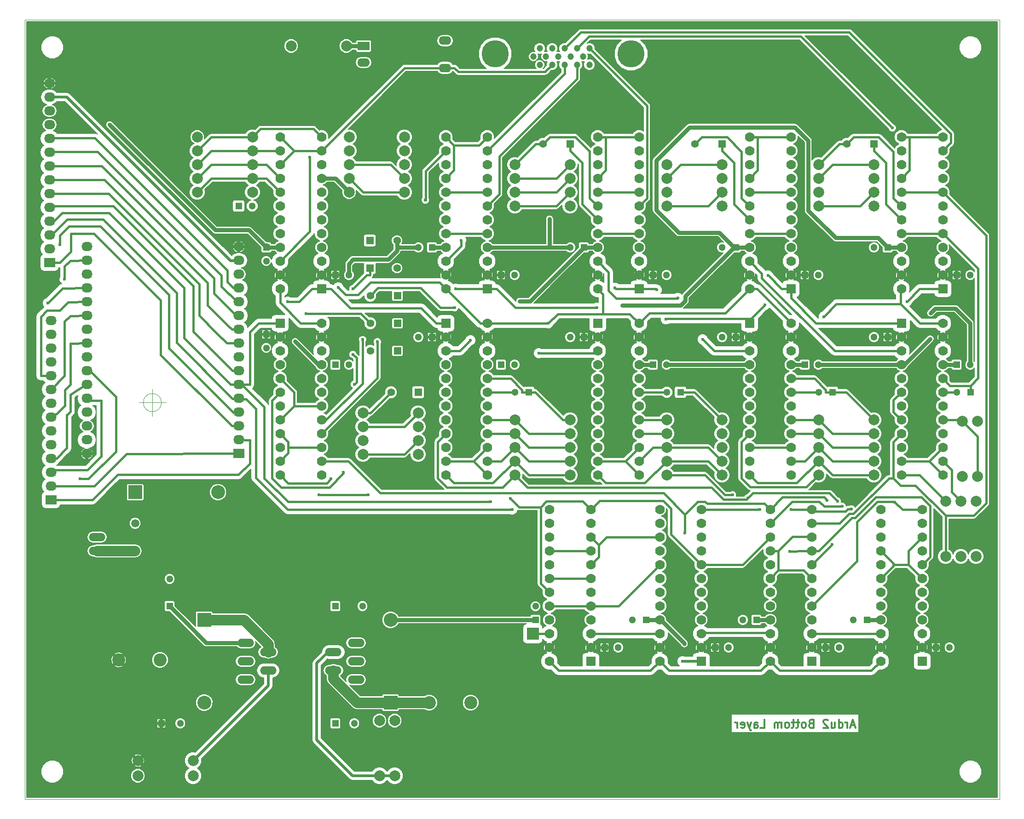
<source format=gbl>
G04 #@! TF.FileFunction,Copper,L2,Bot,Mixed*
%FSLAX46Y46*%
G04 Gerber Fmt 4.6, Leading zero omitted, Abs format (unit mm)*
G04 Created by KiCad (PCBNEW 0.201509101502+6177~30~ubuntu15.04.1-product) date Sat 12 Sep 2015 07:26:27 PM CEST*
%MOMM*%
G01*
G04 APERTURE LIST*
%ADD10C,0.150000*%
%ADD11C,0.100000*%
%ADD12C,0.300000*%
%ADD13R,1.300000X1.300000*%
%ADD14C,1.300000*%
%ADD15R,1.400000X1.400000*%
%ADD16C,1.400000*%
%ADD17C,2.540000*%
%ADD18R,2.540000X2.540000*%
%ADD19C,2.400000*%
%ADD20O,3.014980X1.506220*%
%ADD21C,1.998980*%
%ADD22C,5.001260*%
%ADD23C,1.198880*%
%ADD24O,3.048000X1.524000*%
%ADD25O,2.032000X1.727200*%
%ADD26R,2.032000X1.727200*%
%ADD27R,2.286000X1.574800*%
%ADD28O,2.286000X1.574800*%
%ADD29C,1.501140*%
%ADD30R,1.778000X1.778000*%
%ADD31C,1.778000*%
%ADD32R,2.235200X2.235200*%
%ADD33C,0.600000*%
%ADD34C,0.762000*%
%ADD35C,0.381000*%
%ADD36C,1.905000*%
%ADD37C,0.508000*%
G04 APERTURE END LIST*
D10*
D11*
X241554000Y-161290000D02*
X62230000Y-161290000D01*
X241554000Y-160528000D02*
X241554000Y-161290000D01*
X241554000Y-17780000D02*
X69850000Y-17780000D01*
X241554000Y-160528000D02*
X241554000Y-17780000D01*
D12*
X214951685Y-147697000D02*
X214237399Y-147697000D01*
X215094542Y-148125571D02*
X214594542Y-146625571D01*
X214094542Y-148125571D01*
X213594542Y-148125571D02*
X213594542Y-147125571D01*
X213594542Y-147411286D02*
X213523114Y-147268429D01*
X213451685Y-147197000D01*
X213308828Y-147125571D01*
X213165971Y-147125571D01*
X212023114Y-148125571D02*
X212023114Y-146625571D01*
X212023114Y-148054143D02*
X212165971Y-148125571D01*
X212451685Y-148125571D01*
X212594543Y-148054143D01*
X212665971Y-147982714D01*
X212737400Y-147839857D01*
X212737400Y-147411286D01*
X212665971Y-147268429D01*
X212594543Y-147197000D01*
X212451685Y-147125571D01*
X212165971Y-147125571D01*
X212023114Y-147197000D01*
X210665971Y-147125571D02*
X210665971Y-148125571D01*
X211308828Y-147125571D02*
X211308828Y-147911286D01*
X211237400Y-148054143D01*
X211094542Y-148125571D01*
X210880257Y-148125571D01*
X210737400Y-148054143D01*
X210665971Y-147982714D01*
X210023114Y-146768429D02*
X209951685Y-146697000D01*
X209808828Y-146625571D01*
X209451685Y-146625571D01*
X209308828Y-146697000D01*
X209237399Y-146768429D01*
X209165971Y-146911286D01*
X209165971Y-147054143D01*
X209237399Y-147268429D01*
X210094542Y-148125571D01*
X209165971Y-148125571D01*
X206880257Y-147339857D02*
X206665971Y-147411286D01*
X206594543Y-147482714D01*
X206523114Y-147625571D01*
X206523114Y-147839857D01*
X206594543Y-147982714D01*
X206665971Y-148054143D01*
X206808829Y-148125571D01*
X207380257Y-148125571D01*
X207380257Y-146625571D01*
X206880257Y-146625571D01*
X206737400Y-146697000D01*
X206665971Y-146768429D01*
X206594543Y-146911286D01*
X206594543Y-147054143D01*
X206665971Y-147197000D01*
X206737400Y-147268429D01*
X206880257Y-147339857D01*
X207380257Y-147339857D01*
X205665971Y-148125571D02*
X205808829Y-148054143D01*
X205880257Y-147982714D01*
X205951686Y-147839857D01*
X205951686Y-147411286D01*
X205880257Y-147268429D01*
X205808829Y-147197000D01*
X205665971Y-147125571D01*
X205451686Y-147125571D01*
X205308829Y-147197000D01*
X205237400Y-147268429D01*
X205165971Y-147411286D01*
X205165971Y-147839857D01*
X205237400Y-147982714D01*
X205308829Y-148054143D01*
X205451686Y-148125571D01*
X205665971Y-148125571D01*
X204737400Y-147125571D02*
X204165971Y-147125571D01*
X204523114Y-146625571D02*
X204523114Y-147911286D01*
X204451686Y-148054143D01*
X204308828Y-148125571D01*
X204165971Y-148125571D01*
X203880257Y-147125571D02*
X203308828Y-147125571D01*
X203665971Y-146625571D02*
X203665971Y-147911286D01*
X203594543Y-148054143D01*
X203451685Y-148125571D01*
X203308828Y-148125571D01*
X202594542Y-148125571D02*
X202737400Y-148054143D01*
X202808828Y-147982714D01*
X202880257Y-147839857D01*
X202880257Y-147411286D01*
X202808828Y-147268429D01*
X202737400Y-147197000D01*
X202594542Y-147125571D01*
X202380257Y-147125571D01*
X202237400Y-147197000D01*
X202165971Y-147268429D01*
X202094542Y-147411286D01*
X202094542Y-147839857D01*
X202165971Y-147982714D01*
X202237400Y-148054143D01*
X202380257Y-148125571D01*
X202594542Y-148125571D01*
X201451685Y-148125571D02*
X201451685Y-147125571D01*
X201451685Y-147268429D02*
X201380257Y-147197000D01*
X201237399Y-147125571D01*
X201023114Y-147125571D01*
X200880257Y-147197000D01*
X200808828Y-147339857D01*
X200808828Y-148125571D01*
X200808828Y-147339857D02*
X200737399Y-147197000D01*
X200594542Y-147125571D01*
X200380257Y-147125571D01*
X200237399Y-147197000D01*
X200165971Y-147339857D01*
X200165971Y-148125571D01*
X197594542Y-148125571D02*
X198308828Y-148125571D01*
X198308828Y-146625571D01*
X196451685Y-148125571D02*
X196451685Y-147339857D01*
X196523114Y-147197000D01*
X196665971Y-147125571D01*
X196951685Y-147125571D01*
X197094542Y-147197000D01*
X196451685Y-148054143D02*
X196594542Y-148125571D01*
X196951685Y-148125571D01*
X197094542Y-148054143D01*
X197165971Y-147911286D01*
X197165971Y-147768429D01*
X197094542Y-147625571D01*
X196951685Y-147554143D01*
X196594542Y-147554143D01*
X196451685Y-147482714D01*
X195880256Y-147125571D02*
X195523113Y-148125571D01*
X195165971Y-147125571D02*
X195523113Y-148125571D01*
X195665971Y-148482714D01*
X195737399Y-148554143D01*
X195880256Y-148625571D01*
X194023114Y-148054143D02*
X194165971Y-148125571D01*
X194451685Y-148125571D01*
X194594542Y-148054143D01*
X194665971Y-147911286D01*
X194665971Y-147339857D01*
X194594542Y-147197000D01*
X194451685Y-147125571D01*
X194165971Y-147125571D01*
X194023114Y-147197000D01*
X193951685Y-147339857D01*
X193951685Y-147482714D01*
X194665971Y-147625571D01*
X193308828Y-148125571D02*
X193308828Y-147125571D01*
X193308828Y-147411286D02*
X193237400Y-147268429D01*
X193165971Y-147197000D01*
X193023114Y-147125571D01*
X192880257Y-147125571D01*
D11*
X62230000Y-17780000D02*
X62230000Y-161290000D01*
X69850000Y-17780000D02*
X62230000Y-17780000D01*
X187086666Y-147320000D02*
G75*
G03X187086666Y-147320000I-1666666J0D01*
G01*
X182920000Y-147320000D02*
X187920000Y-147320000D01*
X185420000Y-144820000D02*
X185420000Y-149820000D01*
X87391666Y-88265000D02*
G75*
G03X87391666Y-88265000I-1666666J0D01*
G01*
X83225000Y-88265000D02*
X88225000Y-88265000D01*
X85725000Y-85765000D02*
X85725000Y-90765000D01*
X238521666Y-40767000D02*
G75*
G03X238521666Y-40767000I-1666666J0D01*
G01*
X234355000Y-40767000D02*
X239355000Y-40767000D01*
X236855000Y-38267000D02*
X236855000Y-43267000D01*
D13*
X88900000Y-125730000D03*
D14*
X88900000Y-120730000D03*
D13*
X119380000Y-125730000D03*
D14*
X124380000Y-125730000D03*
D13*
X101600000Y-52070000D03*
D14*
X104100000Y-52070000D03*
D13*
X106680000Y-59690000D03*
D14*
X106680000Y-62190000D03*
D13*
X106680000Y-75692000D03*
D14*
X106680000Y-78192000D03*
D13*
X119380000Y-64770000D03*
D14*
X121880000Y-64770000D03*
D13*
X119380000Y-81280000D03*
D14*
X121880000Y-81280000D03*
D15*
X125730000Y-58420000D03*
D16*
X130730000Y-58420000D03*
D15*
X125730000Y-63500000D03*
D16*
X130730000Y-63500000D03*
D15*
X130810000Y-68580000D03*
D16*
X125810000Y-68580000D03*
D15*
X130810000Y-73660000D03*
D16*
X125810000Y-73660000D03*
D15*
X130810000Y-78740000D03*
D16*
X125810000Y-78740000D03*
D13*
X156210000Y-128270000D03*
D14*
X156210000Y-125770000D03*
D15*
X134620000Y-86360000D03*
D16*
X129620000Y-86360000D03*
D13*
X137160000Y-59690000D03*
D14*
X134660000Y-59690000D03*
D13*
X137160000Y-76200000D03*
D14*
X134660000Y-76200000D03*
D13*
X168910000Y-133350000D03*
D14*
X171410000Y-133350000D03*
D13*
X149860000Y-64770000D03*
D14*
X152360000Y-64770000D03*
D13*
X149860000Y-81280000D03*
D14*
X152360000Y-81280000D03*
D13*
X176530000Y-128270000D03*
D14*
X174030000Y-128270000D03*
D13*
X154940000Y-86360000D03*
D14*
X152440000Y-86360000D03*
D15*
X162560000Y-40640000D03*
D16*
X157560000Y-40640000D03*
D13*
X165100000Y-59690000D03*
D14*
X162600000Y-59690000D03*
D13*
X165100000Y-76200000D03*
D14*
X162600000Y-76200000D03*
D13*
X189230000Y-133350000D03*
D14*
X191730000Y-133350000D03*
D13*
X196850000Y-128270000D03*
D14*
X194350000Y-128270000D03*
D13*
X177800000Y-64770000D03*
D14*
X180300000Y-64770000D03*
D13*
X177800000Y-81280000D03*
D14*
X180300000Y-81280000D03*
D13*
X182880000Y-86360000D03*
D14*
X180380000Y-86360000D03*
D15*
X190500000Y-40640000D03*
D16*
X185500000Y-40640000D03*
D13*
X193040000Y-59690000D03*
D14*
X190540000Y-59690000D03*
D13*
X193040000Y-76200000D03*
D14*
X190540000Y-76200000D03*
D13*
X209550000Y-133350000D03*
D14*
X212050000Y-133350000D03*
D13*
X217170000Y-128270000D03*
D14*
X214670000Y-128270000D03*
D13*
X205740000Y-64770000D03*
D14*
X208240000Y-64770000D03*
D13*
X205740000Y-81280000D03*
D14*
X208240000Y-81280000D03*
D13*
X210820000Y-86360000D03*
D14*
X208320000Y-86360000D03*
D13*
X229870000Y-133350000D03*
D14*
X232370000Y-133350000D03*
D15*
X218440000Y-40640000D03*
D16*
X213440000Y-40640000D03*
D13*
X220980000Y-59690000D03*
D14*
X218480000Y-59690000D03*
D13*
X220980000Y-76200000D03*
D14*
X218480000Y-76200000D03*
D13*
X233680000Y-64770000D03*
D14*
X236180000Y-64770000D03*
D13*
X233680000Y-81280000D03*
D14*
X236180000Y-81280000D03*
D13*
X236220000Y-86360000D03*
D14*
X233720000Y-86360000D03*
D17*
X95252960Y-143511220D03*
D18*
X95252960Y-128271220D03*
D17*
X129537040Y-128268780D03*
D18*
X129537040Y-143508780D03*
D19*
X87122000Y-135636000D03*
X79502000Y-135636000D03*
X136652000Y-143510000D03*
X144272000Y-143510000D03*
D20*
X75565000Y-115570000D03*
X75565000Y-113030000D03*
D21*
X121412000Y-22606000D03*
X111252000Y-22606000D03*
X83058000Y-154178000D03*
X93218000Y-154178000D03*
X93218000Y-156972000D03*
X83058000Y-156972000D03*
X130302000Y-146812000D03*
X130302000Y-156972000D03*
X127508000Y-156972000D03*
X127508000Y-146812000D03*
X93980000Y-39370000D03*
X104140000Y-39370000D03*
X93980000Y-41910000D03*
X104140000Y-41910000D03*
X93980000Y-44450000D03*
X104140000Y-44450000D03*
X93980000Y-46990000D03*
X104140000Y-46990000D03*
X93980000Y-49530000D03*
X104140000Y-49530000D03*
X121920000Y-39370000D03*
X132080000Y-39370000D03*
X121920000Y-41910000D03*
X132080000Y-41910000D03*
X121920000Y-44450000D03*
X132080000Y-44450000D03*
X121920000Y-46990000D03*
X132080000Y-46990000D03*
X121920000Y-49530000D03*
X132080000Y-49530000D03*
X124460000Y-90170000D03*
X134620000Y-90170000D03*
X124460000Y-92710000D03*
X134620000Y-92710000D03*
X124460000Y-95250000D03*
X134620000Y-95250000D03*
X124460000Y-97790000D03*
X134620000Y-97790000D03*
X152400000Y-91440000D03*
X162560000Y-91440000D03*
X152400000Y-93980000D03*
X162560000Y-93980000D03*
X152400000Y-96520000D03*
X162560000Y-96520000D03*
X152400000Y-99060000D03*
X162560000Y-99060000D03*
X152400000Y-101600000D03*
X162560000Y-101600000D03*
X152400000Y-44450000D03*
X162560000Y-44450000D03*
X152400000Y-46990000D03*
X162560000Y-46990000D03*
X152400000Y-49530000D03*
X162560000Y-49530000D03*
X152400000Y-52070000D03*
X162560000Y-52070000D03*
X180340000Y-91440000D03*
X190500000Y-91440000D03*
X180340000Y-93980000D03*
X190500000Y-93980000D03*
X180340000Y-96520000D03*
X190500000Y-96520000D03*
X180340000Y-99060000D03*
X190500000Y-99060000D03*
X180340000Y-101600000D03*
X190500000Y-101600000D03*
X180340000Y-44450000D03*
X190500000Y-44450000D03*
X180340000Y-46990000D03*
X190500000Y-46990000D03*
X180340000Y-49530000D03*
X190500000Y-49530000D03*
X180340000Y-52070000D03*
X190500000Y-52070000D03*
X208280000Y-91440000D03*
X218440000Y-91440000D03*
X208280000Y-93980000D03*
X218440000Y-93980000D03*
X208280000Y-96520000D03*
X218440000Y-96520000D03*
X208280000Y-99060000D03*
X218440000Y-99060000D03*
X208280000Y-101600000D03*
X218440000Y-101600000D03*
X208280000Y-44450000D03*
X218440000Y-44450000D03*
X208280000Y-46990000D03*
X218440000Y-46990000D03*
X208280000Y-49530000D03*
X218440000Y-49530000D03*
X208280000Y-52070000D03*
X218440000Y-52070000D03*
X237490000Y-101854000D03*
X237490000Y-91694000D03*
X234696000Y-101854000D03*
X234696000Y-91694000D03*
X237236000Y-116586000D03*
X237236000Y-106426000D03*
X234442000Y-116586000D03*
X234442000Y-106426000D03*
X231648000Y-116586000D03*
X231648000Y-106426000D03*
D22*
X148795740Y-24061420D03*
D23*
X161556700Y-26060400D03*
X159270700Y-26060400D03*
X156979620Y-26060400D03*
X163850320Y-26060400D03*
X166138860Y-26060400D03*
X162704780Y-24561800D03*
X160416240Y-24561800D03*
X158125160Y-24561800D03*
X155834080Y-24561800D03*
D22*
X173784260Y-24061420D03*
D23*
X164995860Y-24561800D03*
X156979620Y-23060660D03*
X159270700Y-23060660D03*
X161559240Y-23063200D03*
X163850320Y-23060660D03*
X166138860Y-23060660D03*
D24*
X102870000Y-132486400D03*
X107035600Y-134188200D03*
X102870000Y-135890000D03*
X107035600Y-137591800D03*
X102870000Y-139293600D03*
X123190000Y-139293600D03*
X119024400Y-137591800D03*
X123190000Y-135890000D03*
X119024400Y-134188200D03*
X123190000Y-132486400D03*
D25*
X101600000Y-59563000D03*
X101600000Y-62103000D03*
X101600000Y-64643000D03*
X101600000Y-67183000D03*
X101600000Y-69723000D03*
X101600000Y-72263000D03*
X101600000Y-74803000D03*
X101600000Y-77343000D03*
X101600000Y-79883000D03*
X101600000Y-82423000D03*
X101600000Y-84963000D03*
X101600000Y-87503000D03*
X101600000Y-90043000D03*
X101600000Y-92583000D03*
X101600000Y-95123000D03*
D26*
X101600000Y-97663000D03*
D25*
X73660000Y-97663000D03*
X73660000Y-95123000D03*
X73660000Y-92583000D03*
X73660000Y-90043000D03*
X73660000Y-87503000D03*
X73660000Y-84963000D03*
X73660000Y-82423000D03*
X73660000Y-79883000D03*
X73660000Y-77343000D03*
X73660000Y-74803000D03*
X73660000Y-72263000D03*
X73660000Y-69723000D03*
X73660000Y-67183000D03*
X73660000Y-64643000D03*
X73660000Y-62103000D03*
X73660000Y-59563000D03*
D27*
X124580000Y-22630000D03*
D28*
X124580000Y-25630000D03*
X139580000Y-21630000D03*
X139580000Y-26630000D03*
D17*
X97791220Y-104772040D03*
D18*
X82551220Y-104772040D03*
D29*
X82550000Y-110490000D03*
X82539840Y-115570000D03*
D14*
X122880000Y-147320000D03*
D13*
X119380000Y-147320000D03*
D14*
X90876000Y-147320000D03*
D13*
X87376000Y-147320000D03*
D30*
X116840000Y-67310000D03*
D31*
X116840000Y-64770000D03*
X116840000Y-62230000D03*
X116840000Y-59690000D03*
X116840000Y-57150000D03*
X116840000Y-54610000D03*
X116840000Y-52070000D03*
X116840000Y-49530000D03*
X116840000Y-46990000D03*
X116840000Y-44450000D03*
X116840000Y-41910000D03*
X116840000Y-39370000D03*
X109220000Y-39370000D03*
X109220000Y-41910000D03*
X109220000Y-44450000D03*
X109220000Y-46990000D03*
X109220000Y-49530000D03*
X109220000Y-52070000D03*
X109220000Y-54610000D03*
X109220000Y-57150000D03*
X109220000Y-59690000D03*
X109220000Y-62230000D03*
X109220000Y-64770000D03*
X109220000Y-67310000D03*
D30*
X109220000Y-73660000D03*
D31*
X109220000Y-76200000D03*
X109220000Y-78740000D03*
X109220000Y-81280000D03*
X109220000Y-83820000D03*
X109220000Y-86360000D03*
X109220000Y-88900000D03*
X109220000Y-91440000D03*
X109220000Y-93980000D03*
X109220000Y-96520000D03*
X109220000Y-99060000D03*
X109220000Y-101600000D03*
X116840000Y-101600000D03*
X116840000Y-99060000D03*
X116840000Y-96520000D03*
X116840000Y-93980000D03*
X116840000Y-91440000D03*
X116840000Y-88900000D03*
X116840000Y-86360000D03*
X116840000Y-83820000D03*
X116840000Y-81280000D03*
X116840000Y-78740000D03*
X116840000Y-76200000D03*
X116840000Y-73660000D03*
D30*
X166370000Y-135890000D03*
D31*
X166370000Y-133350000D03*
X166370000Y-130810000D03*
X166370000Y-128270000D03*
X166370000Y-125730000D03*
X166370000Y-123190000D03*
X166370000Y-120650000D03*
X166370000Y-118110000D03*
X166370000Y-115570000D03*
X166370000Y-113030000D03*
X166370000Y-110490000D03*
X166370000Y-107950000D03*
X158750000Y-107950000D03*
X158750000Y-110490000D03*
X158750000Y-113030000D03*
X158750000Y-115570000D03*
X158750000Y-118110000D03*
X158750000Y-120650000D03*
X158750000Y-123190000D03*
X158750000Y-125730000D03*
X158750000Y-128270000D03*
X158750000Y-130810000D03*
X158750000Y-133350000D03*
X158750000Y-135890000D03*
D30*
X147320000Y-67310000D03*
D31*
X147320000Y-64770000D03*
X147320000Y-62230000D03*
X147320000Y-59690000D03*
X147320000Y-57150000D03*
X147320000Y-54610000D03*
X147320000Y-52070000D03*
X147320000Y-49530000D03*
X147320000Y-46990000D03*
X147320000Y-44450000D03*
X147320000Y-41910000D03*
X147320000Y-39370000D03*
X139700000Y-39370000D03*
X139700000Y-41910000D03*
X139700000Y-44450000D03*
X139700000Y-46990000D03*
X139700000Y-49530000D03*
X139700000Y-52070000D03*
X139700000Y-54610000D03*
X139700000Y-57150000D03*
X139700000Y-59690000D03*
X139700000Y-62230000D03*
X139700000Y-64770000D03*
X139700000Y-67310000D03*
D30*
X139700000Y-73660000D03*
D31*
X139700000Y-76200000D03*
X139700000Y-78740000D03*
X139700000Y-81280000D03*
X139700000Y-83820000D03*
X139700000Y-86360000D03*
X139700000Y-88900000D03*
X139700000Y-91440000D03*
X139700000Y-93980000D03*
X139700000Y-96520000D03*
X139700000Y-99060000D03*
X139700000Y-101600000D03*
X147320000Y-101600000D03*
X147320000Y-99060000D03*
X147320000Y-96520000D03*
X147320000Y-93980000D03*
X147320000Y-91440000D03*
X147320000Y-88900000D03*
X147320000Y-86360000D03*
X147320000Y-83820000D03*
X147320000Y-81280000D03*
X147320000Y-78740000D03*
X147320000Y-76200000D03*
X147320000Y-73660000D03*
D30*
X186690000Y-135890000D03*
D31*
X186690000Y-133350000D03*
X186690000Y-130810000D03*
X186690000Y-128270000D03*
X186690000Y-125730000D03*
X186690000Y-123190000D03*
X186690000Y-120650000D03*
X186690000Y-118110000D03*
X186690000Y-115570000D03*
X186690000Y-113030000D03*
X186690000Y-110490000D03*
X186690000Y-107950000D03*
X179070000Y-107950000D03*
X179070000Y-110490000D03*
X179070000Y-113030000D03*
X179070000Y-115570000D03*
X179070000Y-118110000D03*
X179070000Y-120650000D03*
X179070000Y-123190000D03*
X179070000Y-125730000D03*
X179070000Y-128270000D03*
X179070000Y-130810000D03*
X179070000Y-133350000D03*
X179070000Y-135890000D03*
D30*
X175260000Y-67310000D03*
D31*
X175260000Y-64770000D03*
X175260000Y-62230000D03*
X175260000Y-59690000D03*
X175260000Y-57150000D03*
X175260000Y-54610000D03*
X175260000Y-52070000D03*
X175260000Y-49530000D03*
X175260000Y-46990000D03*
X175260000Y-44450000D03*
X175260000Y-41910000D03*
X175260000Y-39370000D03*
X167640000Y-39370000D03*
X167640000Y-41910000D03*
X167640000Y-44450000D03*
X167640000Y-46990000D03*
X167640000Y-49530000D03*
X167640000Y-52070000D03*
X167640000Y-54610000D03*
X167640000Y-57150000D03*
X167640000Y-59690000D03*
X167640000Y-62230000D03*
X167640000Y-64770000D03*
X167640000Y-67310000D03*
D30*
X167640000Y-73660000D03*
D31*
X167640000Y-76200000D03*
X167640000Y-78740000D03*
X167640000Y-81280000D03*
X167640000Y-83820000D03*
X167640000Y-86360000D03*
X167640000Y-88900000D03*
X167640000Y-91440000D03*
X167640000Y-93980000D03*
X167640000Y-96520000D03*
X167640000Y-99060000D03*
X167640000Y-101600000D03*
X175260000Y-101600000D03*
X175260000Y-99060000D03*
X175260000Y-96520000D03*
X175260000Y-93980000D03*
X175260000Y-91440000D03*
X175260000Y-88900000D03*
X175260000Y-86360000D03*
X175260000Y-83820000D03*
X175260000Y-81280000D03*
X175260000Y-78740000D03*
X175260000Y-76200000D03*
X175260000Y-73660000D03*
D30*
X207010000Y-135890000D03*
D31*
X207010000Y-133350000D03*
X207010000Y-130810000D03*
X207010000Y-128270000D03*
X207010000Y-125730000D03*
X207010000Y-123190000D03*
X207010000Y-120650000D03*
X207010000Y-118110000D03*
X207010000Y-115570000D03*
X207010000Y-113030000D03*
X207010000Y-110490000D03*
X207010000Y-107950000D03*
X199390000Y-107950000D03*
X199390000Y-110490000D03*
X199390000Y-113030000D03*
X199390000Y-115570000D03*
X199390000Y-118110000D03*
X199390000Y-120650000D03*
X199390000Y-123190000D03*
X199390000Y-125730000D03*
X199390000Y-128270000D03*
X199390000Y-130810000D03*
X199390000Y-133350000D03*
X199390000Y-135890000D03*
D30*
X203200000Y-67310000D03*
D31*
X203200000Y-64770000D03*
X203200000Y-62230000D03*
X203200000Y-59690000D03*
X203200000Y-57150000D03*
X203200000Y-54610000D03*
X203200000Y-52070000D03*
X203200000Y-49530000D03*
X203200000Y-46990000D03*
X203200000Y-44450000D03*
X203200000Y-41910000D03*
X203200000Y-39370000D03*
X195580000Y-39370000D03*
X195580000Y-41910000D03*
X195580000Y-44450000D03*
X195580000Y-46990000D03*
X195580000Y-49530000D03*
X195580000Y-52070000D03*
X195580000Y-54610000D03*
X195580000Y-57150000D03*
X195580000Y-59690000D03*
X195580000Y-62230000D03*
X195580000Y-64770000D03*
X195580000Y-67310000D03*
D30*
X195580000Y-73660000D03*
D31*
X195580000Y-76200000D03*
X195580000Y-78740000D03*
X195580000Y-81280000D03*
X195580000Y-83820000D03*
X195580000Y-86360000D03*
X195580000Y-88900000D03*
X195580000Y-91440000D03*
X195580000Y-93980000D03*
X195580000Y-96520000D03*
X195580000Y-99060000D03*
X195580000Y-101600000D03*
X203200000Y-101600000D03*
X203200000Y-99060000D03*
X203200000Y-96520000D03*
X203200000Y-93980000D03*
X203200000Y-91440000D03*
X203200000Y-88900000D03*
X203200000Y-86360000D03*
X203200000Y-83820000D03*
X203200000Y-81280000D03*
X203200000Y-78740000D03*
X203200000Y-76200000D03*
X203200000Y-73660000D03*
D30*
X227330000Y-135890000D03*
D31*
X227330000Y-133350000D03*
X227330000Y-130810000D03*
X227330000Y-128270000D03*
X227330000Y-125730000D03*
X227330000Y-123190000D03*
X227330000Y-120650000D03*
X227330000Y-118110000D03*
X227330000Y-115570000D03*
X227330000Y-113030000D03*
X227330000Y-110490000D03*
X227330000Y-107950000D03*
X219710000Y-107950000D03*
X219710000Y-110490000D03*
X219710000Y-113030000D03*
X219710000Y-115570000D03*
X219710000Y-118110000D03*
X219710000Y-120650000D03*
X219710000Y-123190000D03*
X219710000Y-125730000D03*
X219710000Y-128270000D03*
X219710000Y-130810000D03*
X219710000Y-133350000D03*
X219710000Y-135890000D03*
D30*
X231140000Y-67310000D03*
D31*
X231140000Y-64770000D03*
X231140000Y-62230000D03*
X231140000Y-59690000D03*
X231140000Y-57150000D03*
X231140000Y-54610000D03*
X231140000Y-52070000D03*
X231140000Y-49530000D03*
X231140000Y-46990000D03*
X231140000Y-44450000D03*
X231140000Y-41910000D03*
X231140000Y-39370000D03*
X223520000Y-39370000D03*
X223520000Y-41910000D03*
X223520000Y-44450000D03*
X223520000Y-46990000D03*
X223520000Y-49530000D03*
X223520000Y-52070000D03*
X223520000Y-54610000D03*
X223520000Y-57150000D03*
X223520000Y-59690000D03*
X223520000Y-62230000D03*
X223520000Y-64770000D03*
X223520000Y-67310000D03*
D30*
X223520000Y-73660000D03*
D31*
X223520000Y-76200000D03*
X223520000Y-78740000D03*
X223520000Y-81280000D03*
X223520000Y-83820000D03*
X223520000Y-86360000D03*
X223520000Y-88900000D03*
X223520000Y-91440000D03*
X223520000Y-93980000D03*
X223520000Y-96520000D03*
X223520000Y-99060000D03*
X223520000Y-101600000D03*
X231140000Y-101600000D03*
X231140000Y-99060000D03*
X231140000Y-96520000D03*
X231140000Y-93980000D03*
X231140000Y-91440000D03*
X231140000Y-88900000D03*
X231140000Y-86360000D03*
X231140000Y-83820000D03*
X231140000Y-81280000D03*
X231140000Y-78740000D03*
X231140000Y-76200000D03*
X231140000Y-73660000D03*
D26*
X67056000Y-106172000D03*
D25*
X67056000Y-103632000D03*
X67056000Y-101092000D03*
X67056000Y-98552000D03*
X67056000Y-96012000D03*
X67056000Y-93472000D03*
X67056000Y-90932000D03*
X67056000Y-88392000D03*
X67056000Y-85852000D03*
X67056000Y-83312000D03*
X67056000Y-80772000D03*
X67056000Y-78232000D03*
X67056000Y-75692000D03*
X67056000Y-73152000D03*
D26*
X66802000Y-62484000D03*
D25*
X66802000Y-59944000D03*
X66802000Y-57404000D03*
X66802000Y-54864000D03*
X66802000Y-52324000D03*
X66802000Y-49784000D03*
X66802000Y-47244000D03*
X66802000Y-44704000D03*
X66802000Y-42164000D03*
X66802000Y-39624000D03*
X66802000Y-37084000D03*
X66802000Y-34544000D03*
X66802000Y-32004000D03*
X66802000Y-29464000D03*
D32*
X155702000Y-130810000D03*
D33*
X158800800Y-54457600D03*
X228879400Y-71805800D03*
X228828600Y-76504800D03*
X77851000Y-37084000D03*
X183589300Y-132706700D03*
X153278300Y-69598300D03*
X172132000Y-70393500D03*
X212387800Y-57954500D03*
X111992700Y-77004400D03*
X200101200Y-76149200D03*
X170891200Y-64770000D03*
X209868300Y-106219800D03*
X183717000Y-112249200D03*
X122622300Y-67313500D03*
X122622300Y-79386500D03*
X122888500Y-84907500D03*
X118564800Y-102309200D03*
X141314300Y-70786900D03*
X125446100Y-105247900D03*
X116332000Y-105283000D03*
X113997600Y-71883000D03*
X120839200Y-101061500D03*
X212618400Y-107389900D03*
X151609000Y-105889000D03*
X210774200Y-114345800D03*
X222328000Y-106565900D03*
X221854100Y-37699200D03*
X124386500Y-76661700D03*
X127111500Y-77059300D03*
X135953500Y-50990500D03*
X195278500Y-105831900D03*
X211746600Y-106407400D03*
X214325100Y-107860500D03*
X203275700Y-107950000D03*
X192444700Y-105253000D03*
X114709500Y-43126100D03*
X144253000Y-76799600D03*
X142501700Y-58387200D03*
X156830400Y-79184400D03*
X182395800Y-69008100D03*
X186951200Y-76631400D03*
X170789600Y-67106800D03*
X167493300Y-70811200D03*
X198978900Y-64878800D03*
X224541500Y-69640700D03*
X198386800Y-70313000D03*
X180204500Y-72934200D03*
X178501500Y-67506100D03*
X110652300Y-69710200D03*
X141549600Y-67310000D03*
X183261000Y-135890000D03*
X147955000Y-106553000D03*
X209217500Y-72436000D03*
X158546700Y-73660000D03*
X119920000Y-67053200D03*
X151892000Y-107950000D03*
X197457900Y-107950000D03*
X202946000Y-115633500D03*
X72453500Y-102298500D03*
X66496200Y-69939100D03*
X69583500Y-65499600D03*
X68730800Y-59171500D03*
D34*
X102870000Y-132486400D02*
X95656400Y-132486400D01*
X95656400Y-132486400D02*
X90678000Y-127508000D01*
X88900000Y-125730000D02*
X90678000Y-127508000D01*
X158800800Y-59690000D02*
X158800800Y-54457600D01*
X223520000Y-81280000D02*
X224053400Y-81280000D01*
X224053400Y-81280000D02*
X228828600Y-76504800D01*
X236180000Y-73645400D02*
X236180000Y-81280000D01*
X233476800Y-70942200D02*
X236180000Y-73645400D01*
X229743000Y-70942200D02*
X233476800Y-70942200D01*
X228879400Y-71805800D02*
X229743000Y-70942200D01*
X162600000Y-59690000D02*
X158800800Y-59690000D01*
X158800800Y-59690000D02*
X147320000Y-59690000D01*
X236180000Y-64770000D02*
X236180000Y-64476800D01*
X180300000Y-64546000D02*
X180300000Y-64770000D01*
X116840000Y-59690000D02*
X116903600Y-59626400D01*
X227330000Y-128270000D02*
X227603600Y-128270000D01*
X224170400Y-81280000D02*
X223520000Y-81280000D01*
X109045500Y-81280000D02*
X109220000Y-81280000D01*
X129140600Y-61910600D02*
X122667200Y-61910600D01*
X121880000Y-62697800D02*
X121880000Y-64770000D01*
X130730000Y-59690000D02*
X130730000Y-58420000D01*
X130730000Y-60321200D02*
X130730000Y-59690000D01*
X129140600Y-61910600D02*
X130730000Y-60321200D01*
X122667200Y-61910600D02*
X121880000Y-62697800D01*
X130730000Y-59690000D02*
X134660000Y-59690000D01*
X180300000Y-81280000D02*
X195580000Y-81280000D01*
X223520000Y-81280000D02*
X208240000Y-81280000D01*
X119380000Y-46990000D02*
X116840000Y-46990000D01*
X121920000Y-49530000D02*
X119380000Y-46990000D01*
X103505000Y-56515000D02*
X106680000Y-59690000D01*
X97282000Y-56515000D02*
X103505000Y-56515000D01*
X77851000Y-37084000D02*
X97282000Y-56515000D01*
X106680000Y-59690000D02*
X106680000Y-59309000D01*
X179070000Y-128270000D02*
X179265600Y-128270000D01*
X179265600Y-128270000D02*
X183589300Y-132593700D01*
X183589300Y-132593700D02*
X183589300Y-132706700D01*
X176530000Y-128270000D02*
X179070000Y-128270000D01*
X165100000Y-59690000D02*
X155191700Y-69598300D01*
X155191700Y-69598300D02*
X153278300Y-69598300D01*
X167640000Y-59690000D02*
X165100000Y-59690000D01*
X192756900Y-59694400D02*
X183759600Y-68691700D01*
X183759600Y-68691700D02*
X183759600Y-69539000D01*
X183759600Y-69539000D02*
X182905100Y-70393500D01*
X182905100Y-70393500D02*
X172132000Y-70393500D01*
X193040000Y-59690000D02*
X192761300Y-59690000D01*
X192761300Y-59690000D02*
X192756900Y-59694400D01*
X212387800Y-57954500D02*
X211437200Y-57954500D01*
X211437200Y-57954500D02*
X206366300Y-52883600D01*
X206366300Y-52883600D02*
X206366300Y-40020900D01*
X206366300Y-40020900D02*
X203899300Y-37553900D01*
X203899300Y-37553900D02*
X184535000Y-37553900D01*
X184535000Y-37553900D02*
X178405600Y-43683300D01*
X178405600Y-43683300D02*
X178405600Y-52829500D01*
X178405600Y-52829500D02*
X182544300Y-56968200D01*
X182544300Y-56968200D02*
X190030600Y-56968200D01*
X190030600Y-56968200D02*
X192756900Y-59694400D01*
X220980000Y-59690000D02*
X219244500Y-57954500D01*
X219244500Y-57954500D02*
X212387800Y-57954500D01*
X116840000Y-81280000D02*
X116268300Y-81280000D01*
X116268300Y-81280000D02*
X111992700Y-77004400D01*
X217170000Y-128270000D02*
X219710000Y-128270000D01*
X156210000Y-128270000D02*
X154924700Y-128270000D01*
X129537000Y-128268800D02*
X154923500Y-128268800D01*
X154923500Y-128268800D02*
X154924700Y-128270000D01*
X195580000Y-59690000D02*
X194325300Y-59690000D01*
X193040000Y-59690000D02*
X194325300Y-59690000D01*
X203200000Y-81280000D02*
X205740000Y-81280000D01*
X223520000Y-59690000D02*
X220980000Y-59690000D01*
X109220000Y-59690000D02*
X106680000Y-59690000D01*
X139700000Y-59690000D02*
X137160000Y-59690000D01*
X175260000Y-81280000D02*
X177800000Y-81280000D01*
X199390000Y-128270000D02*
X196850000Y-128270000D01*
X231140000Y-81280000D02*
X233680000Y-81280000D01*
X200101200Y-76149200D02*
X200050400Y-76200000D01*
X200050400Y-76200000D02*
X195580000Y-76200000D01*
X175260000Y-64770000D02*
X170891200Y-64770000D01*
D35*
X199390000Y-107950000D02*
X201635000Y-105705000D01*
X201635000Y-105705000D02*
X209353500Y-105705000D01*
X209353500Y-105705000D02*
X209868300Y-106219800D01*
X199390000Y-107950000D02*
X198331700Y-106891700D01*
X198331700Y-106891700D02*
X187814200Y-106891700D01*
X187814200Y-106891700D02*
X187398600Y-106476100D01*
X187398600Y-106476100D02*
X186080500Y-106476100D01*
X186080500Y-106476100D02*
X183717000Y-108839600D01*
X183717000Y-108839600D02*
X183717000Y-112249200D01*
X183717000Y-108839600D02*
X179767300Y-104889900D01*
X179767300Y-104889900D02*
X127639400Y-104889900D01*
X127639400Y-104889900D02*
X121809500Y-99060000D01*
X121809500Y-99060000D02*
X116840000Y-99060000D01*
X111760000Y-88900000D02*
X116840000Y-88900000D01*
X109220000Y-91440000D02*
X111760000Y-88900000D01*
X111760000Y-88900000D02*
X111760000Y-86360000D01*
X111760000Y-86360000D02*
X109220000Y-83820000D01*
X110720600Y-96520000D02*
X110720600Y-97559400D01*
X110720600Y-97559400D02*
X109220000Y-99060000D01*
X109220000Y-93980000D02*
X110720600Y-95480600D01*
X110720600Y-95480600D02*
X110720600Y-96520000D01*
X116840000Y-96520000D02*
X110720600Y-96520000D01*
X139580000Y-26630000D02*
X141294800Y-26630000D01*
X141294800Y-26630000D02*
X142040700Y-27375900D01*
X142040700Y-27375900D02*
X157955200Y-27375900D01*
X157955200Y-27375900D02*
X159270700Y-26060400D01*
X116840000Y-41910000D02*
X132120000Y-26630000D01*
X132120000Y-26630000D02*
X139580000Y-26630000D01*
X111760000Y-41910000D02*
X116840000Y-41910000D01*
X109220000Y-39370000D02*
X111760000Y-41910000D01*
X109220000Y-44450000D02*
X111760000Y-41910000D01*
X122888500Y-84907500D02*
X123275700Y-84520300D01*
X123275700Y-84520300D02*
X123275700Y-80039900D01*
X123275700Y-80039900D02*
X122622300Y-79386500D01*
X118564800Y-102309200D02*
X117787600Y-103086400D01*
X117787600Y-103086400D02*
X110706400Y-103086400D01*
X110706400Y-103086400D02*
X109220000Y-101600000D01*
X125730000Y-63500000D02*
X125730000Y-64771800D01*
X125730000Y-64771800D02*
X125164000Y-64771800D01*
X125164000Y-64771800D02*
X122622300Y-67313500D01*
X141314300Y-70786900D02*
X138702800Y-70786900D01*
X138702800Y-70786900D02*
X135097000Y-67181100D01*
X135097000Y-67181100D02*
X127208900Y-67181100D01*
X127208900Y-67181100D02*
X125810000Y-68580000D01*
X116332000Y-105283000D02*
X118236900Y-105247900D01*
X118236900Y-105247900D02*
X125446100Y-105247900D01*
X125810000Y-73660000D02*
X124033000Y-71883000D01*
X124033000Y-71883000D02*
X113997600Y-71883000D01*
X109220000Y-86360000D02*
X107729100Y-87850900D01*
X107729100Y-87850900D02*
X107729100Y-102176000D01*
X107729100Y-102176000D02*
X109404000Y-103850900D01*
X109404000Y-103850900D02*
X118280300Y-103850900D01*
X118280300Y-103850900D02*
X120839200Y-101292000D01*
X120839200Y-101292000D02*
X120839200Y-101061500D01*
X124460000Y-90170000D02*
X125810000Y-90170000D01*
X125810000Y-90170000D02*
X129620000Y-86360000D01*
X154940000Y-86360000D02*
X153718200Y-86360000D01*
X147320000Y-83820000D02*
X151636400Y-83820000D01*
X151636400Y-83820000D02*
X153718200Y-85901800D01*
X153718200Y-85901800D02*
X153718200Y-86360000D01*
X154940000Y-86360000D02*
X156161800Y-86360000D01*
X156161800Y-86360000D02*
X161241800Y-91440000D01*
X161241800Y-91440000D02*
X162560000Y-91440000D01*
X147320000Y-57150000D02*
X139700000Y-57150000D01*
X199390000Y-110490000D02*
X203396300Y-106483700D01*
X203396300Y-106483700D02*
X208441500Y-106483700D01*
X208441500Y-106483700D02*
X209347700Y-107389900D01*
X209347700Y-107389900D02*
X212618400Y-107389900D01*
X157140100Y-107489800D02*
X158179100Y-106450800D01*
X158179100Y-106450800D02*
X164870800Y-106450800D01*
X164870800Y-106450800D02*
X166370000Y-107950000D01*
X158750000Y-123190000D02*
X157140100Y-121580100D01*
X157140100Y-121580100D02*
X157140100Y-107489800D01*
X157140100Y-107489800D02*
X153209800Y-107489800D01*
X153209800Y-107489800D02*
X151609000Y-105889000D01*
X186690000Y-118110000D02*
X181144200Y-112564200D01*
X181144200Y-112564200D02*
X181144200Y-107750200D01*
X181144200Y-107750200D02*
X179735000Y-106341000D01*
X179735000Y-106341000D02*
X167979000Y-106341000D01*
X167979000Y-106341000D02*
X166370000Y-107950000D01*
X199390000Y-113030000D02*
X194310000Y-118110000D01*
X194310000Y-118110000D02*
X186690000Y-118110000D01*
X144780000Y-99060000D02*
X139700000Y-99060000D01*
X147320000Y-101600000D02*
X144780000Y-99060000D01*
X147320000Y-96520000D02*
X144780000Y-99060000D01*
X147320000Y-86360000D02*
X152440000Y-86360000D01*
X162560000Y-40640000D02*
X162560000Y-41911800D01*
X167640000Y-54610000D02*
X164798600Y-51768600D01*
X164798600Y-51768600D02*
X164798600Y-44150400D01*
X164798600Y-44150400D02*
X162560000Y-41911800D01*
X167640000Y-52070000D02*
X166179100Y-50609100D01*
X166179100Y-50609100D02*
X166179100Y-42020500D01*
X166179100Y-42020500D02*
X163523000Y-39364400D01*
X163523000Y-39364400D02*
X158835600Y-39364400D01*
X158835600Y-39364400D02*
X157560000Y-40640000D01*
X152400000Y-44450000D02*
X156210000Y-40640000D01*
X156210000Y-40640000D02*
X157560000Y-40640000D01*
X175260000Y-57150000D02*
X167640000Y-57150000D01*
X190500000Y-91440000D02*
X185420000Y-86360000D01*
X185420000Y-86360000D02*
X182880000Y-86360000D01*
X207010000Y-118110000D02*
X210774200Y-114345800D01*
X208280000Y-101600000D02*
X206048900Y-103831100D01*
X206048900Y-103831100D02*
X195738500Y-103831100D01*
X195738500Y-103831100D02*
X194068700Y-102161300D01*
X194068700Y-102161300D02*
X194068700Y-95491300D01*
X194068700Y-95491300D02*
X195580000Y-93980000D01*
X167843400Y-114503400D02*
X167843400Y-116636600D01*
X167843400Y-116636600D02*
X166370000Y-118110000D01*
X166370000Y-113030000D02*
X167843400Y-114503400D01*
X179070000Y-113030000D02*
X169316800Y-113030000D01*
X169316800Y-113030000D02*
X167843400Y-114503400D01*
X197068300Y-39370000D02*
X203200000Y-39370000D01*
X195580000Y-39370000D02*
X197068300Y-39370000D01*
X197068300Y-39370000D02*
X197068300Y-45501700D01*
X197068300Y-45501700D02*
X195580000Y-46990000D01*
X195580000Y-49530000D02*
X203200000Y-49530000D01*
X190500000Y-40640000D02*
X190500000Y-41911800D01*
X195580000Y-54610000D02*
X192738600Y-51768600D01*
X192738600Y-51768600D02*
X192738600Y-44150400D01*
X192738600Y-44150400D02*
X190500000Y-41911800D01*
X195580000Y-52070000D02*
X194119100Y-50609100D01*
X194119100Y-50609100D02*
X194119100Y-42043400D01*
X194119100Y-42043400D02*
X191435200Y-39359500D01*
X191435200Y-39359500D02*
X186780500Y-39359500D01*
X186780500Y-39359500D02*
X185500000Y-40640000D01*
X195580000Y-57150000D02*
X203200000Y-57150000D01*
X218440000Y-91440000D02*
X213360000Y-86360000D01*
X213360000Y-86360000D02*
X210820000Y-86360000D01*
X210820000Y-86360000D02*
X209598200Y-86360000D01*
X203200000Y-83820000D02*
X207516400Y-83820000D01*
X207516400Y-83820000D02*
X209598200Y-85901800D01*
X209598200Y-85901800D02*
X209598200Y-86360000D01*
X207010000Y-125730000D02*
X215315900Y-117424100D01*
X215315900Y-117424100D02*
X215315900Y-110258500D01*
X215315900Y-110258500D02*
X219091700Y-106482700D01*
X219091700Y-106482700D02*
X222244800Y-106482700D01*
X222244800Y-106482700D02*
X222328000Y-106565900D01*
X222328000Y-106565900D02*
X223712100Y-107950000D01*
X223712100Y-107950000D02*
X227330000Y-107950000D01*
X203200000Y-96520000D02*
X195580000Y-96520000D01*
X203200000Y-86360000D02*
X208320000Y-86360000D01*
X218440000Y-40640000D02*
X218440000Y-41911800D01*
X223520000Y-54610000D02*
X220678600Y-51768600D01*
X220678600Y-51768600D02*
X220678600Y-44150400D01*
X220678600Y-44150400D02*
X218440000Y-41911800D01*
X223520000Y-52070000D02*
X222059100Y-50609100D01*
X222059100Y-50609100D02*
X222059100Y-42050000D01*
X222059100Y-42050000D02*
X219360400Y-39351300D01*
X219360400Y-39351300D02*
X214728700Y-39351300D01*
X214728700Y-39351300D02*
X213440000Y-40640000D01*
X208280000Y-44450000D02*
X212090000Y-40640000D01*
X212090000Y-40640000D02*
X213440000Y-40640000D01*
X231140000Y-83820000D02*
X232458200Y-85138200D01*
X232458200Y-85138200D02*
X236220000Y-85138200D01*
X236220000Y-86360000D02*
X236220000Y-85138200D01*
X231140000Y-57150000D02*
X237588400Y-63598400D01*
X237588400Y-63598400D02*
X237588400Y-83769800D01*
X237588400Y-83769800D02*
X236220000Y-85138200D01*
X223520000Y-57150000D02*
X231140000Y-57150000D01*
X222013000Y-118110000D02*
X222013000Y-117873000D01*
X222013000Y-117873000D02*
X219710000Y-115570000D01*
X219710000Y-120650000D02*
X222013000Y-118347000D01*
X222013000Y-118347000D02*
X222013000Y-118110000D01*
X222013000Y-118110000D02*
X224790000Y-118110000D01*
X224790000Y-118110000D02*
X227330000Y-120650000D01*
X227330000Y-113030000D02*
X224790000Y-115570000D01*
X224790000Y-115570000D02*
X224790000Y-118110000D01*
X231140000Y-86360000D02*
X233720000Y-86360000D01*
X228600000Y-99060000D02*
X223520000Y-99060000D01*
X231140000Y-101600000D02*
X228600000Y-99060000D01*
X231140000Y-96520000D02*
X228600000Y-99060000D01*
D36*
X97729800Y-128271200D02*
X102560600Y-128271200D01*
X102560600Y-128271200D02*
X107035600Y-132746200D01*
X107035600Y-132746200D02*
X107035600Y-134188200D01*
X95253000Y-128271200D02*
X97729800Y-128271200D01*
X119024400Y-137591800D02*
X119024400Y-139113500D01*
X119024400Y-139113500D02*
X123419700Y-143508800D01*
X123419700Y-143508800D02*
X129537000Y-143508800D01*
X136652000Y-143510000D02*
X136650800Y-143508800D01*
X136650800Y-143508800D02*
X129537000Y-143508800D01*
D35*
X147320000Y-41910000D02*
X161556700Y-27673300D01*
X161556700Y-27673300D02*
X161556700Y-26060400D01*
X147320000Y-52070000D02*
X149535200Y-49854800D01*
X149535200Y-49854800D02*
X149535200Y-42907100D01*
X149535200Y-42907100D02*
X163850300Y-28592000D01*
X163850300Y-28592000D02*
X163850300Y-26060400D01*
X166138900Y-23060700D02*
X176721800Y-33643600D01*
X176721800Y-33643600D02*
X176721800Y-50608200D01*
X176721800Y-50608200D02*
X175260000Y-52070000D01*
X161559200Y-23063200D02*
X164544200Y-20078200D01*
X164544200Y-20078200D02*
X213915300Y-20078200D01*
X213915300Y-20078200D02*
X232637400Y-38800300D01*
X232637400Y-38800300D02*
X232637400Y-40412600D01*
X232637400Y-40412600D02*
X231140000Y-41910000D01*
X221854100Y-37699200D02*
X204995500Y-20840600D01*
X204995500Y-20840600D02*
X166070400Y-20840600D01*
X166070400Y-20840600D02*
X163850300Y-23060700D01*
D34*
X124580000Y-22630000D02*
X121436000Y-22630000D01*
X121436000Y-22630000D02*
X121412000Y-22606000D01*
D37*
X105158400Y-142237600D02*
X93218000Y-154178000D01*
X107035600Y-140360400D02*
X105158400Y-142237600D01*
X107035600Y-137591800D02*
X107035600Y-140360400D01*
X127508000Y-156972000D02*
X130302000Y-156972000D01*
X122555000Y-156972000D02*
X127508000Y-156972000D01*
X115951000Y-150368000D02*
X122555000Y-156972000D01*
X115951000Y-136271000D02*
X115951000Y-150368000D01*
X118033800Y-134188200D02*
X115951000Y-136271000D01*
X119024400Y-134188200D02*
X118033800Y-134188200D01*
D35*
X104140000Y-39370000D02*
X96520000Y-39370000D01*
X96520000Y-39370000D02*
X93980000Y-41910000D01*
X116840000Y-39370000D02*
X115357200Y-37887200D01*
X115357200Y-37887200D02*
X105622800Y-37887200D01*
X105622800Y-37887200D02*
X104140000Y-39370000D01*
X104140000Y-41910000D02*
X96520000Y-41910000D01*
X96520000Y-41910000D02*
X93980000Y-44450000D01*
X109220000Y-41910000D02*
X104140000Y-41910000D01*
X104140000Y-44450000D02*
X96520000Y-44450000D01*
X96520000Y-44450000D02*
X93980000Y-46990000D01*
X109220000Y-46990000D02*
X106680000Y-44450000D01*
X106680000Y-44450000D02*
X104140000Y-44450000D01*
X104140000Y-46990000D02*
X96520000Y-46990000D01*
X96520000Y-46990000D02*
X93980000Y-49530000D01*
X109220000Y-49530000D02*
X106680000Y-46990000D01*
X106680000Y-46990000D02*
X104140000Y-46990000D01*
X116840000Y-91440000D02*
X117662300Y-91440000D01*
X117662300Y-91440000D02*
X124386500Y-84715800D01*
X124386500Y-84715800D02*
X124386500Y-76661700D01*
X132080000Y-46990000D02*
X129540000Y-44450000D01*
X129540000Y-44450000D02*
X121920000Y-44450000D01*
X116840000Y-93980000D02*
X127111500Y-83708500D01*
X127111500Y-83708500D02*
X127111500Y-77059300D01*
X132080000Y-49530000D02*
X124460000Y-49530000D01*
X124460000Y-49530000D02*
X121920000Y-46990000D01*
X124460000Y-92710000D02*
X132080000Y-92710000D01*
X132080000Y-92710000D02*
X134620000Y-90170000D01*
X135953500Y-50990500D02*
X136017000Y-50990500D01*
X139700000Y-41910000D02*
X135968200Y-45641800D01*
X135968200Y-45641800D02*
X135968200Y-50781300D01*
X134620000Y-95250000D02*
X132080000Y-97790000D01*
X132080000Y-97790000D02*
X124460000Y-97790000D01*
X152400000Y-91440000D02*
X154940000Y-93980000D01*
X154940000Y-93980000D02*
X162560000Y-93980000D01*
X147320000Y-91440000D02*
X152400000Y-91440000D01*
X152400000Y-93980000D02*
X154940000Y-96520000D01*
X154940000Y-96520000D02*
X162560000Y-96520000D01*
X147320000Y-93980000D02*
X152400000Y-93980000D01*
X147320000Y-99060000D02*
X149860000Y-99060000D01*
X149860000Y-99060000D02*
X152400000Y-96520000D01*
X162560000Y-99060000D02*
X154940000Y-99060000D01*
X154940000Y-99060000D02*
X152400000Y-96520000D01*
X152400000Y-99060000D02*
X154940000Y-101600000D01*
X154940000Y-101600000D02*
X162560000Y-101600000D01*
X139700000Y-101600000D02*
X141171400Y-103071400D01*
X141171400Y-103071400D02*
X148388600Y-103071400D01*
X148388600Y-103071400D02*
X152400000Y-99060000D01*
X195278500Y-105831900D02*
X196167800Y-104942600D01*
X196167800Y-104942600D02*
X210281800Y-104942600D01*
X210281800Y-104942600D02*
X211746600Y-106407400D01*
X195278500Y-105831900D02*
X194981100Y-106129300D01*
X194981100Y-106129300D02*
X190816600Y-106129300D01*
X190816600Y-106129300D02*
X188606300Y-103919000D01*
X188606300Y-103919000D02*
X154719000Y-103919000D01*
X154719000Y-103919000D02*
X152400000Y-101600000D01*
X141182800Y-40852800D02*
X139700000Y-39370000D01*
X139700000Y-46990000D02*
X141182800Y-45507200D01*
X141182800Y-45507200D02*
X141182800Y-40852800D01*
X141182800Y-40852800D02*
X145837200Y-40852800D01*
X145837200Y-40852800D02*
X147320000Y-39370000D01*
X152400000Y-101600000D02*
X150144700Y-103855300D01*
X150144700Y-103855300D02*
X139888900Y-103855300D01*
X139888900Y-103855300D02*
X138202000Y-102168400D01*
X138202000Y-102168400D02*
X138202000Y-95478000D01*
X138202000Y-95478000D02*
X139700000Y-93980000D01*
X158750000Y-120650000D02*
X166370000Y-120650000D01*
X139700000Y-49530000D02*
X147320000Y-49530000D01*
X162560000Y-44450000D02*
X160020000Y-46990000D01*
X160020000Y-46990000D02*
X152400000Y-46990000D01*
X162560000Y-46990000D02*
X160020000Y-49530000D01*
X160020000Y-49530000D02*
X152400000Y-49530000D01*
X152400000Y-52070000D02*
X160020000Y-52070000D01*
X160020000Y-52070000D02*
X162560000Y-49530000D01*
X175260000Y-91440000D02*
X180340000Y-91440000D01*
X175260000Y-93980000D02*
X180340000Y-93980000D01*
X175260000Y-99060000D02*
X177800000Y-96520000D01*
X177800000Y-96520000D02*
X180340000Y-96520000D01*
X180340000Y-96520000D02*
X187960000Y-96520000D01*
X187960000Y-96520000D02*
X190500000Y-99060000D01*
X167640000Y-101600000D02*
X169103100Y-103063100D01*
X169103100Y-103063100D02*
X176336900Y-103063100D01*
X176336900Y-103063100D02*
X180340000Y-99060000D01*
X190500000Y-101600000D02*
X187960000Y-99060000D01*
X187960000Y-99060000D02*
X180340000Y-99060000D01*
X214325100Y-107860500D02*
X213633300Y-107860500D01*
X213633300Y-107860500D02*
X213206600Y-108287200D01*
X213206600Y-108287200D02*
X207347200Y-108287200D01*
X207347200Y-108287200D02*
X207010000Y-107950000D01*
X192444700Y-105253000D02*
X191018500Y-105253000D01*
X191018500Y-105253000D02*
X187365500Y-101600000D01*
X187365500Y-101600000D02*
X180340000Y-101600000D01*
X207010000Y-107950000D02*
X203275700Y-107950000D01*
X158750000Y-115570000D02*
X166370000Y-115570000D01*
X169128300Y-39370000D02*
X175260000Y-39370000D01*
X167640000Y-39370000D02*
X169128300Y-39370000D01*
X169128300Y-39370000D02*
X169128300Y-45501700D01*
X169128300Y-45501700D02*
X167640000Y-46990000D01*
X167640000Y-49530000D02*
X175260000Y-49530000D01*
X180340000Y-46990000D02*
X182880000Y-44450000D01*
X182880000Y-44450000D02*
X190500000Y-44450000D01*
X190500000Y-49530000D02*
X187960000Y-52070000D01*
X187960000Y-52070000D02*
X180340000Y-52070000D01*
X208280000Y-91440000D02*
X210820000Y-93980000D01*
X210820000Y-93980000D02*
X218440000Y-93980000D01*
X203200000Y-91440000D02*
X208280000Y-91440000D01*
X208280000Y-93980000D02*
X210820000Y-96520000D01*
X210820000Y-96520000D02*
X218440000Y-96520000D01*
X203200000Y-93980000D02*
X208280000Y-93980000D01*
X203200000Y-99060000D02*
X205740000Y-99060000D01*
X205740000Y-99060000D02*
X208280000Y-96520000D01*
X218440000Y-99060000D02*
X210820000Y-99060000D01*
X210820000Y-99060000D02*
X208280000Y-96520000D01*
X208280000Y-99060000D02*
X204274200Y-103065800D01*
X204274200Y-103065800D02*
X197045800Y-103065800D01*
X197045800Y-103065800D02*
X195580000Y-101600000D01*
X218440000Y-101600000D02*
X210820000Y-101600000D01*
X210820000Y-101600000D02*
X208280000Y-99060000D01*
X208280000Y-46990000D02*
X210820000Y-44450000D01*
X210820000Y-44450000D02*
X218440000Y-44450000D01*
X218440000Y-49530000D02*
X215900000Y-52070000D01*
X215900000Y-52070000D02*
X208280000Y-52070000D01*
X231140000Y-91440000D02*
X234442000Y-91440000D01*
X234442000Y-91440000D02*
X234696000Y-91694000D01*
X234696000Y-91694000D02*
X237490000Y-94488000D01*
X237490000Y-94488000D02*
X237490000Y-101854000D01*
X231140000Y-99060000D02*
X232778100Y-100698100D01*
X232778100Y-100698100D02*
X232778100Y-104762100D01*
X232778100Y-104762100D02*
X234442000Y-106426000D01*
X223520000Y-101600000D02*
X226822000Y-101600000D01*
X226822000Y-101600000D02*
X231648000Y-106426000D01*
X207010000Y-110490000D02*
X212156400Y-110490000D01*
X212156400Y-110490000D02*
X213914100Y-108732300D01*
X213914100Y-108732300D02*
X214686100Y-108732300D01*
X214686100Y-108732300D02*
X221244400Y-102174000D01*
X221244400Y-102174000D02*
X222025000Y-102174000D01*
X207010000Y-113030000D02*
X206889400Y-112909400D01*
X206889400Y-112909400D02*
X203502800Y-112909400D01*
X203502800Y-112909400D02*
X200877700Y-115534500D01*
X200877700Y-115534500D02*
X200877700Y-115570000D01*
X200877700Y-115570000D02*
X200877700Y-119162300D01*
X199390000Y-115570000D02*
X200877700Y-115570000D01*
X222025000Y-102174000D02*
X223381200Y-103530200D01*
X223381200Y-103530200D02*
X226136300Y-103530200D01*
X226136300Y-103530200D02*
X231648000Y-109041900D01*
X223520000Y-93980000D02*
X222025000Y-95475000D01*
X222025000Y-95475000D02*
X222025000Y-102174000D01*
X231648000Y-109041900D02*
X231648000Y-116586000D01*
X231140000Y-49530000D02*
X239099300Y-57489300D01*
X239099300Y-57489300D02*
X239099300Y-106794200D01*
X239099300Y-106794200D02*
X236851600Y-109041900D01*
X236851600Y-109041900D02*
X231648000Y-109041900D01*
X200877700Y-119162300D02*
X199390000Y-120650000D01*
X200877700Y-119162300D02*
X205522300Y-119162300D01*
X205522300Y-119162300D02*
X207010000Y-120650000D01*
X223520000Y-49530000D02*
X231140000Y-49530000D01*
X225008300Y-39370000D02*
X231140000Y-39370000D01*
X223520000Y-39370000D02*
X225008300Y-39370000D01*
X225008300Y-39370000D02*
X225008300Y-45501700D01*
X225008300Y-45501700D02*
X223520000Y-46990000D01*
X223520000Y-91440000D02*
X222041400Y-89961400D01*
X222041400Y-89961400D02*
X222041400Y-87838600D01*
X222041400Y-87838600D02*
X223520000Y-86360000D01*
X114709500Y-43126100D02*
X114709500Y-56740500D01*
X114709500Y-56740500D02*
X109220000Y-62230000D01*
X139700000Y-78740000D02*
X142312600Y-78740000D01*
X142312600Y-78740000D02*
X144253000Y-76799600D01*
X179070000Y-130810000D02*
X166370000Y-130810000D01*
X142501700Y-58387200D02*
X142501700Y-59428300D01*
X142501700Y-59428300D02*
X139700000Y-62230000D01*
X167640000Y-78740000D02*
X167195600Y-79184400D01*
X167195600Y-79184400D02*
X156830400Y-79184400D01*
X199390000Y-130810000D02*
X199183900Y-130603900D01*
X199183900Y-130603900D02*
X186896100Y-130603900D01*
X186896100Y-130603900D02*
X186690000Y-130810000D01*
X195580000Y-78740000D02*
X189059800Y-78740000D01*
X189059800Y-78740000D02*
X186951200Y-76631400D01*
X167640000Y-62230000D02*
X169639700Y-64229700D01*
X169639700Y-64229700D02*
X169639700Y-67652200D01*
X169639700Y-67652200D02*
X171057600Y-69070100D01*
X171057600Y-69070100D02*
X182333800Y-69070100D01*
X182333800Y-69070100D02*
X182395800Y-69008100D01*
X219710000Y-130810000D02*
X207010000Y-130810000D01*
X195580000Y-62230000D02*
X197853100Y-64503100D01*
X197853100Y-64503100D02*
X197853100Y-65345000D01*
X197853100Y-65345000D02*
X211248100Y-78740000D01*
X211248100Y-78740000D02*
X223520000Y-78740000D01*
X175260000Y-67310000D02*
X170992800Y-67310000D01*
X170992800Y-67310000D02*
X170789600Y-67106800D01*
X101993900Y-85013800D02*
X102248000Y-85013800D01*
X101600000Y-84963000D02*
X101993900Y-85013800D01*
X203200000Y-67310000D02*
X203200000Y-69024800D01*
X203200000Y-69024800D02*
X207835200Y-73660000D01*
X207835200Y-73660000D02*
X223520000Y-73660000D01*
X203200000Y-67310000D02*
X202342600Y-67310000D01*
X202342600Y-67310000D02*
X201485200Y-67310000D01*
X198978900Y-64878800D02*
X199054000Y-64878800D01*
X199054000Y-64878800D02*
X201485200Y-67310000D01*
X195580000Y-72802600D02*
X195897200Y-72802600D01*
X195897200Y-72802600D02*
X198386800Y-70313000D01*
X224541500Y-69640700D02*
X226872200Y-67310000D01*
X226872200Y-67310000D02*
X230723300Y-67310000D01*
X231140000Y-67310000D02*
X230723300Y-67310000D01*
X180204500Y-72934200D02*
X180336100Y-72802600D01*
X180336100Y-72802600D02*
X195580000Y-72802600D01*
X175260000Y-67310000D02*
X178305400Y-67310000D01*
X178305400Y-67310000D02*
X178501500Y-67506100D01*
X195580000Y-73660000D02*
X195580000Y-72802600D01*
X149034800Y-67310000D02*
X152536000Y-70811200D01*
X147320000Y-67310000D02*
X149034800Y-67310000D01*
X152536000Y-70811200D02*
X167493300Y-70811200D01*
X141549600Y-67310000D02*
X147320000Y-67310000D01*
X139700000Y-73660000D02*
X137985200Y-73660000D01*
X116840000Y-67310000D02*
X118554800Y-67310000D01*
X137985200Y-73660000D02*
X135191800Y-70866600D01*
X135191800Y-70866600D02*
X122111400Y-70866600D01*
X122111400Y-70866600D02*
X118554800Y-67310000D01*
X116840000Y-67310000D02*
X115125200Y-67310000D01*
X112725000Y-69710200D02*
X110652300Y-69710200D01*
X115125200Y-67310000D02*
X112725000Y-69710200D01*
X110669256Y-106553000D02*
X110744000Y-106553000D01*
X110669256Y-106553000D02*
X110744000Y-106553000D01*
X106299000Y-97790000D02*
X106299000Y-102182744D01*
X106299000Y-102182744D02*
X110669256Y-106553000D01*
X186690000Y-135890000D02*
X186563000Y-136017000D01*
D37*
X186690000Y-135890000D02*
X183261000Y-135890000D01*
D35*
X106299000Y-89064800D02*
X106299000Y-97790000D01*
X102248000Y-85013800D02*
X106299000Y-89064800D01*
X147955000Y-106553000D02*
X110669256Y-106553000D01*
X105283000Y-73660000D02*
X109220000Y-73660000D01*
X103632000Y-75311000D02*
X105283000Y-73660000D01*
X103632000Y-84963000D02*
X103632000Y-75311000D01*
X101600000Y-84963000D02*
X103632000Y-84963000D01*
X91567000Y-67310000D02*
X91567000Y-67183000D01*
X91567000Y-67183000D02*
X77724000Y-53340000D01*
X91567000Y-69342000D02*
X91567000Y-76390500D01*
X91567000Y-76390500D02*
X100139500Y-84963000D01*
X100139500Y-84963000D02*
X101600000Y-84963000D01*
X66802000Y-54864000D02*
X67564000Y-54864000D01*
X67564000Y-54864000D02*
X69088000Y-53340000D01*
X69088000Y-53340000D02*
X77724000Y-53340000D01*
X91567000Y-69342000D02*
X91567000Y-67310000D01*
X100475813Y-87521813D02*
X90170000Y-77216000D01*
X90170000Y-77216000D02*
X90170000Y-68072000D01*
X90170000Y-68072000D02*
X76644500Y-54546500D01*
X76644500Y-54546500D02*
X70040500Y-54546500D01*
X70040500Y-54546500D02*
X67183000Y-57404000D01*
X199390000Y-135890000D02*
X201107700Y-137607700D01*
X201107700Y-137607700D02*
X217992300Y-137607700D01*
X217992300Y-137607700D02*
X219710000Y-135890000D01*
X179070000Y-135890000D02*
X180784900Y-137604900D01*
X180784900Y-137604900D02*
X197675100Y-137604900D01*
X197675100Y-137604900D02*
X199390000Y-135890000D01*
X160464900Y-137604900D02*
X177355100Y-137604900D01*
X158750000Y-135890000D02*
X160464900Y-137604900D01*
X177355100Y-137604900D02*
X179070000Y-135890000D01*
X223369400Y-70107900D02*
X223369400Y-67460600D01*
X223369400Y-67460600D02*
X223520000Y-67310000D01*
X231140000Y-73660000D02*
X226921500Y-73660000D01*
X226921500Y-73660000D02*
X223369400Y-70107900D01*
X223369400Y-70107900D02*
X211545600Y-70107900D01*
X211545600Y-70107900D02*
X209217500Y-72436000D01*
X203200000Y-73660000D02*
X203200000Y-73534100D01*
X203200000Y-73534100D02*
X196975900Y-67310000D01*
X196975900Y-67310000D02*
X195580000Y-67310000D01*
X147320000Y-73660000D02*
X158546700Y-73660000D01*
X168632400Y-71937000D02*
X160269700Y-71937000D01*
X160269700Y-71937000D02*
X158546700Y-73660000D01*
X175260000Y-73660000D02*
X177133800Y-71786200D01*
X177133800Y-71786200D02*
X191103800Y-71786200D01*
X191103800Y-71786200D02*
X195580000Y-67310000D01*
X168632400Y-71937000D02*
X173537000Y-71937000D01*
X173537000Y-71937000D02*
X175260000Y-73660000D01*
X168632400Y-71937000D02*
X168632400Y-68302400D01*
X168632400Y-68302400D02*
X167640000Y-67310000D01*
X119920000Y-67053200D02*
X121306100Y-68439300D01*
X121306100Y-68439300D02*
X123543500Y-68439300D01*
X123543500Y-68439300D02*
X125832000Y-66150800D01*
X125832000Y-66150800D02*
X138540800Y-66150800D01*
X138540800Y-66150800D02*
X139700000Y-67310000D01*
X147320000Y-73660000D02*
X146050000Y-73660000D01*
X146050000Y-73660000D02*
X139700000Y-67310000D01*
X116840000Y-73660000D02*
X113009900Y-73660000D01*
X113009900Y-73660000D02*
X109220000Y-69870100D01*
X109220000Y-69870100D02*
X109220000Y-67310000D01*
X101600000Y-87503000D02*
X100475813Y-87521813D01*
X66802000Y-57404000D02*
X67183000Y-57404000D01*
X101600000Y-87503000D02*
X101676200Y-87579200D01*
X151892000Y-107950000D02*
X139192000Y-107950000D01*
X102489000Y-87630000D02*
X101676200Y-87579200D01*
X110617000Y-107950000D02*
X139192000Y-107950000D01*
X104775000Y-102108000D02*
X110617000Y-107950000D01*
X104775000Y-89408000D02*
X104775000Y-102108000D01*
X102997000Y-87630000D02*
X104775000Y-89408000D01*
X102743000Y-87630000D02*
X102997000Y-87630000D01*
X102489000Y-87630000D02*
X102743000Y-87630000D01*
X186690000Y-107950000D02*
X197457900Y-107950000D01*
X207010000Y-115570000D02*
X208317100Y-115570000D01*
X208317100Y-115570000D02*
X214392500Y-109494600D01*
X214392500Y-109494600D02*
X215001800Y-109494600D01*
X215001800Y-109494600D02*
X218807500Y-105688900D01*
X218807500Y-105688900D02*
X227191300Y-105688900D01*
X227191300Y-105688900D02*
X228794700Y-107292300D01*
X228794700Y-107292300D02*
X228794700Y-116645300D01*
X228794700Y-116645300D02*
X227330000Y-118110000D01*
X207010000Y-115570000D02*
X205652600Y-115570000D01*
X205652600Y-115570000D02*
X202946000Y-115633500D01*
X166370000Y-125730000D02*
X158750000Y-125730000D01*
X179070000Y-118110000D02*
X171450000Y-125730000D01*
X171450000Y-125730000D02*
X166370000Y-125730000D01*
X172720000Y-99060000D02*
X167640000Y-99060000D01*
X175260000Y-101600000D02*
X172720000Y-99060000D01*
X175260000Y-96520000D02*
X172720000Y-99060000D01*
X175260000Y-86360000D02*
X180380000Y-86360000D01*
D36*
X82539800Y-115570000D02*
X75565000Y-115570000D01*
D35*
X67056000Y-106172000D02*
X74703000Y-106172000D01*
X74703000Y-106172000D02*
X79370400Y-101504600D01*
X79370400Y-101504600D02*
X101589500Y-101504600D01*
X101589500Y-101504600D02*
X103645000Y-99449100D01*
X103645000Y-99449100D02*
X103645000Y-95173800D01*
X101600000Y-95123000D02*
X103645000Y-95173800D01*
X67056000Y-103632000D02*
X68897800Y-103632000D01*
X68897800Y-103632000D02*
X75087300Y-103632000D01*
X75087300Y-103632000D02*
X81005500Y-97713800D01*
X81005500Y-97713800D02*
X101600000Y-97663000D01*
X73660000Y-87503000D02*
X74308000Y-87553800D01*
X73660000Y-87503000D02*
X74041000Y-87884000D01*
X67056000Y-101092000D02*
X67437000Y-100711000D01*
X76327000Y-98171000D02*
X76327000Y-97536000D01*
X73787000Y-100711000D02*
X72898000Y-100711000D01*
X72898000Y-100711000D02*
X67437000Y-100711000D01*
X74041000Y-87884000D02*
X76327000Y-87884000D01*
X76327000Y-87884000D02*
X76327000Y-97536000D01*
X73787000Y-100711000D02*
X76327000Y-98171000D01*
X73558000Y-84963000D02*
X73660000Y-84963000D01*
X69977000Y-96647000D02*
X69977000Y-90551000D01*
X69977000Y-90551000D02*
X70017000Y-90511000D01*
X70624400Y-89903600D02*
X70624400Y-89205400D01*
X70017000Y-90511000D02*
X70624400Y-89903600D01*
X70624400Y-86753600D02*
X73558000Y-84963000D01*
X70624400Y-89205400D02*
X70624400Y-86753600D01*
X68072000Y-98552000D02*
X67056000Y-98552000D01*
X69977000Y-96647000D02*
X68072000Y-98552000D01*
X73971900Y-102291600D02*
X72453500Y-102298500D01*
X79016500Y-97247000D02*
X73971900Y-102291600D01*
X79016500Y-87182300D02*
X79016500Y-97247000D01*
X79016500Y-87182300D02*
X74308000Y-82473800D01*
X73660000Y-82423000D02*
X74308000Y-82473800D01*
X70624400Y-77393800D02*
X70624400Y-84935200D01*
X70624400Y-84935200D02*
X69608100Y-85951500D01*
X69608100Y-85951500D02*
X69608100Y-88784500D01*
X69608100Y-88784500D02*
X68600100Y-89792500D01*
X73660000Y-77343000D02*
X70624400Y-77393800D01*
X67460600Y-90932000D02*
X68600100Y-89792500D01*
X67056000Y-90932000D02*
X67460600Y-90932000D01*
X73660000Y-72263000D02*
X70624400Y-72313800D01*
X67056000Y-85852000D02*
X67057700Y-85852000D01*
X67057700Y-85852000D02*
X69588400Y-83321300D01*
X69588400Y-83321300D02*
X69588400Y-73349800D01*
X69588400Y-73349800D02*
X70624400Y-72313800D01*
X67056000Y-83312000D02*
X65214200Y-83312000D01*
X65214200Y-83312000D02*
X65214200Y-72450800D01*
X65214200Y-72450800D02*
X66367600Y-71297400D01*
X66367600Y-71297400D02*
X68707400Y-71297400D01*
X68707400Y-71297400D02*
X70231000Y-69773800D01*
X70231000Y-69773800D02*
X73660000Y-69723000D01*
X73660000Y-67183000D02*
X69201500Y-67233800D01*
X69201500Y-67233800D02*
X66496200Y-69939100D01*
X73660000Y-62103000D02*
X70624400Y-62153800D01*
X69583500Y-65499600D02*
X69583500Y-63194700D01*
X69583500Y-63194700D02*
X70624400Y-62153800D01*
X72009000Y-57150000D02*
X72009000Y-57150000D01*
X72009000Y-57150000D02*
X70739000Y-57150000D01*
X70739000Y-57150000D02*
X70739000Y-59944000D01*
X70739000Y-59944000D02*
X70739000Y-59944000D01*
X70739000Y-59944000D02*
X70739000Y-60452000D01*
X68714722Y-62476278D02*
X68707000Y-62484000D01*
X70739000Y-60452000D02*
X68714722Y-62476278D01*
X66809722Y-62476278D02*
X68714722Y-62476278D01*
X66802000Y-62484000D02*
X66809722Y-62476278D01*
X74930000Y-57150000D02*
X72009000Y-57150000D01*
X77978000Y-60198000D02*
X77978000Y-60198000D01*
X74930000Y-57150000D02*
X77978000Y-60198000D01*
X87249000Y-69469000D02*
X87249000Y-79502000D01*
X85217000Y-67437000D02*
X87122000Y-69342000D01*
X85217000Y-67437000D02*
X77978000Y-60198000D01*
X101600000Y-92583000D02*
X100330000Y-92583000D01*
X100330000Y-92583000D02*
X87249000Y-79502000D01*
X87122000Y-69342000D02*
X87249000Y-69469000D01*
X68730800Y-57513850D02*
X68730800Y-59171500D01*
X76136500Y-55816500D02*
X70428150Y-55816500D01*
X88773000Y-68453000D02*
X76136500Y-55816500D01*
X88773000Y-78232000D02*
X88773000Y-68453000D01*
X100600723Y-90059723D02*
X88773000Y-78232000D01*
X101600000Y-90043000D02*
X100600723Y-90059723D01*
X70428150Y-55816500D02*
X68730800Y-57513850D01*
X93218000Y-75184000D02*
X93218000Y-66780300D01*
X93218000Y-66780300D02*
X78761700Y-52324000D01*
X100457000Y-82423000D02*
X93218000Y-75184000D01*
X101600000Y-82423000D02*
X100457000Y-82423000D01*
X78507700Y-52070000D02*
X78761700Y-52324000D01*
X67437000Y-52070000D02*
X78507700Y-52070000D01*
X67183000Y-52324000D02*
X67437000Y-52070000D01*
X66802000Y-52324000D02*
X67183000Y-52324000D01*
X66802000Y-49784000D02*
X67119500Y-49784000D01*
X67119500Y-49784000D02*
X67119500Y-49784000D01*
X67119500Y-49784000D02*
X77660500Y-49784000D01*
X101600000Y-77343000D02*
X99441000Y-77343000D01*
X67437000Y-49847500D02*
X67500500Y-49784000D01*
X94361000Y-66484500D02*
X77660500Y-49784000D01*
X94361000Y-72263000D02*
X94361000Y-66484500D01*
X97599500Y-75501500D02*
X94361000Y-72263000D01*
X97599500Y-75501500D02*
X97599500Y-75501500D01*
X99441000Y-77343000D02*
X97599500Y-75501500D01*
X67500500Y-49784000D02*
X66802000Y-49784000D01*
X99695000Y-74168000D02*
X100330000Y-74803000D01*
X99695000Y-74168000D02*
X95885000Y-70358000D01*
X95885000Y-70358000D02*
X95885000Y-66230500D01*
X95885000Y-66230500D02*
X76898500Y-47244000D01*
X67310000Y-47244000D02*
X76898500Y-47244000D01*
X67310000Y-47244000D02*
X67310000Y-47244000D01*
X100330000Y-74803000D02*
X101600000Y-74803000D01*
X66802000Y-47244000D02*
X67310000Y-47244000D01*
X66992500Y-47244000D02*
X66802000Y-47244000D01*
X66802000Y-44704000D02*
X67056000Y-44704000D01*
X67056000Y-44704000D02*
X67056000Y-44704000D01*
X67056000Y-44704000D02*
X76390500Y-44704000D01*
X101155500Y-72263000D02*
X101600000Y-72263000D01*
X97091500Y-68199000D02*
X101155500Y-72263000D01*
X97091500Y-65405000D02*
X97091500Y-68199000D01*
X76390500Y-44704000D02*
X97091500Y-65405000D01*
X101600000Y-72263000D02*
X100774500Y-72263000D01*
X66802000Y-42164000D02*
X67183000Y-42164000D01*
X67119500Y-42100500D02*
X75628500Y-42100500D01*
X67183000Y-42164000D02*
X67119500Y-42100500D01*
X101600000Y-69723000D02*
X101282500Y-69723000D01*
X67437000Y-42037000D02*
X67310000Y-42164000D01*
X98425000Y-64897000D02*
X75628500Y-42100500D01*
X101282500Y-69723000D02*
X98425000Y-66865500D01*
X98425000Y-66865500D02*
X98425000Y-64897000D01*
X66802000Y-42164000D02*
X67310000Y-42164000D01*
X101600000Y-69723000D02*
X101409500Y-69723000D01*
X66802000Y-42164000D02*
X66857556Y-42108444D01*
X66802000Y-39624000D02*
X66992500Y-39624000D01*
X66929000Y-39560500D02*
X75120500Y-39560500D01*
X66992500Y-39624000D02*
X66929000Y-39560500D01*
X101600000Y-67183000D02*
X100647500Y-67183000D01*
X100647500Y-67183000D02*
X99504500Y-66040000D01*
X99504500Y-66040000D02*
X99504500Y-63944500D01*
X99504500Y-63944500D02*
X75120500Y-39560500D01*
X66802000Y-39624000D02*
X66940978Y-39485022D01*
X155702000Y-130810000D02*
X158750000Y-130810000D01*
D37*
X69977000Y-32004000D02*
X68834000Y-32004000D01*
X68834000Y-32004000D02*
X66802000Y-32004000D01*
X101600000Y-62103000D02*
X100092475Y-62119475D01*
X100092475Y-62119475D02*
X69977000Y-32004000D01*
D10*
G36*
X241175000Y-160911000D02*
X62609000Y-160911000D01*
X62609000Y-156622516D01*
X65226640Y-156622516D01*
X65543089Y-157388383D01*
X66128535Y-157974851D01*
X66893848Y-158292637D01*
X67722516Y-158293360D01*
X68488383Y-157976911D01*
X69074851Y-157391465D01*
X69139781Y-157235094D01*
X81729280Y-157235094D01*
X81931104Y-157723546D01*
X82304488Y-158097583D01*
X82792588Y-158300259D01*
X83321094Y-158300720D01*
X83809546Y-158098896D01*
X84183583Y-157725512D01*
X84386259Y-157237412D01*
X84386720Y-156708906D01*
X84184896Y-156220454D01*
X83811512Y-155846417D01*
X83323412Y-155643741D01*
X82794906Y-155643280D01*
X82306454Y-155845104D01*
X81932417Y-156218488D01*
X81729741Y-156706588D01*
X81729280Y-157235094D01*
X69139781Y-157235094D01*
X69392637Y-156626152D01*
X69393360Y-155797484D01*
X69111333Y-155114924D01*
X82374220Y-155114924D01*
X82502001Y-155247800D01*
X82953719Y-155379137D01*
X83421311Y-155327613D01*
X83613999Y-155247800D01*
X83741780Y-155114924D01*
X83058000Y-154431144D01*
X82374220Y-155114924D01*
X69111333Y-155114924D01*
X69076911Y-155031617D01*
X68491465Y-154445149D01*
X67726152Y-154127363D01*
X66897484Y-154126640D01*
X66131617Y-154443089D01*
X65545149Y-155028535D01*
X65227363Y-155793848D01*
X65226640Y-156622516D01*
X62609000Y-156622516D01*
X62609000Y-154073719D01*
X81856863Y-154073719D01*
X81908387Y-154541311D01*
X81988200Y-154733999D01*
X82121076Y-154861780D01*
X82804856Y-154178000D01*
X83311144Y-154178000D01*
X83994924Y-154861780D01*
X84127800Y-154733999D01*
X84198336Y-154491396D01*
X91635236Y-154491396D01*
X91875648Y-155073238D01*
X92320421Y-155518788D01*
X92455408Y-155574840D01*
X92322762Y-155629648D01*
X91877212Y-156074421D01*
X91635785Y-156655842D01*
X91635236Y-157285396D01*
X91875648Y-157867238D01*
X92320421Y-158312788D01*
X92901842Y-158554215D01*
X93531396Y-158554764D01*
X94113238Y-158314352D01*
X94558788Y-157869579D01*
X94800215Y-157288158D01*
X94800764Y-156658604D01*
X94560352Y-156076762D01*
X94115579Y-155631212D01*
X93980592Y-155575160D01*
X94113238Y-155520352D01*
X94558788Y-155075579D01*
X94800215Y-154494158D01*
X94800764Y-153864604D01*
X94775715Y-153803981D01*
X105750249Y-142829448D01*
X105750251Y-142829445D01*
X107627449Y-140952248D01*
X107808887Y-140680706D01*
X107872600Y-140360400D01*
X107872600Y-138930092D01*
X108353588Y-138834418D01*
X108789938Y-138542859D01*
X109081497Y-138106509D01*
X109183879Y-137591800D01*
X109081497Y-137077091D01*
X108789938Y-136640741D01*
X108353588Y-136349182D01*
X107960541Y-136271000D01*
X115114000Y-136271000D01*
X115114000Y-150368000D01*
X115177713Y-150688306D01*
X115359152Y-150959848D01*
X121963151Y-157563848D01*
X122202156Y-157723546D01*
X122234694Y-157745287D01*
X122555000Y-157809000D01*
X126141585Y-157809000D01*
X126165648Y-157867238D01*
X126610421Y-158312788D01*
X127191842Y-158554215D01*
X127821396Y-158554764D01*
X128403238Y-158314352D01*
X128848788Y-157869579D01*
X128873943Y-157809000D01*
X128935585Y-157809000D01*
X128959648Y-157867238D01*
X129404421Y-158312788D01*
X129985842Y-158554215D01*
X130615396Y-158554764D01*
X131197238Y-158314352D01*
X131642788Y-157869579D01*
X131884215Y-157288158D01*
X131884764Y-156658604D01*
X131869853Y-156622516D01*
X234136640Y-156622516D01*
X234453089Y-157388383D01*
X235038535Y-157974851D01*
X235803848Y-158292637D01*
X236632516Y-158293360D01*
X237398383Y-157976911D01*
X237984851Y-157391465D01*
X238302637Y-156626152D01*
X238303360Y-155797484D01*
X237986911Y-155031617D01*
X237401465Y-154445149D01*
X236636152Y-154127363D01*
X235807484Y-154126640D01*
X235041617Y-154443089D01*
X234455149Y-155028535D01*
X234137363Y-155793848D01*
X234136640Y-156622516D01*
X131869853Y-156622516D01*
X131644352Y-156076762D01*
X131199579Y-155631212D01*
X130618158Y-155389785D01*
X129988604Y-155389236D01*
X129406762Y-155629648D01*
X128961212Y-156074421D01*
X128936057Y-156135000D01*
X128874415Y-156135000D01*
X128850352Y-156076762D01*
X128405579Y-155631212D01*
X127824158Y-155389785D01*
X127194604Y-155389236D01*
X126612762Y-155629648D01*
X126167212Y-156074421D01*
X126142057Y-156135000D01*
X122901697Y-156135000D01*
X116788000Y-150021304D01*
X116788000Y-146670000D01*
X118394555Y-146670000D01*
X118394555Y-147970000D01*
X118417496Y-148091920D01*
X118489550Y-148203896D01*
X118599493Y-148279017D01*
X118730000Y-148305445D01*
X120030000Y-148305445D01*
X120151920Y-148282504D01*
X120263896Y-148210450D01*
X120339017Y-148100507D01*
X120365445Y-147970000D01*
X120365445Y-147513881D01*
X121900830Y-147513881D01*
X122049560Y-147873835D01*
X122324717Y-148149472D01*
X122684410Y-148298830D01*
X123073881Y-148299170D01*
X123433835Y-148150440D01*
X123709472Y-147875283D01*
X123858830Y-147515590D01*
X123859170Y-147126119D01*
X123838087Y-147075094D01*
X126179280Y-147075094D01*
X126381104Y-147563546D01*
X126754488Y-147937583D01*
X127242588Y-148140259D01*
X127771094Y-148140720D01*
X128259546Y-147938896D01*
X128633583Y-147565512D01*
X128836259Y-147077412D01*
X128836261Y-147075094D01*
X128973280Y-147075094D01*
X129175104Y-147563546D01*
X129548488Y-147937583D01*
X130036588Y-148140259D01*
X130565094Y-148140720D01*
X131053546Y-147938896D01*
X131427583Y-147565512D01*
X131630259Y-147077412D01*
X131630720Y-146548906D01*
X131428896Y-146060454D01*
X131055512Y-145686417D01*
X130890745Y-145618000D01*
X192258401Y-145618000D01*
X192258401Y-148976000D01*
X215716400Y-148976000D01*
X215716400Y-145618000D01*
X192258401Y-145618000D01*
X130890745Y-145618000D01*
X130567412Y-145483741D01*
X130038906Y-145483280D01*
X129550454Y-145685104D01*
X129176417Y-146058488D01*
X128973741Y-146546588D01*
X128973280Y-147075094D01*
X128836261Y-147075094D01*
X128836720Y-146548906D01*
X128634896Y-146060454D01*
X128261512Y-145686417D01*
X127773412Y-145483741D01*
X127244906Y-145483280D01*
X126756454Y-145685104D01*
X126382417Y-146058488D01*
X126179741Y-146546588D01*
X126179280Y-147075094D01*
X123838087Y-147075094D01*
X123710440Y-146766165D01*
X123435283Y-146490528D01*
X123075590Y-146341170D01*
X122686119Y-146340830D01*
X122326165Y-146489560D01*
X122050528Y-146764717D01*
X121901170Y-147124410D01*
X121900830Y-147513881D01*
X120365445Y-147513881D01*
X120365445Y-146670000D01*
X120342504Y-146548080D01*
X120270450Y-146436104D01*
X120160507Y-146360983D01*
X120030000Y-146334555D01*
X118730000Y-146334555D01*
X118608080Y-146357496D01*
X118496104Y-146429550D01*
X118420983Y-146539493D01*
X118394555Y-146670000D01*
X116788000Y-146670000D01*
X116788000Y-137591800D01*
X117135098Y-137591800D01*
X117218145Y-138009308D01*
X117454645Y-138363253D01*
X117742900Y-138555860D01*
X117742900Y-139113500D01*
X117840448Y-139603909D01*
X118118243Y-140019657D01*
X122513543Y-144414957D01*
X122929291Y-144692752D01*
X123419700Y-144790300D01*
X127933763Y-144790300D01*
X127954536Y-144900700D01*
X128026590Y-145012676D01*
X128136533Y-145087797D01*
X128267040Y-145114225D01*
X130807040Y-145114225D01*
X130928960Y-145091284D01*
X131040936Y-145019230D01*
X131116057Y-144909287D01*
X131140152Y-144790300D01*
X135769619Y-144790300D01*
X135784760Y-144805467D01*
X136346529Y-145038734D01*
X136954803Y-145039265D01*
X137516977Y-144806979D01*
X137947467Y-144377240D01*
X138180734Y-143815471D01*
X138180736Y-143812803D01*
X142742735Y-143812803D01*
X142975021Y-144374977D01*
X143404760Y-144805467D01*
X143966529Y-145038734D01*
X144574803Y-145039265D01*
X145136977Y-144806979D01*
X145567467Y-144377240D01*
X145800734Y-143815471D01*
X145801265Y-143207197D01*
X145568979Y-142645023D01*
X145139240Y-142214533D01*
X144577471Y-141981266D01*
X143969197Y-141980735D01*
X143407023Y-142213021D01*
X142976533Y-142642760D01*
X142743266Y-143204529D01*
X142742735Y-143812803D01*
X138180736Y-143812803D01*
X138181265Y-143207197D01*
X137948979Y-142645023D01*
X137519240Y-142214533D01*
X136957471Y-141981266D01*
X136349197Y-141980735D01*
X135787023Y-142213021D01*
X135772719Y-142227300D01*
X131140325Y-142227300D01*
X131119544Y-142116860D01*
X131047490Y-142004884D01*
X130937547Y-141929763D01*
X130807040Y-141903335D01*
X128267040Y-141903335D01*
X128145120Y-141926276D01*
X128033144Y-141998330D01*
X127958023Y-142108273D01*
X127933920Y-142227300D01*
X123950514Y-142227300D01*
X122037325Y-140314111D01*
X122391698Y-140384600D01*
X123988302Y-140384600D01*
X124405810Y-140301553D01*
X124759755Y-140065053D01*
X124996255Y-139711108D01*
X125079302Y-139293600D01*
X124996255Y-138876092D01*
X124759755Y-138522147D01*
X124405810Y-138285647D01*
X123988302Y-138202600D01*
X122391698Y-138202600D01*
X121974190Y-138285647D01*
X121620245Y-138522147D01*
X121383745Y-138876092D01*
X121300698Y-139293600D01*
X121371187Y-139647973D01*
X120305900Y-138582686D01*
X120305900Y-138555860D01*
X120594155Y-138363253D01*
X120830655Y-138009308D01*
X120913702Y-137591800D01*
X120830655Y-137174292D01*
X120594155Y-136820347D01*
X120240210Y-136583847D01*
X119822702Y-136500800D01*
X119653921Y-136500800D01*
X119514809Y-136407848D01*
X119024400Y-136310300D01*
X118533991Y-136407848D01*
X118394879Y-136500800D01*
X118226098Y-136500800D01*
X117808590Y-136583847D01*
X117454645Y-136820347D01*
X117218145Y-137174292D01*
X117135098Y-137591800D01*
X116788000Y-137591800D01*
X116788000Y-136617696D01*
X117515696Y-135890000D01*
X121300698Y-135890000D01*
X121383745Y-136307508D01*
X121620245Y-136661453D01*
X121974190Y-136897953D01*
X122391698Y-136981000D01*
X123988302Y-136981000D01*
X124405810Y-136897953D01*
X124759755Y-136661453D01*
X124996255Y-136307508D01*
X125016313Y-136206665D01*
X157150723Y-136206665D01*
X157393644Y-136794577D01*
X157843057Y-137244776D01*
X158430544Y-137488722D01*
X159066665Y-137489277D01*
X159073113Y-137486613D01*
X159828150Y-138241650D01*
X160120293Y-138436854D01*
X160464900Y-138505401D01*
X160464905Y-138505400D01*
X177355100Y-138505400D01*
X177699707Y-138436854D01*
X177991850Y-138241650D01*
X178746470Y-137487030D01*
X178750544Y-137488722D01*
X179386665Y-137489277D01*
X179393113Y-137486613D01*
X180148150Y-138241650D01*
X180440293Y-138436854D01*
X180784900Y-138505401D01*
X180784905Y-138505400D01*
X197675100Y-138505400D01*
X198019707Y-138436854D01*
X198311850Y-138241650D01*
X199066470Y-137487030D01*
X199070544Y-137488722D01*
X199706665Y-137489277D01*
X199713113Y-137486613D01*
X200470948Y-138244447D01*
X200470950Y-138244450D01*
X200532606Y-138285647D01*
X200763093Y-138439654D01*
X201107700Y-138508201D01*
X201107705Y-138508200D01*
X217992300Y-138508200D01*
X218336907Y-138439654D01*
X218629050Y-138244450D01*
X219386469Y-137487030D01*
X219390544Y-137488722D01*
X220026665Y-137489277D01*
X220614577Y-137246356D01*
X221064776Y-136796943D01*
X221308722Y-136209456D01*
X221309277Y-135573335D01*
X221072793Y-135001000D01*
X225717091Y-135001000D01*
X225717091Y-136779000D01*
X225766599Y-137042110D01*
X225922096Y-137283761D01*
X226159359Y-137445875D01*
X226441000Y-137502909D01*
X228219000Y-137502909D01*
X228482110Y-137453401D01*
X228723761Y-137297904D01*
X228885875Y-137060641D01*
X228942909Y-136779000D01*
X228942909Y-135001000D01*
X228893401Y-134737890D01*
X228737904Y-134496239D01*
X228500641Y-134334125D01*
X228219000Y-134277091D01*
X227866389Y-134277091D01*
X227933050Y-134206194D01*
X227330000Y-133603144D01*
X226726950Y-134206194D01*
X226793611Y-134277091D01*
X226441000Y-134277091D01*
X226177890Y-134326599D01*
X225936239Y-134482096D01*
X225774125Y-134719359D01*
X225717091Y-135001000D01*
X221072793Y-135001000D01*
X221066356Y-134985423D01*
X220616943Y-134535224D01*
X220157813Y-134344576D01*
X220198962Y-134327532D01*
X220313050Y-134206194D01*
X219710000Y-133603144D01*
X219106950Y-134206194D01*
X219221038Y-134327532D01*
X219271070Y-134341242D01*
X218805423Y-134533644D01*
X218355224Y-134983057D01*
X218111278Y-135570544D01*
X218110723Y-136206665D01*
X218113387Y-136213113D01*
X217619300Y-136707200D01*
X208622909Y-136707200D01*
X208622909Y-135001000D01*
X208573401Y-134737890D01*
X208417904Y-134496239D01*
X208180641Y-134334125D01*
X207899000Y-134277091D01*
X207546389Y-134277091D01*
X207613050Y-134206194D01*
X207010000Y-133603144D01*
X206406950Y-134206194D01*
X206473611Y-134277091D01*
X206121000Y-134277091D01*
X205857890Y-134326599D01*
X205616239Y-134482096D01*
X205454125Y-134719359D01*
X205397091Y-135001000D01*
X205397091Y-136707200D01*
X201480699Y-136707200D01*
X200987030Y-136213531D01*
X200988722Y-136209456D01*
X200989277Y-135573335D01*
X200746356Y-134985423D01*
X200296943Y-134535224D01*
X199837813Y-134344576D01*
X199878962Y-134327532D01*
X199993050Y-134206194D01*
X199390000Y-133603144D01*
X198786950Y-134206194D01*
X198901038Y-134327532D01*
X198951070Y-134341242D01*
X198485423Y-134533644D01*
X198035224Y-134983057D01*
X197791278Y-135570544D01*
X197790723Y-136206665D01*
X197793387Y-136213113D01*
X197302100Y-136704400D01*
X188302909Y-136704400D01*
X188302909Y-135001000D01*
X188253401Y-134737890D01*
X188097904Y-134496239D01*
X187860641Y-134334125D01*
X187579000Y-134277091D01*
X187226389Y-134277091D01*
X187293050Y-134206194D01*
X186690000Y-133603144D01*
X186086950Y-134206194D01*
X186153611Y-134277091D01*
X185801000Y-134277091D01*
X185537890Y-134326599D01*
X185296239Y-134482096D01*
X185134125Y-134719359D01*
X185092279Y-134926000D01*
X183573140Y-134926000D01*
X183462783Y-134880176D01*
X183060980Y-134879825D01*
X182689628Y-135033264D01*
X182405263Y-135317134D01*
X182251176Y-135688217D01*
X182250825Y-136090020D01*
X182404264Y-136461372D01*
X182646869Y-136704400D01*
X181157900Y-136704400D01*
X180667030Y-136213530D01*
X180668722Y-136209456D01*
X180669277Y-135573335D01*
X180426356Y-134985423D01*
X179976943Y-134535224D01*
X179517813Y-134344576D01*
X179558962Y-134327532D01*
X179673050Y-134206194D01*
X179070000Y-133603144D01*
X178466950Y-134206194D01*
X178581038Y-134327532D01*
X178631070Y-134341242D01*
X178165423Y-134533644D01*
X177715224Y-134983057D01*
X177471278Y-135570544D01*
X177470723Y-136206665D01*
X177473387Y-136213113D01*
X176982100Y-136704400D01*
X167982909Y-136704400D01*
X167982909Y-135001000D01*
X167933401Y-134737890D01*
X167777904Y-134496239D01*
X167540641Y-134334125D01*
X167259000Y-134277091D01*
X166906389Y-134277091D01*
X166973050Y-134206194D01*
X166370000Y-133603144D01*
X165766950Y-134206194D01*
X165833611Y-134277091D01*
X165481000Y-134277091D01*
X165217890Y-134326599D01*
X164976239Y-134482096D01*
X164814125Y-134719359D01*
X164757091Y-135001000D01*
X164757091Y-136704400D01*
X160837900Y-136704400D01*
X160347030Y-136213530D01*
X160348722Y-136209456D01*
X160349277Y-135573335D01*
X160106356Y-134985423D01*
X159656943Y-134535224D01*
X159197813Y-134344576D01*
X159238962Y-134327532D01*
X159353050Y-134206194D01*
X158750000Y-133603144D01*
X158146950Y-134206194D01*
X158261038Y-134327532D01*
X158311070Y-134341242D01*
X157845423Y-134533644D01*
X157395224Y-134983057D01*
X157151278Y-135570544D01*
X157150723Y-136206665D01*
X125016313Y-136206665D01*
X125079302Y-135890000D01*
X124996255Y-135472492D01*
X124759755Y-135118547D01*
X124405810Y-134882047D01*
X123988302Y-134799000D01*
X122391698Y-134799000D01*
X121974190Y-134882047D01*
X121620245Y-135118547D01*
X121383745Y-135472492D01*
X121300698Y-135890000D01*
X117515696Y-135890000D01*
X117930337Y-135475359D01*
X118221121Y-135533200D01*
X119827679Y-135533200D01*
X120342388Y-135430818D01*
X120778738Y-135139259D01*
X121070297Y-134702909D01*
X121172679Y-134188200D01*
X121070297Y-133673491D01*
X120778738Y-133237141D01*
X120342388Y-132945582D01*
X119827679Y-132843200D01*
X118221121Y-132843200D01*
X117706412Y-132945582D01*
X117270062Y-133237141D01*
X116978503Y-133673491D01*
X116882581Y-134155723D01*
X115359152Y-135679152D01*
X115177713Y-135950694D01*
X115114000Y-136271000D01*
X107960541Y-136271000D01*
X107838879Y-136246800D01*
X106232321Y-136246800D01*
X105717612Y-136349182D01*
X105281262Y-136640741D01*
X104989703Y-137077091D01*
X104887321Y-137591800D01*
X104989703Y-138106509D01*
X105281262Y-138542859D01*
X105717612Y-138834418D01*
X106198600Y-138930092D01*
X106198600Y-140013703D01*
X104566555Y-141645749D01*
X104566552Y-141645751D01*
X93592354Y-152619950D01*
X93534158Y-152595785D01*
X92904604Y-152595236D01*
X92322762Y-152835648D01*
X91877212Y-153280421D01*
X91635785Y-153861842D01*
X91635236Y-154491396D01*
X84198336Y-154491396D01*
X84259137Y-154282281D01*
X84207613Y-153814689D01*
X84127800Y-153622001D01*
X83994924Y-153494220D01*
X83311144Y-154178000D01*
X82804856Y-154178000D01*
X82121076Y-153494220D01*
X81988200Y-153622001D01*
X81856863Y-154073719D01*
X62609000Y-154073719D01*
X62609000Y-153241076D01*
X82374220Y-153241076D01*
X83058000Y-153924856D01*
X83741780Y-153241076D01*
X83613999Y-153108200D01*
X83162281Y-152976863D01*
X82694689Y-153028387D01*
X82502001Y-153108200D01*
X82374220Y-153241076D01*
X62609000Y-153241076D01*
X62609000Y-147544750D01*
X86543000Y-147544750D01*
X86543000Y-148006401D01*
X86570860Y-148073661D01*
X86622339Y-148125140D01*
X86689599Y-148153000D01*
X87151250Y-148153000D01*
X87197000Y-148107250D01*
X87197000Y-147499000D01*
X87555000Y-147499000D01*
X87555000Y-148107250D01*
X87600750Y-148153000D01*
X88062401Y-148153000D01*
X88129661Y-148125140D01*
X88181140Y-148073661D01*
X88209000Y-148006401D01*
X88209000Y-147544750D01*
X88178131Y-147513881D01*
X89896830Y-147513881D01*
X90045560Y-147873835D01*
X90320717Y-148149472D01*
X90680410Y-148298830D01*
X91069881Y-148299170D01*
X91429835Y-148150440D01*
X91705472Y-147875283D01*
X91854830Y-147515590D01*
X91855170Y-147126119D01*
X91706440Y-146766165D01*
X91431283Y-146490528D01*
X91071590Y-146341170D01*
X90682119Y-146340830D01*
X90322165Y-146489560D01*
X90046528Y-146764717D01*
X89897170Y-147124410D01*
X89896830Y-147513881D01*
X88178131Y-147513881D01*
X88163250Y-147499000D01*
X87555000Y-147499000D01*
X87197000Y-147499000D01*
X86588750Y-147499000D01*
X86543000Y-147544750D01*
X62609000Y-147544750D01*
X62609000Y-146633599D01*
X86543000Y-146633599D01*
X86543000Y-147095250D01*
X86588750Y-147141000D01*
X87197000Y-147141000D01*
X87197000Y-146532750D01*
X87555000Y-146532750D01*
X87555000Y-147141000D01*
X88163250Y-147141000D01*
X88209000Y-147095250D01*
X88209000Y-146633599D01*
X88181140Y-146566339D01*
X88129661Y-146514860D01*
X88062401Y-146487000D01*
X87600750Y-146487000D01*
X87555000Y-146532750D01*
X87197000Y-146532750D01*
X87151250Y-146487000D01*
X86689599Y-146487000D01*
X86622339Y-146514860D01*
X86570860Y-146566339D01*
X86543000Y-146633599D01*
X62609000Y-146633599D01*
X62609000Y-143827885D01*
X93653683Y-143827885D01*
X93896604Y-144415797D01*
X94346017Y-144865996D01*
X94933504Y-145109942D01*
X95569625Y-145110497D01*
X96157537Y-144867576D01*
X96607736Y-144418163D01*
X96851682Y-143830676D01*
X96852237Y-143194555D01*
X96609316Y-142606643D01*
X96159903Y-142156444D01*
X95572416Y-141912498D01*
X94936295Y-141911943D01*
X94348383Y-142154864D01*
X93898184Y-142604277D01*
X93654238Y-143191764D01*
X93653683Y-143827885D01*
X62609000Y-143827885D01*
X62609000Y-139293600D01*
X100980698Y-139293600D01*
X101063745Y-139711108D01*
X101300245Y-140065053D01*
X101654190Y-140301553D01*
X102071698Y-140384600D01*
X103668302Y-140384600D01*
X104085810Y-140301553D01*
X104439755Y-140065053D01*
X104676255Y-139711108D01*
X104759302Y-139293600D01*
X104676255Y-138876092D01*
X104439755Y-138522147D01*
X104085810Y-138285647D01*
X103668302Y-138202600D01*
X102071698Y-138202600D01*
X101654190Y-138285647D01*
X101300245Y-138522147D01*
X101063745Y-138876092D01*
X100980698Y-139293600D01*
X62609000Y-139293600D01*
X62609000Y-136718971D01*
X78672173Y-136718971D01*
X78824686Y-136872776D01*
X79349537Y-137037829D01*
X79897599Y-136989466D01*
X80179314Y-136872776D01*
X80331827Y-136718971D01*
X79502000Y-135889144D01*
X78672173Y-136718971D01*
X62609000Y-136718971D01*
X62609000Y-135483537D01*
X78100171Y-135483537D01*
X78148534Y-136031599D01*
X78265224Y-136313314D01*
X78419029Y-136465827D01*
X79248856Y-135636000D01*
X79755144Y-135636000D01*
X80584971Y-136465827D01*
X80738776Y-136313314D01*
X80856550Y-135938803D01*
X85592735Y-135938803D01*
X85825021Y-136500977D01*
X86254760Y-136931467D01*
X86816529Y-137164734D01*
X87424803Y-137165265D01*
X87986977Y-136932979D01*
X88417467Y-136503240D01*
X88650734Y-135941471D01*
X88650778Y-135890000D01*
X100980698Y-135890000D01*
X101063745Y-136307508D01*
X101300245Y-136661453D01*
X101654190Y-136897953D01*
X102071698Y-136981000D01*
X103668302Y-136981000D01*
X104085810Y-136897953D01*
X104439755Y-136661453D01*
X104676255Y-136307508D01*
X104759302Y-135890000D01*
X104676255Y-135472492D01*
X104439755Y-135118547D01*
X104085810Y-134882047D01*
X103668302Y-134799000D01*
X102071698Y-134799000D01*
X101654190Y-134882047D01*
X101300245Y-135118547D01*
X101063745Y-135472492D01*
X100980698Y-135890000D01*
X88650778Y-135890000D01*
X88651265Y-135333197D01*
X88418979Y-134771023D01*
X87989240Y-134340533D01*
X87427471Y-134107266D01*
X86819197Y-134106735D01*
X86257023Y-134339021D01*
X85826533Y-134768760D01*
X85593266Y-135330529D01*
X85592735Y-135938803D01*
X80856550Y-135938803D01*
X80903829Y-135788463D01*
X80855466Y-135240401D01*
X80738776Y-134958686D01*
X80584971Y-134806173D01*
X79755144Y-135636000D01*
X79248856Y-135636000D01*
X78419029Y-134806173D01*
X78265224Y-134958686D01*
X78100171Y-135483537D01*
X62609000Y-135483537D01*
X62609000Y-134553029D01*
X78672173Y-134553029D01*
X79502000Y-135382856D01*
X80331827Y-134553029D01*
X80179314Y-134399224D01*
X79654463Y-134234171D01*
X79106401Y-134282534D01*
X78824686Y-134399224D01*
X78672173Y-134553029D01*
X62609000Y-134553029D01*
X62609000Y-125080000D01*
X87914555Y-125080000D01*
X87914555Y-126380000D01*
X87937496Y-126501920D01*
X88009550Y-126613896D01*
X88119493Y-126689017D01*
X88250000Y-126715445D01*
X88881353Y-126715445D01*
X95154354Y-132988446D01*
X95384695Y-133142354D01*
X95656400Y-133196400D01*
X101259183Y-133196400D01*
X101300245Y-133257853D01*
X101654190Y-133494353D01*
X102071698Y-133577400D01*
X103668302Y-133577400D01*
X104085810Y-133494353D01*
X104439755Y-133257853D01*
X104676255Y-132903908D01*
X104759302Y-132486400D01*
X104708603Y-132231518D01*
X105722404Y-133245319D01*
X105465845Y-133416747D01*
X105229345Y-133770692D01*
X105146298Y-134188200D01*
X105229345Y-134605708D01*
X105465845Y-134959653D01*
X105819790Y-135196153D01*
X106237298Y-135279200D01*
X106406079Y-135279200D01*
X106545191Y-135372152D01*
X107035600Y-135469700D01*
X107526009Y-135372152D01*
X107665121Y-135279200D01*
X107833902Y-135279200D01*
X108251410Y-135196153D01*
X108605355Y-134959653D01*
X108841855Y-134605708D01*
X108924902Y-134188200D01*
X108841855Y-133770692D01*
X108605355Y-133416747D01*
X108317100Y-133224140D01*
X108317100Y-132746200D01*
X108265423Y-132486400D01*
X121300698Y-132486400D01*
X121383745Y-132903908D01*
X121620245Y-133257853D01*
X121974190Y-133494353D01*
X122391698Y-133577400D01*
X123988302Y-133577400D01*
X124405810Y-133494353D01*
X124738069Y-133272343D01*
X157659761Y-133272343D01*
X157713032Y-133695471D01*
X157772468Y-133838962D01*
X157893806Y-133953050D01*
X158496856Y-133350000D01*
X159003144Y-133350000D01*
X159606194Y-133953050D01*
X159727532Y-133838962D01*
X159840239Y-133427657D01*
X159820686Y-133272343D01*
X165279761Y-133272343D01*
X165333032Y-133695471D01*
X165392468Y-133838962D01*
X165513806Y-133953050D01*
X166116856Y-133350000D01*
X166623144Y-133350000D01*
X167226194Y-133953050D01*
X167347532Y-133838962D01*
X167419932Y-133574750D01*
X168077000Y-133574750D01*
X168077000Y-134036401D01*
X168104860Y-134103661D01*
X168156339Y-134155140D01*
X168223599Y-134183000D01*
X168685250Y-134183000D01*
X168731000Y-134137250D01*
X168731000Y-133529000D01*
X169089000Y-133529000D01*
X169089000Y-134137250D01*
X169134750Y-134183000D01*
X169596401Y-134183000D01*
X169663661Y-134155140D01*
X169715140Y-134103661D01*
X169743000Y-134036401D01*
X169743000Y-133574750D01*
X169712131Y-133543881D01*
X170430830Y-133543881D01*
X170579560Y-133903835D01*
X170854717Y-134179472D01*
X171214410Y-134328830D01*
X171603881Y-134329170D01*
X171963835Y-134180440D01*
X172239472Y-133905283D01*
X172388830Y-133545590D01*
X172389068Y-133272343D01*
X177979761Y-133272343D01*
X178033032Y-133695471D01*
X178092468Y-133838962D01*
X178213806Y-133953050D01*
X178816856Y-133350000D01*
X179323144Y-133350000D01*
X179926194Y-133953050D01*
X180047532Y-133838962D01*
X180160239Y-133427657D01*
X180106968Y-133004529D01*
X180047532Y-132861038D01*
X179926194Y-132746950D01*
X179323144Y-133350000D01*
X178816856Y-133350000D01*
X178213806Y-132746950D01*
X178092468Y-132861038D01*
X177979761Y-133272343D01*
X172389068Y-133272343D01*
X172389170Y-133156119D01*
X172240440Y-132796165D01*
X171965283Y-132520528D01*
X171605590Y-132371170D01*
X171216119Y-132370830D01*
X170856165Y-132519560D01*
X170580528Y-132794717D01*
X170431170Y-133154410D01*
X170430830Y-133543881D01*
X169712131Y-133543881D01*
X169697250Y-133529000D01*
X169089000Y-133529000D01*
X168731000Y-133529000D01*
X168122750Y-133529000D01*
X168077000Y-133574750D01*
X167419932Y-133574750D01*
X167460239Y-133427657D01*
X167406968Y-133004529D01*
X167347532Y-132861038D01*
X167226194Y-132746950D01*
X166623144Y-133350000D01*
X166116856Y-133350000D01*
X165513806Y-132746950D01*
X165392468Y-132861038D01*
X165279761Y-133272343D01*
X159820686Y-133272343D01*
X159786968Y-133004529D01*
X159727532Y-132861038D01*
X159606194Y-132746950D01*
X159003144Y-133350000D01*
X158496856Y-133350000D01*
X157893806Y-132746950D01*
X157772468Y-132861038D01*
X157659761Y-133272343D01*
X124738069Y-133272343D01*
X124759755Y-133257853D01*
X124996255Y-132903908D01*
X125079302Y-132486400D01*
X124996255Y-132068892D01*
X124759755Y-131714947D01*
X124405810Y-131478447D01*
X123988302Y-131395400D01*
X122391698Y-131395400D01*
X121974190Y-131478447D01*
X121620245Y-131714947D01*
X121383745Y-132068892D01*
X121300698Y-132486400D01*
X108265423Y-132486400D01*
X108219552Y-132255791D01*
X107941758Y-131840043D01*
X103466757Y-127365043D01*
X103051009Y-127087248D01*
X102560600Y-126989700D01*
X96856237Y-126989700D01*
X96835464Y-126879300D01*
X96763410Y-126767324D01*
X96653467Y-126692203D01*
X96522960Y-126665775D01*
X93982960Y-126665775D01*
X93861040Y-126688716D01*
X93749064Y-126760770D01*
X93673943Y-126870713D01*
X93647515Y-127001220D01*
X93647515Y-129473423D01*
X89885445Y-125711353D01*
X89885445Y-125080000D01*
X118394555Y-125080000D01*
X118394555Y-126380000D01*
X118417496Y-126501920D01*
X118489550Y-126613896D01*
X118599493Y-126689017D01*
X118730000Y-126715445D01*
X120030000Y-126715445D01*
X120151920Y-126692504D01*
X120263896Y-126620450D01*
X120339017Y-126510507D01*
X120365445Y-126380000D01*
X120365445Y-125923881D01*
X123400830Y-125923881D01*
X123549560Y-126283835D01*
X123824717Y-126559472D01*
X124184410Y-126708830D01*
X124573881Y-126709170D01*
X124933835Y-126560440D01*
X125209472Y-126285283D01*
X125342930Y-125963881D01*
X155230830Y-125963881D01*
X155379560Y-126323835D01*
X155654717Y-126599472D01*
X156014410Y-126748830D01*
X156403881Y-126749170D01*
X156763835Y-126600440D01*
X157039472Y-126325283D01*
X157188830Y-125965590D01*
X157189170Y-125576119D01*
X157040440Y-125216165D01*
X156765283Y-124940528D01*
X156405590Y-124791170D01*
X156016119Y-124790830D01*
X155656165Y-124939560D01*
X155380528Y-125214717D01*
X155231170Y-125574410D01*
X155230830Y-125963881D01*
X125342930Y-125963881D01*
X125358830Y-125925590D01*
X125359170Y-125536119D01*
X125210440Y-125176165D01*
X124935283Y-124900528D01*
X124575590Y-124751170D01*
X124186119Y-124750830D01*
X123826165Y-124899560D01*
X123550528Y-125174717D01*
X123401170Y-125534410D01*
X123400830Y-125923881D01*
X120365445Y-125923881D01*
X120365445Y-125080000D01*
X120342504Y-124958080D01*
X120270450Y-124846104D01*
X120160507Y-124770983D01*
X120030000Y-124744555D01*
X118730000Y-124744555D01*
X118608080Y-124767496D01*
X118496104Y-124839550D01*
X118420983Y-124949493D01*
X118394555Y-125080000D01*
X89885445Y-125080000D01*
X89862504Y-124958080D01*
X89790450Y-124846104D01*
X89680507Y-124770983D01*
X89550000Y-124744555D01*
X88250000Y-124744555D01*
X88128080Y-124767496D01*
X88016104Y-124839550D01*
X87940983Y-124949493D01*
X87914555Y-125080000D01*
X62609000Y-125080000D01*
X62609000Y-120923881D01*
X87920830Y-120923881D01*
X88069560Y-121283835D01*
X88344717Y-121559472D01*
X88704410Y-121708830D01*
X89093881Y-121709170D01*
X89453835Y-121560440D01*
X89729472Y-121285283D01*
X89878830Y-120925590D01*
X89879170Y-120536119D01*
X89730440Y-120176165D01*
X89455283Y-119900528D01*
X89095590Y-119751170D01*
X88706119Y-119750830D01*
X88346165Y-119899560D01*
X88070528Y-120174717D01*
X87921170Y-120534410D01*
X87920830Y-120923881D01*
X62609000Y-120923881D01*
X62609000Y-115570000D01*
X73692531Y-115570000D01*
X73774902Y-115984106D01*
X74009474Y-116335167D01*
X74360535Y-116569739D01*
X74774641Y-116652110D01*
X74922174Y-116652110D01*
X75074591Y-116753952D01*
X75565000Y-116851500D01*
X82539800Y-116851500D01*
X83030209Y-116753952D01*
X83445957Y-116476157D01*
X83723752Y-116060409D01*
X83821300Y-115570000D01*
X83723752Y-115079591D01*
X83445957Y-114663843D01*
X83030209Y-114386048D01*
X82539800Y-114288500D01*
X75565000Y-114288500D01*
X75074591Y-114386048D01*
X74922174Y-114487890D01*
X74774641Y-114487890D01*
X74360535Y-114570261D01*
X74009474Y-114804833D01*
X73774902Y-115155894D01*
X73692531Y-115570000D01*
X62609000Y-115570000D01*
X62609000Y-113030000D01*
X73692531Y-113030000D01*
X73774902Y-113444106D01*
X74009474Y-113795167D01*
X74360535Y-114029739D01*
X74774641Y-114112110D01*
X76355359Y-114112110D01*
X76769465Y-114029739D01*
X77120526Y-113795167D01*
X77355098Y-113444106D01*
X77437469Y-113030000D01*
X77355098Y-112615894D01*
X77120526Y-112264833D01*
X76769465Y-112030261D01*
X76355359Y-111947890D01*
X74774641Y-111947890D01*
X74360535Y-112030261D01*
X74009474Y-112264833D01*
X73774902Y-112615894D01*
X73692531Y-113030000D01*
X62609000Y-113030000D01*
X62609000Y-110703798D01*
X81470243Y-110703798D01*
X81634251Y-111100728D01*
X81937674Y-111404681D01*
X82334318Y-111569382D01*
X82763798Y-111569757D01*
X83160728Y-111405749D01*
X83464681Y-111102326D01*
X83629382Y-110705682D01*
X83629757Y-110276202D01*
X83465749Y-109879272D01*
X83162326Y-109575319D01*
X82765682Y-109410618D01*
X82336202Y-109410243D01*
X81939272Y-109574251D01*
X81635319Y-109877674D01*
X81470618Y-110274318D01*
X81470243Y-110703798D01*
X62609000Y-110703798D01*
X62609000Y-72450800D01*
X64313700Y-72450800D01*
X64313700Y-83312000D01*
X64382246Y-83656606D01*
X64577450Y-83948750D01*
X64869594Y-84143954D01*
X65214200Y-84212500D01*
X65615293Y-84212500D01*
X65757083Y-84424703D01*
X65992494Y-84582000D01*
X65757083Y-84739297D01*
X65415969Y-85249809D01*
X65296186Y-85852000D01*
X65415969Y-86454191D01*
X65757083Y-86964703D01*
X65992494Y-87122000D01*
X65757083Y-87279297D01*
X65415969Y-87789809D01*
X65296186Y-88392000D01*
X65415969Y-88994191D01*
X65757083Y-89504703D01*
X65992494Y-89662000D01*
X65757083Y-89819297D01*
X65415969Y-90329809D01*
X65296186Y-90932000D01*
X65415969Y-91534191D01*
X65757083Y-92044703D01*
X65992494Y-92202000D01*
X65757083Y-92359297D01*
X65415969Y-92869809D01*
X65296186Y-93472000D01*
X65415969Y-94074191D01*
X65757083Y-94584703D01*
X65992494Y-94742000D01*
X65757083Y-94899297D01*
X65415969Y-95409809D01*
X65296186Y-96012000D01*
X65415969Y-96614191D01*
X65757083Y-97124703D01*
X65992494Y-97282000D01*
X65757083Y-97439297D01*
X65415969Y-97949809D01*
X65296186Y-98552000D01*
X65415969Y-99154191D01*
X65757083Y-99664703D01*
X65992494Y-99822000D01*
X65757083Y-99979297D01*
X65415969Y-100489809D01*
X65296186Y-101092000D01*
X65415969Y-101694191D01*
X65757083Y-102204703D01*
X65992494Y-102362000D01*
X65757083Y-102519297D01*
X65415969Y-103029809D01*
X65296186Y-103632000D01*
X65415969Y-104234191D01*
X65711310Y-104676198D01*
X65535239Y-104789496D01*
X65373125Y-105026759D01*
X65316091Y-105308400D01*
X65316091Y-107035600D01*
X65365599Y-107298710D01*
X65521096Y-107540361D01*
X65758359Y-107702475D01*
X66040000Y-107759509D01*
X68072000Y-107759509D01*
X68335110Y-107710001D01*
X68576761Y-107554504D01*
X68738875Y-107317241D01*
X68788437Y-107072500D01*
X74703000Y-107072500D01*
X75047607Y-107003954D01*
X75339750Y-106808750D01*
X78646459Y-103502040D01*
X80945775Y-103502040D01*
X80945775Y-106042040D01*
X80968716Y-106163960D01*
X81040770Y-106275936D01*
X81150713Y-106351057D01*
X81281220Y-106377485D01*
X83821220Y-106377485D01*
X83943140Y-106354544D01*
X84055116Y-106282490D01*
X84130237Y-106172547D01*
X84156665Y-106042040D01*
X84156665Y-105088705D01*
X96191943Y-105088705D01*
X96434864Y-105676617D01*
X96884277Y-106126816D01*
X97471764Y-106370762D01*
X98107885Y-106371317D01*
X98695797Y-106128396D01*
X99145996Y-105678983D01*
X99389942Y-105091496D01*
X99390497Y-104455375D01*
X99147576Y-103867463D01*
X98698163Y-103417264D01*
X98110676Y-103173318D01*
X97474555Y-103172763D01*
X96886643Y-103415684D01*
X96436444Y-103865097D01*
X96192498Y-104452584D01*
X96191943Y-105088705D01*
X84156665Y-105088705D01*
X84156665Y-103502040D01*
X84133724Y-103380120D01*
X84061670Y-103268144D01*
X83951727Y-103193023D01*
X83821220Y-103166595D01*
X81281220Y-103166595D01*
X81159300Y-103189536D01*
X81047324Y-103261590D01*
X80972203Y-103371533D01*
X80945775Y-103502040D01*
X78646459Y-103502040D01*
X79743399Y-102405100D01*
X101589500Y-102405100D01*
X101934107Y-102336554D01*
X102226250Y-102141350D01*
X103874500Y-100493100D01*
X103874500Y-102108000D01*
X103943046Y-102452607D01*
X104138250Y-102744750D01*
X109980248Y-108586747D01*
X109980250Y-108586750D01*
X110058508Y-108639040D01*
X110272393Y-108781954D01*
X110617000Y-108850501D01*
X110617005Y-108850500D01*
X151426935Y-108850500D01*
X151690217Y-108959824D01*
X152092020Y-108960175D01*
X152463372Y-108806736D01*
X152747737Y-108522866D01*
X152901824Y-108151783D01*
X152901916Y-108046677D01*
X152962395Y-108087088D01*
X153209800Y-108136301D01*
X153209805Y-108136300D01*
X156493600Y-108136300D01*
X156493600Y-121580095D01*
X156493599Y-121580100D01*
X156542812Y-121827505D01*
X156682955Y-122037245D01*
X157452697Y-122806986D01*
X157405234Y-122921289D01*
X157404767Y-123456363D01*
X157609100Y-123950886D01*
X157987124Y-124329571D01*
X158301395Y-124460068D01*
X157989114Y-124589100D01*
X157610429Y-124967124D01*
X157405234Y-125461289D01*
X157404767Y-125996363D01*
X157609100Y-126490886D01*
X157987124Y-126869571D01*
X158467269Y-127068944D01*
X158060960Y-127236828D01*
X157718032Y-127579158D01*
X157532212Y-128026662D01*
X157531789Y-128511212D01*
X157716828Y-128959040D01*
X158059158Y-129301968D01*
X158135643Y-129333727D01*
X157845423Y-129453644D01*
X157543509Y-129755031D01*
X157543509Y-129692400D01*
X157494001Y-129429290D01*
X157338504Y-129187639D01*
X157159083Y-129065046D01*
X157169017Y-129050507D01*
X157195445Y-128920000D01*
X157195445Y-127620000D01*
X157172504Y-127498080D01*
X157100450Y-127386104D01*
X156990507Y-127310983D01*
X156860000Y-127284555D01*
X155560000Y-127284555D01*
X155438080Y-127307496D01*
X155326104Y-127379550D01*
X155250983Y-127489493D01*
X155236705Y-127560000D01*
X154929533Y-127560000D01*
X154923500Y-127558800D01*
X130973802Y-127558800D01*
X130893396Y-127364203D01*
X130443983Y-126914004D01*
X129856496Y-126670058D01*
X129220375Y-126669503D01*
X128632463Y-126912424D01*
X128182264Y-127361837D01*
X127938318Y-127949324D01*
X127937763Y-128585445D01*
X128180684Y-129173357D01*
X128630097Y-129623556D01*
X129217584Y-129867502D01*
X129853705Y-129868057D01*
X130441617Y-129625136D01*
X130891816Y-129175723D01*
X130973586Y-128978800D01*
X154529613Y-128978800D01*
X154321290Y-129017999D01*
X154079639Y-129173496D01*
X153917525Y-129410759D01*
X153860491Y-129692400D01*
X153860491Y-131927600D01*
X153909999Y-132190710D01*
X154065496Y-132432361D01*
X154302759Y-132594475D01*
X154584400Y-132651509D01*
X156819600Y-132651509D01*
X157082710Y-132602001D01*
X157324361Y-132446504D01*
X157486475Y-132209241D01*
X157543509Y-131927600D01*
X157543509Y-131864704D01*
X157843057Y-132164776D01*
X158302187Y-132355424D01*
X158261038Y-132372468D01*
X158146950Y-132493806D01*
X158750000Y-133096856D01*
X159353050Y-132493806D01*
X159238962Y-132372468D01*
X159188930Y-132358758D01*
X159654577Y-132166356D01*
X160104776Y-131716943D01*
X160348722Y-131129456D01*
X160349277Y-130493335D01*
X160106356Y-129905423D01*
X159656943Y-129455224D01*
X159364718Y-129333881D01*
X159439040Y-129303172D01*
X159781968Y-128960842D01*
X159967788Y-128513338D01*
X159968211Y-128028788D01*
X159783172Y-127580960D01*
X159440842Y-127238032D01*
X159032611Y-127068520D01*
X159510886Y-126870900D01*
X159889571Y-126492876D01*
X159937894Y-126376500D01*
X165181837Y-126376500D01*
X165229100Y-126490886D01*
X165607124Y-126869571D01*
X166087269Y-127068944D01*
X165680960Y-127236828D01*
X165338032Y-127579158D01*
X165152212Y-128026662D01*
X165151789Y-128511212D01*
X165336828Y-128959040D01*
X165679158Y-129301968D01*
X165755643Y-129333727D01*
X165465423Y-129453644D01*
X165015224Y-129903057D01*
X164771278Y-130490544D01*
X164770723Y-131126665D01*
X165013644Y-131714577D01*
X165463057Y-132164776D01*
X165922187Y-132355424D01*
X165881038Y-132372468D01*
X165766950Y-132493806D01*
X166370000Y-133096856D01*
X166803257Y-132663599D01*
X168077000Y-132663599D01*
X168077000Y-133125250D01*
X168122750Y-133171000D01*
X168731000Y-133171000D01*
X168731000Y-132562750D01*
X169089000Y-132562750D01*
X169089000Y-133171000D01*
X169697250Y-133171000D01*
X169743000Y-133125250D01*
X169743000Y-132663599D01*
X169715140Y-132596339D01*
X169663661Y-132544860D01*
X169596401Y-132517000D01*
X169134750Y-132517000D01*
X169089000Y-132562750D01*
X168731000Y-132562750D01*
X168685250Y-132517000D01*
X168223599Y-132517000D01*
X168156339Y-132544860D01*
X168104860Y-132596339D01*
X168077000Y-132663599D01*
X166803257Y-132663599D01*
X166973050Y-132493806D01*
X166858962Y-132372468D01*
X166808930Y-132358758D01*
X167274577Y-132166356D01*
X167724776Y-131716943D01*
X167727451Y-131710500D01*
X177711959Y-131710500D01*
X177713644Y-131714577D01*
X178163057Y-132164776D01*
X178622187Y-132355424D01*
X178581038Y-132372468D01*
X178466950Y-132493806D01*
X179070000Y-133096856D01*
X179673050Y-132493806D01*
X179558962Y-132372468D01*
X179508930Y-132358758D01*
X179974577Y-132166356D01*
X180424776Y-131716943D01*
X180668722Y-131129456D01*
X180669116Y-130677608D01*
X182924266Y-132932758D01*
X182933346Y-132978405D01*
X183087254Y-133208746D01*
X183317595Y-133362654D01*
X183589300Y-133416700D01*
X183861005Y-133362654D01*
X183996165Y-133272343D01*
X185599761Y-133272343D01*
X185653032Y-133695471D01*
X185712468Y-133838962D01*
X185833806Y-133953050D01*
X186436856Y-133350000D01*
X186943144Y-133350000D01*
X187546194Y-133953050D01*
X187667532Y-133838962D01*
X187739932Y-133574750D01*
X188397000Y-133574750D01*
X188397000Y-134036401D01*
X188424860Y-134103661D01*
X188476339Y-134155140D01*
X188543599Y-134183000D01*
X189005250Y-134183000D01*
X189051000Y-134137250D01*
X189051000Y-133529000D01*
X189409000Y-133529000D01*
X189409000Y-134137250D01*
X189454750Y-134183000D01*
X189916401Y-134183000D01*
X189983661Y-134155140D01*
X190035140Y-134103661D01*
X190063000Y-134036401D01*
X190063000Y-133574750D01*
X190032131Y-133543881D01*
X190750830Y-133543881D01*
X190899560Y-133903835D01*
X191174717Y-134179472D01*
X191534410Y-134328830D01*
X191923881Y-134329170D01*
X192283835Y-134180440D01*
X192559472Y-133905283D01*
X192708830Y-133545590D01*
X192709068Y-133272343D01*
X198299761Y-133272343D01*
X198353032Y-133695471D01*
X198412468Y-133838962D01*
X198533806Y-133953050D01*
X199136856Y-133350000D01*
X199643144Y-133350000D01*
X200246194Y-133953050D01*
X200367532Y-133838962D01*
X200480239Y-133427657D01*
X200460686Y-133272343D01*
X205919761Y-133272343D01*
X205973032Y-133695471D01*
X206032468Y-133838962D01*
X206153806Y-133953050D01*
X206756856Y-133350000D01*
X207263144Y-133350000D01*
X207866194Y-133953050D01*
X207987532Y-133838962D01*
X208059932Y-133574750D01*
X208717000Y-133574750D01*
X208717000Y-134036401D01*
X208744860Y-134103661D01*
X208796339Y-134155140D01*
X208863599Y-134183000D01*
X209325250Y-134183000D01*
X209371000Y-134137250D01*
X209371000Y-133529000D01*
X209729000Y-133529000D01*
X209729000Y-134137250D01*
X209774750Y-134183000D01*
X210236401Y-134183000D01*
X210303661Y-134155140D01*
X210355140Y-134103661D01*
X210383000Y-134036401D01*
X210383000Y-133574750D01*
X210352131Y-133543881D01*
X211070830Y-133543881D01*
X211219560Y-133903835D01*
X211494717Y-134179472D01*
X211854410Y-134328830D01*
X212243881Y-134329170D01*
X212603835Y-134180440D01*
X212879472Y-133905283D01*
X213028830Y-133545590D01*
X213029068Y-133272343D01*
X218619761Y-133272343D01*
X218673032Y-133695471D01*
X218732468Y-133838962D01*
X218853806Y-133953050D01*
X219456856Y-133350000D01*
X219963144Y-133350000D01*
X220566194Y-133953050D01*
X220687532Y-133838962D01*
X220800239Y-133427657D01*
X220780686Y-133272343D01*
X226239761Y-133272343D01*
X226293032Y-133695471D01*
X226352468Y-133838962D01*
X226473806Y-133953050D01*
X227076856Y-133350000D01*
X227583144Y-133350000D01*
X228186194Y-133953050D01*
X228307532Y-133838962D01*
X228379932Y-133574750D01*
X229037000Y-133574750D01*
X229037000Y-134036401D01*
X229064860Y-134103661D01*
X229116339Y-134155140D01*
X229183599Y-134183000D01*
X229645250Y-134183000D01*
X229691000Y-134137250D01*
X229691000Y-133529000D01*
X230049000Y-133529000D01*
X230049000Y-134137250D01*
X230094750Y-134183000D01*
X230556401Y-134183000D01*
X230623661Y-134155140D01*
X230675140Y-134103661D01*
X230703000Y-134036401D01*
X230703000Y-133574750D01*
X230672131Y-133543881D01*
X231390830Y-133543881D01*
X231539560Y-133903835D01*
X231814717Y-134179472D01*
X232174410Y-134328830D01*
X232563881Y-134329170D01*
X232923835Y-134180440D01*
X233199472Y-133905283D01*
X233348830Y-133545590D01*
X233349170Y-133156119D01*
X233200440Y-132796165D01*
X232925283Y-132520528D01*
X232565590Y-132371170D01*
X232176119Y-132370830D01*
X231816165Y-132519560D01*
X231540528Y-132794717D01*
X231391170Y-133154410D01*
X231390830Y-133543881D01*
X230672131Y-133543881D01*
X230657250Y-133529000D01*
X230049000Y-133529000D01*
X229691000Y-133529000D01*
X229082750Y-133529000D01*
X229037000Y-133574750D01*
X228379932Y-133574750D01*
X228420239Y-133427657D01*
X228366968Y-133004529D01*
X228307532Y-132861038D01*
X228186194Y-132746950D01*
X227583144Y-133350000D01*
X227076856Y-133350000D01*
X226473806Y-132746950D01*
X226352468Y-132861038D01*
X226239761Y-133272343D01*
X220780686Y-133272343D01*
X220746968Y-133004529D01*
X220687532Y-132861038D01*
X220566194Y-132746950D01*
X219963144Y-133350000D01*
X219456856Y-133350000D01*
X218853806Y-132746950D01*
X218732468Y-132861038D01*
X218619761Y-133272343D01*
X213029068Y-133272343D01*
X213029170Y-133156119D01*
X212880440Y-132796165D01*
X212605283Y-132520528D01*
X212245590Y-132371170D01*
X211856119Y-132370830D01*
X211496165Y-132519560D01*
X211220528Y-132794717D01*
X211071170Y-133154410D01*
X211070830Y-133543881D01*
X210352131Y-133543881D01*
X210337250Y-133529000D01*
X209729000Y-133529000D01*
X209371000Y-133529000D01*
X208762750Y-133529000D01*
X208717000Y-133574750D01*
X208059932Y-133574750D01*
X208100239Y-133427657D01*
X208046968Y-133004529D01*
X207987532Y-132861038D01*
X207866194Y-132746950D01*
X207263144Y-133350000D01*
X206756856Y-133350000D01*
X206153806Y-132746950D01*
X206032468Y-132861038D01*
X205919761Y-133272343D01*
X200460686Y-133272343D01*
X200426968Y-133004529D01*
X200367532Y-132861038D01*
X200246194Y-132746950D01*
X199643144Y-133350000D01*
X199136856Y-133350000D01*
X198533806Y-132746950D01*
X198412468Y-132861038D01*
X198299761Y-133272343D01*
X192709068Y-133272343D01*
X192709170Y-133156119D01*
X192560440Y-132796165D01*
X192285283Y-132520528D01*
X191925590Y-132371170D01*
X191536119Y-132370830D01*
X191176165Y-132519560D01*
X190900528Y-132794717D01*
X190751170Y-133154410D01*
X190750830Y-133543881D01*
X190032131Y-133543881D01*
X190017250Y-133529000D01*
X189409000Y-133529000D01*
X189051000Y-133529000D01*
X188442750Y-133529000D01*
X188397000Y-133574750D01*
X187739932Y-133574750D01*
X187780239Y-133427657D01*
X187726968Y-133004529D01*
X187667532Y-132861038D01*
X187546194Y-132746950D01*
X186943144Y-133350000D01*
X186436856Y-133350000D01*
X185833806Y-132746950D01*
X185712468Y-132861038D01*
X185599761Y-133272343D01*
X183996165Y-133272343D01*
X184091346Y-133208746D01*
X184245254Y-132978405D01*
X184299300Y-132706700D01*
X184299300Y-132593700D01*
X184245254Y-132321995D01*
X184091346Y-132091654D01*
X180287984Y-128288292D01*
X180288211Y-128028788D01*
X180103172Y-127580960D01*
X179760842Y-127238032D01*
X179352611Y-127068520D01*
X179830886Y-126870900D01*
X180209571Y-126492876D01*
X180414766Y-125998711D01*
X180415233Y-125463637D01*
X180210900Y-124969114D01*
X179832876Y-124590429D01*
X179518605Y-124459932D01*
X179830886Y-124330900D01*
X180209571Y-123952876D01*
X180414766Y-123458711D01*
X180415233Y-122923637D01*
X180210900Y-122429114D01*
X179832876Y-122050429D01*
X179518605Y-121919932D01*
X179830886Y-121790900D01*
X180209571Y-121412876D01*
X180414766Y-120918711D01*
X180415233Y-120383637D01*
X180210900Y-119889114D01*
X179832876Y-119510429D01*
X179518605Y-119379932D01*
X179830886Y-119250900D01*
X180209571Y-118872876D01*
X180414766Y-118378711D01*
X180415233Y-117843637D01*
X180210900Y-117349114D01*
X179832876Y-116970429D01*
X179518605Y-116839932D01*
X179830886Y-116710900D01*
X180209571Y-116332876D01*
X180414766Y-115838711D01*
X180415233Y-115303637D01*
X180210900Y-114809114D01*
X179832876Y-114430429D01*
X179518605Y-114299932D01*
X179830886Y-114170900D01*
X180209571Y-113792876D01*
X180414766Y-113298711D01*
X180415233Y-112763637D01*
X180210900Y-112269114D01*
X179832876Y-111890429D01*
X179518605Y-111759932D01*
X179830886Y-111630900D01*
X180209571Y-111252876D01*
X180414766Y-110758711D01*
X180415233Y-110223637D01*
X180210900Y-109729114D01*
X179832876Y-109350429D01*
X179352731Y-109151056D01*
X179759040Y-108983172D01*
X180101968Y-108640842D01*
X180287788Y-108193338D01*
X180288124Y-107808413D01*
X180497700Y-108017989D01*
X180497700Y-112564195D01*
X180497699Y-112564200D01*
X180546912Y-112811605D01*
X180687055Y-113021345D01*
X185392697Y-117726986D01*
X185345234Y-117841289D01*
X185344767Y-118376363D01*
X185549100Y-118870886D01*
X185927124Y-119249571D01*
X186241395Y-119380068D01*
X185929114Y-119509100D01*
X185550429Y-119887124D01*
X185345234Y-120381289D01*
X185344767Y-120916363D01*
X185549100Y-121410886D01*
X185927124Y-121789571D01*
X186241395Y-121920068D01*
X185929114Y-122049100D01*
X185550429Y-122427124D01*
X185345234Y-122921289D01*
X185344767Y-123456363D01*
X185549100Y-123950886D01*
X185927124Y-124329571D01*
X186241395Y-124460068D01*
X185929114Y-124589100D01*
X185550429Y-124967124D01*
X185345234Y-125461289D01*
X185344767Y-125996363D01*
X185549100Y-126490886D01*
X185927124Y-126869571D01*
X186407269Y-127068944D01*
X186000960Y-127236828D01*
X185658032Y-127579158D01*
X185472212Y-128026662D01*
X185471789Y-128511212D01*
X185656828Y-128959040D01*
X185999158Y-129301968D01*
X186075643Y-129333727D01*
X185785423Y-129453644D01*
X185335224Y-129903057D01*
X185091278Y-130490544D01*
X185090723Y-131126665D01*
X185333644Y-131714577D01*
X185783057Y-132164776D01*
X186242187Y-132355424D01*
X186201038Y-132372468D01*
X186086950Y-132493806D01*
X186690000Y-133096856D01*
X187123257Y-132663599D01*
X188397000Y-132663599D01*
X188397000Y-133125250D01*
X188442750Y-133171000D01*
X189051000Y-133171000D01*
X189051000Y-132562750D01*
X189409000Y-132562750D01*
X189409000Y-133171000D01*
X190017250Y-133171000D01*
X190063000Y-133125250D01*
X190063000Y-132663599D01*
X190035140Y-132596339D01*
X189983661Y-132544860D01*
X189916401Y-132517000D01*
X189454750Y-132517000D01*
X189409000Y-132562750D01*
X189051000Y-132562750D01*
X189005250Y-132517000D01*
X188543599Y-132517000D01*
X188476339Y-132544860D01*
X188424860Y-132596339D01*
X188397000Y-132663599D01*
X187123257Y-132663599D01*
X187293050Y-132493806D01*
X187178962Y-132372468D01*
X187128930Y-132358758D01*
X187594577Y-132166356D01*
X188044776Y-131716943D01*
X188133032Y-131504400D01*
X197946800Y-131504400D01*
X198033644Y-131714577D01*
X198483057Y-132164776D01*
X198942187Y-132355424D01*
X198901038Y-132372468D01*
X198786950Y-132493806D01*
X199390000Y-133096856D01*
X199993050Y-132493806D01*
X199878962Y-132372468D01*
X199828930Y-132358758D01*
X200294577Y-132166356D01*
X200744776Y-131716943D01*
X200988722Y-131129456D01*
X200989277Y-130493335D01*
X200746356Y-129905423D01*
X200296943Y-129455224D01*
X200004718Y-129333881D01*
X200079040Y-129303172D01*
X200421968Y-128960842D01*
X200607788Y-128513338D01*
X200608211Y-128028788D01*
X200423172Y-127580960D01*
X200080842Y-127238032D01*
X199633338Y-127052212D01*
X199148788Y-127051789D01*
X198700960Y-127236828D01*
X198377223Y-127560000D01*
X197824155Y-127560000D01*
X197812504Y-127498080D01*
X197740450Y-127386104D01*
X197630507Y-127310983D01*
X197500000Y-127284555D01*
X196200000Y-127284555D01*
X196078080Y-127307496D01*
X195966104Y-127379550D01*
X195890983Y-127489493D01*
X195864555Y-127620000D01*
X195864555Y-128920000D01*
X195887496Y-129041920D01*
X195959550Y-129153896D01*
X196069493Y-129229017D01*
X196200000Y-129255445D01*
X197500000Y-129255445D01*
X197621920Y-129232504D01*
X197733896Y-129160450D01*
X197809017Y-129050507D01*
X197823295Y-128980000D01*
X198377751Y-128980000D01*
X198699158Y-129301968D01*
X198775643Y-129333727D01*
X198485423Y-129453644D01*
X198235230Y-129703400D01*
X187844686Y-129703400D01*
X187596943Y-129455224D01*
X187304718Y-129333881D01*
X187379040Y-129303172D01*
X187721968Y-128960842D01*
X187907788Y-128513338D01*
X187907831Y-128463881D01*
X193370830Y-128463881D01*
X193519560Y-128823835D01*
X193794717Y-129099472D01*
X194154410Y-129248830D01*
X194543881Y-129249170D01*
X194903835Y-129100440D01*
X195179472Y-128825283D01*
X195328830Y-128465590D01*
X195329170Y-128076119D01*
X195180440Y-127716165D01*
X194905283Y-127440528D01*
X194545590Y-127291170D01*
X194156119Y-127290830D01*
X193796165Y-127439560D01*
X193520528Y-127714717D01*
X193371170Y-128074410D01*
X193370830Y-128463881D01*
X187907831Y-128463881D01*
X187908211Y-128028788D01*
X187723172Y-127580960D01*
X187380842Y-127238032D01*
X186972611Y-127068520D01*
X187450886Y-126870900D01*
X187829571Y-126492876D01*
X188034766Y-125998711D01*
X188035233Y-125463637D01*
X187830900Y-124969114D01*
X187452876Y-124590429D01*
X187138605Y-124459932D01*
X187450886Y-124330900D01*
X187829571Y-123952876D01*
X188034766Y-123458711D01*
X188035233Y-122923637D01*
X187830900Y-122429114D01*
X187452876Y-122050429D01*
X187138605Y-121919932D01*
X187450886Y-121790900D01*
X187829571Y-121412876D01*
X188034766Y-120918711D01*
X188035233Y-120383637D01*
X187830900Y-119889114D01*
X187452876Y-119510429D01*
X187138605Y-119379932D01*
X187450886Y-119250900D01*
X187829571Y-118872876D01*
X187877894Y-118756500D01*
X194309995Y-118756500D01*
X194310000Y-118756501D01*
X194557405Y-118707288D01*
X194767145Y-118567145D01*
X198053921Y-115280368D01*
X198045234Y-115301289D01*
X198044767Y-115836363D01*
X198249100Y-116330886D01*
X198627124Y-116709571D01*
X198941395Y-116840068D01*
X198629114Y-116969100D01*
X198250429Y-117347124D01*
X198045234Y-117841289D01*
X198044767Y-118376363D01*
X198249100Y-118870886D01*
X198627124Y-119249571D01*
X198941395Y-119380068D01*
X198629114Y-119509100D01*
X198250429Y-119887124D01*
X198045234Y-120381289D01*
X198044767Y-120916363D01*
X198249100Y-121410886D01*
X198627124Y-121789571D01*
X198941395Y-121920068D01*
X198629114Y-122049100D01*
X198250429Y-122427124D01*
X198045234Y-122921289D01*
X198044767Y-123456363D01*
X198249100Y-123950886D01*
X198627124Y-124329571D01*
X199107269Y-124528944D01*
X198700960Y-124696828D01*
X198358032Y-125039158D01*
X198172212Y-125486662D01*
X198171789Y-125971212D01*
X198356828Y-126419040D01*
X198699158Y-126761968D01*
X199146662Y-126947788D01*
X199631212Y-126948211D01*
X200079040Y-126763172D01*
X200421968Y-126420842D01*
X200607788Y-125973338D01*
X200608211Y-125488788D01*
X200423172Y-125040960D01*
X200080842Y-124698032D01*
X199672611Y-124528520D01*
X200150886Y-124330900D01*
X200529571Y-123952876D01*
X200734766Y-123458711D01*
X200735233Y-122923637D01*
X200530900Y-122429114D01*
X200152876Y-122050429D01*
X199838605Y-121919932D01*
X200150886Y-121790900D01*
X200529571Y-121412876D01*
X200734766Y-120918711D01*
X200735233Y-120383637D01*
X200687113Y-120267177D01*
X201145489Y-119808800D01*
X205254510Y-119808800D01*
X205712697Y-120266986D01*
X205665234Y-120381289D01*
X205664767Y-120916363D01*
X205869100Y-121410886D01*
X206247124Y-121789571D01*
X206561395Y-121920068D01*
X206249114Y-122049100D01*
X205870429Y-122427124D01*
X205665234Y-122921289D01*
X205664767Y-123456363D01*
X205869100Y-123950886D01*
X206247124Y-124329571D01*
X206561395Y-124460068D01*
X206249114Y-124589100D01*
X205870429Y-124967124D01*
X205665234Y-125461289D01*
X205664767Y-125996363D01*
X205869100Y-126490886D01*
X206247124Y-126869571D01*
X206727269Y-127068944D01*
X206320960Y-127236828D01*
X205978032Y-127579158D01*
X205792212Y-128026662D01*
X205791789Y-128511212D01*
X205976828Y-128959040D01*
X206319158Y-129301968D01*
X206395643Y-129333727D01*
X206105423Y-129453644D01*
X205655224Y-129903057D01*
X205411278Y-130490544D01*
X205410723Y-131126665D01*
X205653644Y-131714577D01*
X206103057Y-132164776D01*
X206562187Y-132355424D01*
X206521038Y-132372468D01*
X206406950Y-132493806D01*
X207010000Y-133096856D01*
X207443257Y-132663599D01*
X208717000Y-132663599D01*
X208717000Y-133125250D01*
X208762750Y-133171000D01*
X209371000Y-133171000D01*
X209371000Y-132562750D01*
X209729000Y-132562750D01*
X209729000Y-133171000D01*
X210337250Y-133171000D01*
X210383000Y-133125250D01*
X210383000Y-132663599D01*
X210355140Y-132596339D01*
X210303661Y-132544860D01*
X210236401Y-132517000D01*
X209774750Y-132517000D01*
X209729000Y-132562750D01*
X209371000Y-132562750D01*
X209325250Y-132517000D01*
X208863599Y-132517000D01*
X208796339Y-132544860D01*
X208744860Y-132596339D01*
X208717000Y-132663599D01*
X207443257Y-132663599D01*
X207613050Y-132493806D01*
X207498962Y-132372468D01*
X207448930Y-132358758D01*
X207914577Y-132166356D01*
X208364776Y-131716943D01*
X208367451Y-131710500D01*
X218351959Y-131710500D01*
X218353644Y-131714577D01*
X218803057Y-132164776D01*
X219262187Y-132355424D01*
X219221038Y-132372468D01*
X219106950Y-132493806D01*
X219710000Y-133096856D01*
X220313050Y-132493806D01*
X220198962Y-132372468D01*
X220148930Y-132358758D01*
X220614577Y-132166356D01*
X221064776Y-131716943D01*
X221308722Y-131129456D01*
X221309277Y-130493335D01*
X221066356Y-129905423D01*
X220616943Y-129455224D01*
X220324718Y-129333881D01*
X220399040Y-129303172D01*
X220741968Y-128960842D01*
X220927788Y-128513338D01*
X220928211Y-128028788D01*
X220743172Y-127580960D01*
X220400842Y-127238032D01*
X219992611Y-127068520D01*
X220470886Y-126870900D01*
X220849571Y-126492876D01*
X221054766Y-125998711D01*
X221055233Y-125463637D01*
X220850900Y-124969114D01*
X220472876Y-124590429D01*
X220158605Y-124459932D01*
X220470886Y-124330900D01*
X220849571Y-123952876D01*
X221054766Y-123458711D01*
X221055233Y-122923637D01*
X220850900Y-122429114D01*
X220472876Y-122050429D01*
X220158605Y-121919932D01*
X220470886Y-121790900D01*
X220849571Y-121412876D01*
X221054766Y-120918711D01*
X221055233Y-120383637D01*
X221007113Y-120267177D01*
X222470142Y-118804147D01*
X222470145Y-118804145D01*
X222501980Y-118756500D01*
X224522210Y-118756500D01*
X226032697Y-120266986D01*
X225985234Y-120381289D01*
X225984767Y-120916363D01*
X226189100Y-121410886D01*
X226567124Y-121789571D01*
X226881395Y-121920068D01*
X226569114Y-122049100D01*
X226190429Y-122427124D01*
X225985234Y-122921289D01*
X225984767Y-123456363D01*
X226189100Y-123950886D01*
X226567124Y-124329571D01*
X226881395Y-124460068D01*
X226569114Y-124589100D01*
X226190429Y-124967124D01*
X225985234Y-125461289D01*
X225984767Y-125996363D01*
X226189100Y-126490886D01*
X226567124Y-126869571D01*
X227047269Y-127068944D01*
X226640960Y-127236828D01*
X226298032Y-127579158D01*
X226112212Y-128026662D01*
X226111789Y-128511212D01*
X226296828Y-128959040D01*
X226639158Y-129301968D01*
X226715643Y-129333727D01*
X226425423Y-129453644D01*
X225975224Y-129903057D01*
X225731278Y-130490544D01*
X225730723Y-131126665D01*
X225973644Y-131714577D01*
X226423057Y-132164776D01*
X226882187Y-132355424D01*
X226841038Y-132372468D01*
X226726950Y-132493806D01*
X227330000Y-133096856D01*
X227763257Y-132663599D01*
X229037000Y-132663599D01*
X229037000Y-133125250D01*
X229082750Y-133171000D01*
X229691000Y-133171000D01*
X229691000Y-132562750D01*
X230049000Y-132562750D01*
X230049000Y-133171000D01*
X230657250Y-133171000D01*
X230703000Y-133125250D01*
X230703000Y-132663599D01*
X230675140Y-132596339D01*
X230623661Y-132544860D01*
X230556401Y-132517000D01*
X230094750Y-132517000D01*
X230049000Y-132562750D01*
X229691000Y-132562750D01*
X229645250Y-132517000D01*
X229183599Y-132517000D01*
X229116339Y-132544860D01*
X229064860Y-132596339D01*
X229037000Y-132663599D01*
X227763257Y-132663599D01*
X227933050Y-132493806D01*
X227818962Y-132372468D01*
X227768930Y-132358758D01*
X228234577Y-132166356D01*
X228684776Y-131716943D01*
X228928722Y-131129456D01*
X228929277Y-130493335D01*
X228686356Y-129905423D01*
X228236943Y-129455224D01*
X227944718Y-129333881D01*
X228019040Y-129303172D01*
X228361968Y-128960842D01*
X228547788Y-128513338D01*
X228548211Y-128028788D01*
X228363172Y-127580960D01*
X228020842Y-127238032D01*
X227612611Y-127068520D01*
X228090886Y-126870900D01*
X228469571Y-126492876D01*
X228674766Y-125998711D01*
X228675233Y-125463637D01*
X228470900Y-124969114D01*
X228092876Y-124590429D01*
X227778605Y-124459932D01*
X228090886Y-124330900D01*
X228469571Y-123952876D01*
X228674766Y-123458711D01*
X228675233Y-122923637D01*
X228470900Y-122429114D01*
X228092876Y-122050429D01*
X227778605Y-121919932D01*
X228090886Y-121790900D01*
X228469571Y-121412876D01*
X228674766Y-120918711D01*
X228675233Y-120383637D01*
X228470900Y-119889114D01*
X228092876Y-119510429D01*
X227778605Y-119379932D01*
X228090886Y-119250900D01*
X228469571Y-118872876D01*
X228674766Y-118378711D01*
X228675233Y-117843637D01*
X228627113Y-117727177D01*
X229251842Y-117102447D01*
X229251845Y-117102445D01*
X229391988Y-116892705D01*
X229417344Y-116765234D01*
X229441201Y-116645300D01*
X229441200Y-116645295D01*
X229441200Y-107749389D01*
X231001500Y-109309689D01*
X231001500Y-115278286D01*
X230824608Y-115351376D01*
X230414815Y-115760455D01*
X230192763Y-116295215D01*
X230192258Y-116874245D01*
X230413376Y-117409392D01*
X230822455Y-117819185D01*
X231357215Y-118041237D01*
X231936245Y-118041742D01*
X232471392Y-117820624D01*
X232881185Y-117411545D01*
X233045129Y-117016724D01*
X233207376Y-117409392D01*
X233616455Y-117819185D01*
X234151215Y-118041237D01*
X234730245Y-118041742D01*
X235265392Y-117820624D01*
X235675185Y-117411545D01*
X235839129Y-117016724D01*
X236001376Y-117409392D01*
X236410455Y-117819185D01*
X236945215Y-118041237D01*
X237524245Y-118041742D01*
X238059392Y-117820624D01*
X238469185Y-117411545D01*
X238691237Y-116876785D01*
X238691742Y-116297755D01*
X238470624Y-115762608D01*
X238061545Y-115352815D01*
X237526785Y-115130763D01*
X236947755Y-115130258D01*
X236412608Y-115351376D01*
X236002815Y-115760455D01*
X235838871Y-116155276D01*
X235676624Y-115762608D01*
X235267545Y-115352815D01*
X234732785Y-115130763D01*
X234153755Y-115130258D01*
X233618608Y-115351376D01*
X233208815Y-115760455D01*
X233044871Y-116155276D01*
X232882624Y-115762608D01*
X232473545Y-115352815D01*
X232294500Y-115278469D01*
X232294500Y-109688400D01*
X236851595Y-109688400D01*
X236851600Y-109688401D01*
X237099005Y-109639188D01*
X237308745Y-109499045D01*
X239556442Y-107251347D01*
X239556445Y-107251345D01*
X239696588Y-107041605D01*
X239698368Y-107032655D01*
X239745801Y-106794200D01*
X239745800Y-106794195D01*
X239745800Y-57489305D01*
X239745801Y-57489300D01*
X239696588Y-57241895D01*
X239556445Y-57032155D01*
X232437304Y-49913014D01*
X232484766Y-49798711D01*
X232485233Y-49263637D01*
X232280900Y-48769114D01*
X231902876Y-48390429D01*
X231588605Y-48259932D01*
X231900886Y-48130900D01*
X232279571Y-47752876D01*
X232484766Y-47258711D01*
X232485233Y-46723637D01*
X232280900Y-46229114D01*
X231902876Y-45850429D01*
X231588605Y-45719932D01*
X231900886Y-45590900D01*
X232279571Y-45212876D01*
X232484766Y-44718711D01*
X232485233Y-44183637D01*
X232280900Y-43689114D01*
X231902876Y-43310429D01*
X231588605Y-43179932D01*
X231900886Y-43050900D01*
X232279571Y-42672876D01*
X232484766Y-42178711D01*
X232485233Y-41643637D01*
X232437113Y-41527177D01*
X233094542Y-40869747D01*
X233094545Y-40869745D01*
X233234688Y-40660005D01*
X233283900Y-40412600D01*
X233283900Y-38800305D01*
X233283901Y-38800300D01*
X233234688Y-38552896D01*
X233234688Y-38552895D01*
X233094545Y-38343155D01*
X233094542Y-38343153D01*
X218023906Y-23272516D01*
X234136640Y-23272516D01*
X234453089Y-24038383D01*
X235038535Y-24624851D01*
X235803848Y-24942637D01*
X236632516Y-24943360D01*
X237398383Y-24626911D01*
X237984851Y-24041465D01*
X238302637Y-23276152D01*
X238303360Y-22447484D01*
X237986911Y-21681617D01*
X237401465Y-21095149D01*
X236636152Y-20777363D01*
X235807484Y-20776640D01*
X235041617Y-21093089D01*
X234455149Y-21678535D01*
X234137363Y-22443848D01*
X234136640Y-23272516D01*
X218023906Y-23272516D01*
X214372445Y-19621055D01*
X214162705Y-19480912D01*
X213915300Y-19431699D01*
X213915295Y-19431700D01*
X164544200Y-19431700D01*
X164296795Y-19480912D01*
X164087055Y-19621055D01*
X164087053Y-19621058D01*
X161700227Y-22007883D01*
X161350221Y-22007577D01*
X160962162Y-22167920D01*
X160665003Y-22464561D01*
X160503984Y-22852339D01*
X160503617Y-23272219D01*
X160663504Y-23659173D01*
X160601728Y-23633522D01*
X160232372Y-23633199D01*
X160161923Y-23662308D01*
X160164937Y-23659299D01*
X160325956Y-23271521D01*
X160326323Y-22851641D01*
X160165980Y-22463582D01*
X159869339Y-22166423D01*
X159481561Y-22005404D01*
X159061681Y-22005037D01*
X158673622Y-22165380D01*
X158376463Y-22462021D01*
X158215444Y-22849799D01*
X158215077Y-23269679D01*
X158375420Y-23657738D01*
X158379989Y-23662315D01*
X158310648Y-23633522D01*
X157941292Y-23633199D01*
X157870843Y-23662308D01*
X157873857Y-23659299D01*
X158034876Y-23271521D01*
X158035243Y-22851641D01*
X157874900Y-22463582D01*
X157578259Y-22166423D01*
X157190481Y-22005404D01*
X156770601Y-22005037D01*
X156382542Y-22165380D01*
X156085383Y-22462021D01*
X155924364Y-22849799D01*
X155923997Y-23269679D01*
X156084340Y-23657738D01*
X156088909Y-23662315D01*
X156019568Y-23633522D01*
X155650212Y-23633199D01*
X155308848Y-23774248D01*
X155047446Y-24035194D01*
X154905802Y-24376312D01*
X154905479Y-24745668D01*
X155046528Y-25087032D01*
X155307474Y-25348434D01*
X155648592Y-25490078D01*
X156017948Y-25490401D01*
X156359312Y-25349352D01*
X156620714Y-25088406D01*
X156762358Y-24747288D01*
X156762681Y-24377932D01*
X156630737Y-24058605D01*
X156768759Y-24115916D01*
X157188639Y-24116283D01*
X157328924Y-24058318D01*
X157196882Y-24376312D01*
X157196559Y-24745668D01*
X157337608Y-25087032D01*
X157598554Y-25348434D01*
X157939672Y-25490078D01*
X158309028Y-25490401D01*
X158376074Y-25462698D01*
X158215444Y-25849539D01*
X158215136Y-26201674D01*
X157687410Y-26729400D01*
X157623611Y-26729400D01*
X157766254Y-26587006D01*
X157907898Y-26245888D01*
X157908221Y-25876532D01*
X157767172Y-25535168D01*
X157506226Y-25273766D01*
X157165108Y-25132122D01*
X156795752Y-25131799D01*
X156454388Y-25272848D01*
X156192986Y-25533794D01*
X156051342Y-25874912D01*
X156051019Y-26244268D01*
X156192068Y-26585632D01*
X156335585Y-26729400D01*
X150413664Y-26729400D01*
X150540194Y-26677119D01*
X151408390Y-25810437D01*
X151878834Y-24677483D01*
X151879904Y-23450739D01*
X151411439Y-22316966D01*
X150544757Y-21448770D01*
X149411803Y-20978326D01*
X148185059Y-20977256D01*
X147051286Y-21445721D01*
X146183090Y-22312403D01*
X145712646Y-23445357D01*
X145711576Y-24672101D01*
X146180041Y-25805874D01*
X147046723Y-26674070D01*
X147179972Y-26729400D01*
X142308489Y-26729400D01*
X141751945Y-26172855D01*
X141542205Y-26032712D01*
X141294800Y-25983499D01*
X141294795Y-25983500D01*
X141001639Y-25983500D01*
X140846143Y-25750783D01*
X140442755Y-25481248D01*
X139966926Y-25386600D01*
X139193074Y-25386600D01*
X138717245Y-25481248D01*
X138313857Y-25750783D01*
X138158361Y-25983500D01*
X132120000Y-25983500D01*
X131872595Y-26032712D01*
X131662855Y-26172855D01*
X131662853Y-26172858D01*
X118176079Y-39659631D01*
X118184766Y-39638711D01*
X118185233Y-39103637D01*
X117980900Y-38609114D01*
X117602876Y-38230429D01*
X117108711Y-38025234D01*
X116573637Y-38024767D01*
X116457177Y-38072887D01*
X115814345Y-37430055D01*
X115604605Y-37289912D01*
X115357200Y-37240699D01*
X115357195Y-37240700D01*
X105622805Y-37240700D01*
X105622800Y-37240699D01*
X105375395Y-37289912D01*
X105165655Y-37430055D01*
X105165653Y-37430058D01*
X104607549Y-37988162D01*
X104430785Y-37914763D01*
X103851755Y-37914258D01*
X103316608Y-38135376D01*
X102906815Y-38544455D01*
X102832469Y-38723500D01*
X96520000Y-38723500D01*
X96272595Y-38772712D01*
X96062855Y-38912855D01*
X96062853Y-38912858D01*
X95285508Y-39690203D01*
X95308259Y-39635412D01*
X95308720Y-39106906D01*
X95106896Y-38618454D01*
X94733512Y-38244417D01*
X94245412Y-38041741D01*
X93716906Y-38041280D01*
X93228454Y-38243104D01*
X92854417Y-38616488D01*
X92651741Y-39104588D01*
X92651280Y-39633094D01*
X92853104Y-40121546D01*
X93226488Y-40495583D01*
X93408664Y-40571229D01*
X93156608Y-40675376D01*
X92746815Y-41084455D01*
X92524763Y-41619215D01*
X92524258Y-42198245D01*
X92745376Y-42733392D01*
X93154455Y-43143185D01*
X93242671Y-43179816D01*
X93156608Y-43215376D01*
X92746815Y-43624455D01*
X92524763Y-44159215D01*
X92524258Y-44738245D01*
X92745376Y-45273392D01*
X93154455Y-45683185D01*
X93242671Y-45719816D01*
X93156608Y-45755376D01*
X92746815Y-46164455D01*
X92524763Y-46699215D01*
X92524258Y-47278245D01*
X92745376Y-47813392D01*
X93154455Y-48223185D01*
X93242671Y-48259816D01*
X93156608Y-48295376D01*
X92746815Y-48704455D01*
X92524763Y-49239215D01*
X92524258Y-49818245D01*
X92745376Y-50353392D01*
X93154455Y-50763185D01*
X93689215Y-50985237D01*
X94268245Y-50985742D01*
X94803392Y-50764624D01*
X95213185Y-50355545D01*
X95435237Y-49820785D01*
X95435742Y-49241755D01*
X95361709Y-49062581D01*
X96787789Y-47636500D01*
X102832286Y-47636500D01*
X102905376Y-47813392D01*
X103314455Y-48223185D01*
X103402671Y-48259816D01*
X103316608Y-48295376D01*
X102906815Y-48704455D01*
X102684763Y-49239215D01*
X102684258Y-49818245D01*
X102905376Y-50353392D01*
X103314455Y-50763185D01*
X103839185Y-50981072D01*
X103474320Y-51131832D01*
X103162925Y-51442683D01*
X102994192Y-51849038D01*
X102993808Y-52289032D01*
X103161832Y-52695680D01*
X103472683Y-53007075D01*
X103879038Y-53175808D01*
X104319032Y-53176192D01*
X104725680Y-53008168D01*
X105037075Y-52697317D01*
X105205808Y-52290962D01*
X105206192Y-51850968D01*
X105038168Y-51444320D01*
X104727317Y-51132925D01*
X104372744Y-50985694D01*
X104428245Y-50985742D01*
X104963392Y-50764624D01*
X105373185Y-50355545D01*
X105595237Y-49820785D01*
X105595742Y-49241755D01*
X105374624Y-48706608D01*
X104965545Y-48296815D01*
X104877329Y-48260184D01*
X104963392Y-48224624D01*
X105373185Y-47815545D01*
X105447531Y-47636500D01*
X106412210Y-47636500D01*
X107922697Y-49146986D01*
X107875234Y-49261289D01*
X107874767Y-49796363D01*
X108079100Y-50290886D01*
X108457124Y-50669571D01*
X108771395Y-50800068D01*
X108459114Y-50929100D01*
X108080429Y-51307124D01*
X107875234Y-51801289D01*
X107874767Y-52336363D01*
X108079100Y-52830886D01*
X108457124Y-53209571D01*
X108771395Y-53340068D01*
X108459114Y-53469100D01*
X108080429Y-53847124D01*
X107875234Y-54341289D01*
X107874767Y-54876363D01*
X108079100Y-55370886D01*
X108457124Y-55749571D01*
X108771395Y-55880068D01*
X108459114Y-56009100D01*
X108080429Y-56387124D01*
X107875234Y-56881289D01*
X107874767Y-57416363D01*
X108079100Y-57910886D01*
X108457124Y-58289571D01*
X108937269Y-58488944D01*
X108530960Y-58656828D01*
X108207223Y-58980000D01*
X107654155Y-58980000D01*
X107642504Y-58918080D01*
X107570450Y-58806104D01*
X107460507Y-58730983D01*
X107330000Y-58704555D01*
X107028794Y-58704555D01*
X106951705Y-58653046D01*
X106680000Y-58599000D01*
X106607511Y-58613419D01*
X104007046Y-56012954D01*
X103776705Y-55859046D01*
X103505000Y-55805000D01*
X97576092Y-55805000D01*
X93191092Y-51420000D01*
X100485067Y-51420000D01*
X100485067Y-52720000D01*
X100516863Y-52888983D01*
X100616732Y-53044184D01*
X100769115Y-53148303D01*
X100950000Y-53184933D01*
X102250000Y-53184933D01*
X102418983Y-53153137D01*
X102574184Y-53053268D01*
X102678303Y-52900885D01*
X102714933Y-52720000D01*
X102714933Y-51420000D01*
X102683137Y-51251017D01*
X102583268Y-51095816D01*
X102430885Y-50991697D01*
X102250000Y-50955067D01*
X100950000Y-50955067D01*
X100781017Y-50986863D01*
X100625816Y-51086732D01*
X100521697Y-51239115D01*
X100485067Y-51420000D01*
X93191092Y-51420000D01*
X78353046Y-36581954D01*
X78122705Y-36428046D01*
X77851000Y-36374000D01*
X77579295Y-36428046D01*
X77348954Y-36581954D01*
X77195046Y-36812295D01*
X77141000Y-37084000D01*
X77195046Y-37355705D01*
X77348954Y-37586046D01*
X96779954Y-57017046D01*
X97010295Y-57170954D01*
X97282000Y-57225000D01*
X103210908Y-57225000D01*
X105694555Y-59708647D01*
X105694555Y-60340000D01*
X105717496Y-60461920D01*
X105789550Y-60573896D01*
X105899493Y-60649017D01*
X106030000Y-60675445D01*
X107330000Y-60675445D01*
X107451920Y-60652504D01*
X107563896Y-60580450D01*
X107639017Y-60470507D01*
X107653295Y-60400000D01*
X108207751Y-60400000D01*
X108529158Y-60721968D01*
X108605643Y-60753727D01*
X108315423Y-60873644D01*
X107865224Y-61323057D01*
X107622548Y-61907486D01*
X107510440Y-61636165D01*
X107235283Y-61360528D01*
X106875590Y-61211170D01*
X106486119Y-61210830D01*
X106126165Y-61359560D01*
X105850528Y-61634717D01*
X105701170Y-61994410D01*
X105700830Y-62383881D01*
X105849560Y-62743835D01*
X106124717Y-63019472D01*
X106484410Y-63168830D01*
X106873881Y-63169170D01*
X107233835Y-63020440D01*
X107509472Y-62745283D01*
X107620784Y-62477216D01*
X107620723Y-62546665D01*
X107863644Y-63134577D01*
X108313057Y-63584776D01*
X108772187Y-63775424D01*
X108731038Y-63792468D01*
X108616950Y-63913806D01*
X109220000Y-64516856D01*
X109823050Y-63913806D01*
X109708962Y-63792468D01*
X109658930Y-63778758D01*
X110124577Y-63586356D01*
X110574776Y-63136943D01*
X110818722Y-62549456D01*
X110819277Y-61913335D01*
X110816613Y-61906887D01*
X115346247Y-57377252D01*
X115346250Y-57377250D01*
X115494995Y-57154636D01*
X115494767Y-57416363D01*
X115699100Y-57910886D01*
X116077124Y-58289571D01*
X116557269Y-58488944D01*
X116150960Y-58656828D01*
X115808032Y-58999158D01*
X115622212Y-59446662D01*
X115621789Y-59931212D01*
X115806828Y-60379040D01*
X116149158Y-60721968D01*
X116225643Y-60753727D01*
X115935423Y-60873644D01*
X115485224Y-61323057D01*
X115241278Y-61910544D01*
X115240723Y-62546665D01*
X115483644Y-63134577D01*
X115933057Y-63584776D01*
X116392187Y-63775424D01*
X116351038Y-63792468D01*
X116236950Y-63913806D01*
X116840000Y-64516856D01*
X117273257Y-64083599D01*
X118547000Y-64083599D01*
X118547000Y-64545250D01*
X118592750Y-64591000D01*
X119201000Y-64591000D01*
X119201000Y-63982750D01*
X119559000Y-63982750D01*
X119559000Y-64591000D01*
X120167250Y-64591000D01*
X120213000Y-64545250D01*
X120213000Y-64083599D01*
X120185140Y-64016339D01*
X120133661Y-63964860D01*
X120066401Y-63937000D01*
X119604750Y-63937000D01*
X119559000Y-63982750D01*
X119201000Y-63982750D01*
X119155250Y-63937000D01*
X118693599Y-63937000D01*
X118626339Y-63964860D01*
X118574860Y-64016339D01*
X118547000Y-64083599D01*
X117273257Y-64083599D01*
X117443050Y-63913806D01*
X117328962Y-63792468D01*
X117278930Y-63778758D01*
X117744577Y-63586356D01*
X118194776Y-63136943D01*
X118438722Y-62549456D01*
X118439277Y-61913335D01*
X118196356Y-61325423D01*
X117746943Y-60875224D01*
X117454718Y-60753881D01*
X117529040Y-60723172D01*
X117871968Y-60380842D01*
X118057788Y-59933338D01*
X118058211Y-59448788D01*
X117873172Y-59000960D01*
X117530842Y-58658032D01*
X117122611Y-58488520D01*
X117600886Y-58290900D01*
X117979571Y-57912876D01*
X118059660Y-57720000D01*
X124565067Y-57720000D01*
X124565067Y-59120000D01*
X124596863Y-59288983D01*
X124696732Y-59444184D01*
X124849115Y-59548303D01*
X125030000Y-59584933D01*
X126430000Y-59584933D01*
X126598983Y-59553137D01*
X126754184Y-59453268D01*
X126858303Y-59300885D01*
X126894933Y-59120000D01*
X126894933Y-57720000D01*
X126863137Y-57551017D01*
X126763268Y-57395816D01*
X126610885Y-57291697D01*
X126430000Y-57255067D01*
X125030000Y-57255067D01*
X124861017Y-57286863D01*
X124705816Y-57386732D01*
X124601697Y-57539115D01*
X124565067Y-57720000D01*
X118059660Y-57720000D01*
X118184766Y-57418711D01*
X118185233Y-56883637D01*
X117980900Y-56389114D01*
X117602876Y-56010429D01*
X117288605Y-55879932D01*
X117600886Y-55750900D01*
X117979571Y-55372876D01*
X118184766Y-54878711D01*
X118185233Y-54343637D01*
X117980900Y-53849114D01*
X117602876Y-53470429D01*
X117288605Y-53339932D01*
X117600886Y-53210900D01*
X117979571Y-52832876D01*
X118184766Y-52338711D01*
X118185233Y-51803637D01*
X117980900Y-51309114D01*
X117602876Y-50930429D01*
X117288605Y-50799932D01*
X117600886Y-50670900D01*
X117979571Y-50292876D01*
X118184766Y-49798711D01*
X118185233Y-49263637D01*
X117980900Y-48769114D01*
X117602876Y-48390429D01*
X117122731Y-48191056D01*
X117529040Y-48023172D01*
X117852777Y-47700000D01*
X119085908Y-47700000D01*
X120608980Y-49223071D01*
X120591741Y-49264588D01*
X120591280Y-49793094D01*
X120793104Y-50281546D01*
X121166488Y-50655583D01*
X121654588Y-50858259D01*
X122183094Y-50858720D01*
X122671546Y-50656896D01*
X123045583Y-50283512D01*
X123248259Y-49795412D01*
X123248720Y-49266906D01*
X123224852Y-49209142D01*
X124002853Y-49987142D01*
X124002855Y-49987145D01*
X124212595Y-50127288D01*
X124460000Y-50176500D01*
X130772286Y-50176500D01*
X130845376Y-50353392D01*
X131254455Y-50763185D01*
X131789215Y-50985237D01*
X132368245Y-50985742D01*
X132903392Y-50764624D01*
X133313185Y-50355545D01*
X133535237Y-49820785D01*
X133535742Y-49241755D01*
X133314624Y-48706608D01*
X132905545Y-48296815D01*
X132817329Y-48260184D01*
X132903392Y-48224624D01*
X133313185Y-47815545D01*
X133535237Y-47280785D01*
X133535742Y-46701755D01*
X133314624Y-46166608D01*
X132905545Y-45756815D01*
X132817329Y-45720184D01*
X132903392Y-45684624D01*
X133313185Y-45275545D01*
X133535237Y-44740785D01*
X133535742Y-44161755D01*
X133314624Y-43626608D01*
X132905545Y-43216815D01*
X132817329Y-43180184D01*
X132903392Y-43144624D01*
X133313185Y-42735545D01*
X133535237Y-42200785D01*
X133535742Y-41621755D01*
X133314624Y-41086608D01*
X132905545Y-40676815D01*
X132817329Y-40640184D01*
X132903392Y-40604624D01*
X133313185Y-40195545D01*
X133535237Y-39660785D01*
X133535742Y-39081755D01*
X133314624Y-38546608D01*
X132905545Y-38136815D01*
X132370785Y-37914763D01*
X131791755Y-37914258D01*
X131256608Y-38135376D01*
X130846815Y-38544455D01*
X130624763Y-39079215D01*
X130624258Y-39658245D01*
X130845376Y-40193392D01*
X131254455Y-40603185D01*
X131342671Y-40639816D01*
X131256608Y-40675376D01*
X130846815Y-41084455D01*
X130624763Y-41619215D01*
X130624258Y-42198245D01*
X130845376Y-42733392D01*
X131254455Y-43143185D01*
X131342671Y-43179816D01*
X131256608Y-43215376D01*
X130846815Y-43624455D01*
X130624763Y-44159215D01*
X130624361Y-44620071D01*
X129997145Y-43992855D01*
X129787405Y-43852712D01*
X129540000Y-43803499D01*
X129539995Y-43803500D01*
X123227714Y-43803500D01*
X123154624Y-43626608D01*
X122745545Y-43216815D01*
X122657329Y-43180184D01*
X122743392Y-43144624D01*
X123153185Y-42735545D01*
X123375237Y-42200785D01*
X123375742Y-41621755D01*
X123154624Y-41086608D01*
X122745545Y-40676815D01*
X122657329Y-40640184D01*
X122743392Y-40604624D01*
X123153185Y-40195545D01*
X123375237Y-39660785D01*
X123375742Y-39081755D01*
X123154624Y-38546608D01*
X122745545Y-38136815D01*
X122210785Y-37914763D01*
X121749929Y-37914361D01*
X132387789Y-27276500D01*
X138158361Y-27276500D01*
X138313857Y-27509217D01*
X138717245Y-27778752D01*
X139193074Y-27873400D01*
X139966926Y-27873400D01*
X140442755Y-27778752D01*
X140846143Y-27509217D01*
X141001639Y-27276500D01*
X141027010Y-27276500D01*
X141583553Y-27833042D01*
X141583555Y-27833045D01*
X141751855Y-27945499D01*
X141793295Y-27973188D01*
X142040700Y-28022401D01*
X142040705Y-28022400D01*
X157955195Y-28022400D01*
X157955200Y-28022401D01*
X158202605Y-27973188D01*
X158412345Y-27833045D01*
X159129672Y-27115717D01*
X159479719Y-27116023D01*
X159867778Y-26955680D01*
X160164937Y-26659039D01*
X160325956Y-26271261D01*
X160326323Y-25851381D01*
X160165980Y-25463322D01*
X160165742Y-25463084D01*
X160230752Y-25490078D01*
X160600108Y-25490401D01*
X160661022Y-25465232D01*
X160501444Y-25849539D01*
X160501077Y-26269419D01*
X160661420Y-26657478D01*
X160910200Y-26906692D01*
X160910200Y-27405511D01*
X148656079Y-39659631D01*
X148664766Y-39638711D01*
X148665233Y-39103637D01*
X148460900Y-38609114D01*
X148082876Y-38230429D01*
X147588711Y-38025234D01*
X147053637Y-38024767D01*
X146559114Y-38229100D01*
X146180429Y-38607124D01*
X145975234Y-39101289D01*
X145974767Y-39636363D01*
X146022887Y-39752823D01*
X145569410Y-40206300D01*
X141450589Y-40206300D01*
X140997303Y-39753014D01*
X141044766Y-39638711D01*
X141045233Y-39103637D01*
X140840900Y-38609114D01*
X140462876Y-38230429D01*
X139968711Y-38025234D01*
X139433637Y-38024767D01*
X138939114Y-38229100D01*
X138560429Y-38607124D01*
X138355234Y-39101289D01*
X138354767Y-39636363D01*
X138559100Y-40130886D01*
X138937124Y-40509571D01*
X139251395Y-40640068D01*
X138939114Y-40769100D01*
X138560429Y-41147124D01*
X138355234Y-41641289D01*
X138354767Y-42176363D01*
X138402887Y-42292823D01*
X135511055Y-45184655D01*
X135370912Y-45394395D01*
X135321699Y-45641800D01*
X135321700Y-45641805D01*
X135321700Y-50552984D01*
X135312968Y-50561701D01*
X135197631Y-50839463D01*
X135197369Y-51140218D01*
X135312221Y-51418180D01*
X135524701Y-51631032D01*
X135802463Y-51746369D01*
X136103218Y-51746631D01*
X136381180Y-51631779D01*
X136594032Y-51419299D01*
X136709369Y-51141537D01*
X136709631Y-50840782D01*
X136614700Y-50611032D01*
X136614700Y-45909590D01*
X138363921Y-44160369D01*
X138355234Y-44181289D01*
X138354767Y-44716363D01*
X138559100Y-45210886D01*
X138937124Y-45589571D01*
X139251395Y-45720068D01*
X138939114Y-45849100D01*
X138560429Y-46227124D01*
X138355234Y-46721289D01*
X138354767Y-47256363D01*
X138559100Y-47750886D01*
X138937124Y-48129571D01*
X139251395Y-48260068D01*
X138939114Y-48389100D01*
X138560429Y-48767124D01*
X138355234Y-49261289D01*
X138354767Y-49796363D01*
X138559100Y-50290886D01*
X138937124Y-50669571D01*
X139251395Y-50800068D01*
X138939114Y-50929100D01*
X138560429Y-51307124D01*
X138355234Y-51801289D01*
X138354767Y-52336363D01*
X138559100Y-52830886D01*
X138937124Y-53209571D01*
X139251395Y-53340068D01*
X138939114Y-53469100D01*
X138560429Y-53847124D01*
X138355234Y-54341289D01*
X138354767Y-54876363D01*
X138559100Y-55370886D01*
X138937124Y-55749571D01*
X139251395Y-55880068D01*
X138939114Y-56009100D01*
X138560429Y-56387124D01*
X138355234Y-56881289D01*
X138354767Y-57416363D01*
X138559100Y-57910886D01*
X138937124Y-58289571D01*
X139417269Y-58488944D01*
X139010960Y-58656828D01*
X138687223Y-58980000D01*
X138134155Y-58980000D01*
X138122504Y-58918080D01*
X138050450Y-58806104D01*
X137940507Y-58730983D01*
X137810000Y-58704555D01*
X136510000Y-58704555D01*
X136388080Y-58727496D01*
X136276104Y-58799550D01*
X136200983Y-58909493D01*
X136174555Y-59040000D01*
X136174555Y-60340000D01*
X136197496Y-60461920D01*
X136269550Y-60573896D01*
X136379493Y-60649017D01*
X136510000Y-60675445D01*
X137810000Y-60675445D01*
X137931920Y-60652504D01*
X138043896Y-60580450D01*
X138119017Y-60470507D01*
X138133295Y-60400000D01*
X138687751Y-60400000D01*
X139009158Y-60721968D01*
X139085643Y-60753727D01*
X138795423Y-60873644D01*
X138345224Y-61323057D01*
X138101278Y-61910544D01*
X138100723Y-62546665D01*
X138343644Y-63134577D01*
X138793057Y-63584776D01*
X139252187Y-63775424D01*
X139211038Y-63792468D01*
X139096950Y-63913806D01*
X139700000Y-64516856D01*
X140303050Y-63913806D01*
X140188962Y-63792468D01*
X140138930Y-63778758D01*
X140604577Y-63586356D01*
X141054776Y-63136943D01*
X141298722Y-62549456D01*
X141299277Y-61913335D01*
X141296613Y-61906887D01*
X143138450Y-60065050D01*
X143226457Y-59933338D01*
X143333654Y-59772906D01*
X143402200Y-59428300D01*
X143402200Y-58852265D01*
X143511524Y-58588983D01*
X143511875Y-58187180D01*
X143358436Y-57815828D01*
X143339142Y-57796500D01*
X146131837Y-57796500D01*
X146179100Y-57910886D01*
X146557124Y-58289571D01*
X147037269Y-58488944D01*
X146630960Y-58656828D01*
X146288032Y-58999158D01*
X146102212Y-59446662D01*
X146101789Y-59931212D01*
X146286828Y-60379040D01*
X146629158Y-60721968D01*
X146705643Y-60753727D01*
X146415423Y-60873644D01*
X145965224Y-61323057D01*
X145721278Y-61910544D01*
X145720723Y-62546665D01*
X145963644Y-63134577D01*
X146413057Y-63584776D01*
X146872187Y-63775424D01*
X146831038Y-63792468D01*
X146716950Y-63913806D01*
X147320000Y-64516856D01*
X147753257Y-64083599D01*
X149027000Y-64083599D01*
X149027000Y-64545250D01*
X149072750Y-64591000D01*
X149681000Y-64591000D01*
X149681000Y-63982750D01*
X150039000Y-63982750D01*
X150039000Y-64591000D01*
X150647250Y-64591000D01*
X150693000Y-64545250D01*
X150693000Y-64083599D01*
X150665140Y-64016339D01*
X150613661Y-63964860D01*
X150546401Y-63937000D01*
X150084750Y-63937000D01*
X150039000Y-63982750D01*
X149681000Y-63982750D01*
X149635250Y-63937000D01*
X149173599Y-63937000D01*
X149106339Y-63964860D01*
X149054860Y-64016339D01*
X149027000Y-64083599D01*
X147753257Y-64083599D01*
X147923050Y-63913806D01*
X147808962Y-63792468D01*
X147758930Y-63778758D01*
X148224577Y-63586356D01*
X148674776Y-63136943D01*
X148918722Y-62549456D01*
X148919277Y-61913335D01*
X148676356Y-61325423D01*
X148226943Y-60875224D01*
X147934718Y-60753881D01*
X148009040Y-60723172D01*
X148332777Y-60400000D01*
X161925453Y-60400000D01*
X162044717Y-60519472D01*
X162404410Y-60668830D01*
X162793881Y-60669170D01*
X163153835Y-60520440D01*
X163429472Y-60245283D01*
X163578830Y-59885590D01*
X163579170Y-59496119D01*
X163430440Y-59136165D01*
X163155283Y-58860528D01*
X162795590Y-58711170D01*
X162406119Y-58710830D01*
X162046165Y-58859560D01*
X161925515Y-58980000D01*
X159510800Y-58980000D01*
X159510800Y-54457600D01*
X159456754Y-54185895D01*
X159302846Y-53955554D01*
X159072505Y-53801646D01*
X158800800Y-53747600D01*
X158529095Y-53801646D01*
X158298754Y-53955554D01*
X158144846Y-54185895D01*
X158090800Y-54457600D01*
X158090800Y-58980000D01*
X148332249Y-58980000D01*
X148010842Y-58658032D01*
X147602611Y-58488520D01*
X148080886Y-58290900D01*
X148459571Y-57912876D01*
X148664766Y-57418711D01*
X148665233Y-56883637D01*
X148460900Y-56389114D01*
X148082876Y-56010429D01*
X147768605Y-55879932D01*
X148080886Y-55750900D01*
X148459571Y-55372876D01*
X148664766Y-54878711D01*
X148665233Y-54343637D01*
X148460900Y-53849114D01*
X148082876Y-53470429D01*
X147768605Y-53339932D01*
X148080886Y-53210900D01*
X148459571Y-52832876D01*
X148664766Y-52338711D01*
X148665233Y-51803637D01*
X148617113Y-51687177D01*
X149992342Y-50311947D01*
X149992345Y-50311945D01*
X150132488Y-50102205D01*
X150146444Y-50032045D01*
X150181701Y-49854800D01*
X150181700Y-49854795D01*
X150181700Y-43174890D01*
X164307442Y-29049147D01*
X164307445Y-29049145D01*
X164447588Y-28839405D01*
X164455753Y-28798357D01*
X164496801Y-28592000D01*
X164496800Y-28591995D01*
X164496800Y-26906364D01*
X164744557Y-26659039D01*
X164905576Y-26271261D01*
X164905943Y-25851381D01*
X164745600Y-25463322D01*
X164745362Y-25463084D01*
X164810372Y-25490078D01*
X165179728Y-25490401D01*
X165243708Y-25463965D01*
X165083604Y-25849539D01*
X165083237Y-26269419D01*
X165243580Y-26657478D01*
X165540221Y-26954637D01*
X165927999Y-27115656D01*
X166347879Y-27116023D01*
X166735938Y-26955680D01*
X167033097Y-26659039D01*
X167194116Y-26271261D01*
X167194483Y-25851381D01*
X167034140Y-25463322D01*
X166737499Y-25166163D01*
X166349721Y-25005144D01*
X165929841Y-25004777D01*
X165793895Y-25060949D01*
X165924138Y-24747288D01*
X165924461Y-24377932D01*
X165793043Y-24059878D01*
X165927999Y-24115916D01*
X166280134Y-24116224D01*
X176075300Y-33911389D01*
X176075300Y-38282945D01*
X176022876Y-38230429D01*
X175528711Y-38025234D01*
X174993637Y-38024767D01*
X174499114Y-38229100D01*
X174120429Y-38607124D01*
X174072106Y-38723500D01*
X168828163Y-38723500D01*
X168780900Y-38609114D01*
X168402876Y-38230429D01*
X167908711Y-38025234D01*
X167373637Y-38024767D01*
X166879114Y-38229100D01*
X166500429Y-38607124D01*
X166295234Y-39101289D01*
X166294767Y-39636363D01*
X166499100Y-40130886D01*
X166877124Y-40509571D01*
X167191395Y-40640068D01*
X166879114Y-40769100D01*
X166500429Y-41147124D01*
X166418154Y-41345265D01*
X163980145Y-38907255D01*
X163770405Y-38767112D01*
X163523000Y-38717899D01*
X163522995Y-38717900D01*
X158835605Y-38717900D01*
X158835600Y-38717899D01*
X158588195Y-38767112D01*
X158378455Y-38907255D01*
X158378453Y-38907258D01*
X157798412Y-39487299D01*
X157790951Y-39484201D01*
X157331066Y-39483800D01*
X156906034Y-39659420D01*
X156580563Y-39984324D01*
X156576753Y-39993500D01*
X156210005Y-39993500D01*
X156210000Y-39993499D01*
X156003643Y-40034547D01*
X155962595Y-40042712D01*
X155752855Y-40182855D01*
X155752853Y-40182858D01*
X152867549Y-43068162D01*
X152690785Y-42994763D01*
X152111755Y-42994258D01*
X151576608Y-43215376D01*
X151166815Y-43624455D01*
X150944763Y-44159215D01*
X150944258Y-44738245D01*
X151165376Y-45273392D01*
X151574455Y-45683185D01*
X151662671Y-45719816D01*
X151576608Y-45755376D01*
X151166815Y-46164455D01*
X150944763Y-46699215D01*
X150944258Y-47278245D01*
X151165376Y-47813392D01*
X151574455Y-48223185D01*
X151662671Y-48259816D01*
X151576608Y-48295376D01*
X151166815Y-48704455D01*
X150944763Y-49239215D01*
X150944258Y-49818245D01*
X151165376Y-50353392D01*
X151574455Y-50763185D01*
X151662671Y-50799816D01*
X151576608Y-50835376D01*
X151166815Y-51244455D01*
X150944763Y-51779215D01*
X150944258Y-52358245D01*
X151165376Y-52893392D01*
X151574455Y-53303185D01*
X152109215Y-53525237D01*
X152688245Y-53525742D01*
X153223392Y-53304624D01*
X153633185Y-52895545D01*
X153707531Y-52716500D01*
X160019995Y-52716500D01*
X160020000Y-52716501D01*
X160267405Y-52667288D01*
X160477145Y-52527145D01*
X161104658Y-51899632D01*
X161104258Y-52358245D01*
X161325376Y-52893392D01*
X161734455Y-53303185D01*
X162269215Y-53525237D01*
X162848245Y-53525742D01*
X163383392Y-53304624D01*
X163793185Y-52895545D01*
X164015237Y-52360785D01*
X164015742Y-51781755D01*
X163794624Y-51246608D01*
X163385545Y-50836815D01*
X163297329Y-50800184D01*
X163383392Y-50764624D01*
X163793185Y-50355545D01*
X164015237Y-49820785D01*
X164015742Y-49241755D01*
X163794624Y-48706608D01*
X163385545Y-48296815D01*
X163297329Y-48260184D01*
X163383392Y-48224624D01*
X163793185Y-47815545D01*
X164015237Y-47280785D01*
X164015742Y-46701755D01*
X163794624Y-46166608D01*
X163385545Y-45756815D01*
X163297329Y-45720184D01*
X163383392Y-45684624D01*
X163793185Y-45275545D01*
X164015237Y-44740785D01*
X164015637Y-44281727D01*
X164152100Y-44418189D01*
X164152100Y-51768595D01*
X164152099Y-51768600D01*
X164201312Y-52016005D01*
X164341455Y-52225745D01*
X166342697Y-54226986D01*
X166295234Y-54341289D01*
X166294767Y-54876363D01*
X166499100Y-55370886D01*
X166877124Y-55749571D01*
X167191395Y-55880068D01*
X166879114Y-56009100D01*
X166500429Y-56387124D01*
X166295234Y-56881289D01*
X166294767Y-57416363D01*
X166499100Y-57910886D01*
X166877124Y-58289571D01*
X167357269Y-58488944D01*
X166950960Y-58656828D01*
X166627223Y-58980000D01*
X166074155Y-58980000D01*
X166062504Y-58918080D01*
X165990450Y-58806104D01*
X165880507Y-58730983D01*
X165750000Y-58704555D01*
X164450000Y-58704555D01*
X164328080Y-58727496D01*
X164216104Y-58799550D01*
X164140983Y-58909493D01*
X164114555Y-59040000D01*
X164114555Y-59671353D01*
X154897608Y-68888300D01*
X153278300Y-68888300D01*
X153006595Y-68942346D01*
X152776254Y-69096254D01*
X152622346Y-69326595D01*
X152572995Y-69574696D01*
X149671550Y-66673250D01*
X149379407Y-66478046D01*
X149034800Y-66409500D01*
X148930745Y-66409500D01*
X148883401Y-66157890D01*
X148727904Y-65916239D01*
X148490641Y-65754125D01*
X148209000Y-65697091D01*
X147856389Y-65697091D01*
X147923050Y-65626194D01*
X147320000Y-65023144D01*
X146716950Y-65626194D01*
X146783611Y-65697091D01*
X146431000Y-65697091D01*
X146167890Y-65746599D01*
X145926239Y-65902096D01*
X145764125Y-66139359D01*
X145709420Y-66409500D01*
X142014665Y-66409500D01*
X141751383Y-66300176D01*
X141349580Y-66299825D01*
X141061847Y-66418713D01*
X141056356Y-66405423D01*
X140606943Y-65955224D01*
X140147813Y-65764576D01*
X140188962Y-65747532D01*
X140303050Y-65626194D01*
X139700000Y-65023144D01*
X139685858Y-65037287D01*
X139432714Y-64784143D01*
X139446856Y-64770000D01*
X139953144Y-64770000D01*
X140556194Y-65373050D01*
X140677532Y-65258962D01*
X140790239Y-64847657D01*
X140770686Y-64692343D01*
X146229761Y-64692343D01*
X146283032Y-65115471D01*
X146342468Y-65258962D01*
X146463806Y-65373050D01*
X147066856Y-64770000D01*
X147573144Y-64770000D01*
X148176194Y-65373050D01*
X148297532Y-65258962D01*
X148369932Y-64994750D01*
X149027000Y-64994750D01*
X149027000Y-65456401D01*
X149054860Y-65523661D01*
X149106339Y-65575140D01*
X149173599Y-65603000D01*
X149635250Y-65603000D01*
X149681000Y-65557250D01*
X149681000Y-64949000D01*
X150039000Y-64949000D01*
X150039000Y-65557250D01*
X150084750Y-65603000D01*
X150546401Y-65603000D01*
X150613661Y-65575140D01*
X150665140Y-65523661D01*
X150693000Y-65456401D01*
X150693000Y-64994750D01*
X150662131Y-64963881D01*
X151380830Y-64963881D01*
X151529560Y-65323835D01*
X151804717Y-65599472D01*
X152164410Y-65748830D01*
X152553881Y-65749170D01*
X152913835Y-65600440D01*
X153189472Y-65325283D01*
X153338830Y-64965590D01*
X153339170Y-64576119D01*
X153190440Y-64216165D01*
X152915283Y-63940528D01*
X152555590Y-63791170D01*
X152166119Y-63790830D01*
X151806165Y-63939560D01*
X151530528Y-64214717D01*
X151381170Y-64574410D01*
X151380830Y-64963881D01*
X150662131Y-64963881D01*
X150647250Y-64949000D01*
X150039000Y-64949000D01*
X149681000Y-64949000D01*
X149072750Y-64949000D01*
X149027000Y-64994750D01*
X148369932Y-64994750D01*
X148410239Y-64847657D01*
X148356968Y-64424529D01*
X148297532Y-64281038D01*
X148176194Y-64166950D01*
X147573144Y-64770000D01*
X147066856Y-64770000D01*
X146463806Y-64166950D01*
X146342468Y-64281038D01*
X146229761Y-64692343D01*
X140770686Y-64692343D01*
X140736968Y-64424529D01*
X140677532Y-64281038D01*
X140556194Y-64166950D01*
X139953144Y-64770000D01*
X139446856Y-64770000D01*
X138843806Y-64166950D01*
X138722468Y-64281038D01*
X138609761Y-64692343D01*
X138663032Y-65115471D01*
X138722468Y-65258962D01*
X138759528Y-65293807D01*
X138540800Y-65250300D01*
X126155185Y-65250300D01*
X126187145Y-65228945D01*
X126327288Y-65019205D01*
X126376500Y-64771800D01*
X126376500Y-64664933D01*
X126430000Y-64664933D01*
X126598983Y-64633137D01*
X126754184Y-64533268D01*
X126858303Y-64380885D01*
X126894933Y-64200000D01*
X126894933Y-63703783D01*
X129700822Y-63703783D01*
X129857148Y-64082120D01*
X130146357Y-64371835D01*
X130524421Y-64528821D01*
X130933783Y-64529178D01*
X131312120Y-64372852D01*
X131601835Y-64083643D01*
X131758821Y-63705579D01*
X131759178Y-63296217D01*
X131602852Y-62917880D01*
X131313643Y-62628165D01*
X130935579Y-62471179D01*
X130526217Y-62470822D01*
X130147880Y-62627148D01*
X129858165Y-62916357D01*
X129701179Y-63294421D01*
X129700822Y-63703783D01*
X126894933Y-63703783D01*
X126894933Y-62800000D01*
X126863137Y-62631017D01*
X126856434Y-62620600D01*
X129140600Y-62620600D01*
X129412305Y-62566554D01*
X129642646Y-62412646D01*
X131232046Y-60823246D01*
X131385954Y-60592905D01*
X131424326Y-60400000D01*
X133985453Y-60400000D01*
X134104717Y-60519472D01*
X134464410Y-60668830D01*
X134853881Y-60669170D01*
X135213835Y-60520440D01*
X135489472Y-60245283D01*
X135638830Y-59885590D01*
X135639170Y-59496119D01*
X135490440Y-59136165D01*
X135215283Y-58860528D01*
X134855590Y-58711170D01*
X134466119Y-58710830D01*
X134106165Y-58859560D01*
X133985515Y-58980000D01*
X131611652Y-58980000D01*
X131758821Y-58625579D01*
X131759178Y-58216217D01*
X131602852Y-57837880D01*
X131313643Y-57548165D01*
X130935579Y-57391179D01*
X130526217Y-57390822D01*
X130147880Y-57547148D01*
X129858165Y-57836357D01*
X129701179Y-58214421D01*
X129700822Y-58623783D01*
X129857148Y-59002120D01*
X130020000Y-59165257D01*
X130020000Y-60027108D01*
X128846508Y-61200600D01*
X122667200Y-61200600D01*
X122395495Y-61254646D01*
X122165154Y-61408554D01*
X121377954Y-62195754D01*
X121224046Y-62426095D01*
X121170000Y-62697800D01*
X121170000Y-64095453D01*
X121050528Y-64214717D01*
X120901170Y-64574410D01*
X120900830Y-64963881D01*
X121049560Y-65323835D01*
X121324717Y-65599472D01*
X121684410Y-65748830D01*
X122073881Y-65749170D01*
X122433835Y-65600440D01*
X122709472Y-65325283D01*
X122858830Y-64965590D01*
X122859170Y-64576119D01*
X122710440Y-64216165D01*
X122590000Y-64095515D01*
X122590000Y-62991892D01*
X122961292Y-62620600D01*
X124601396Y-62620600D01*
X124565067Y-62800000D01*
X124565067Y-64200000D01*
X124596863Y-64368983D01*
X124618658Y-64402853D01*
X122458198Y-66563313D01*
X122194620Y-66672221D01*
X121981768Y-66884701D01*
X121866431Y-67162463D01*
X121866169Y-67463218D01*
X121897399Y-67538800D01*
X121679099Y-67538800D01*
X120885600Y-66745300D01*
X120776736Y-66481828D01*
X120492866Y-66197463D01*
X120121783Y-66043376D01*
X119719980Y-66043025D01*
X119348628Y-66196464D01*
X119064263Y-66480334D01*
X119029201Y-66564772D01*
X118899407Y-66478046D01*
X118554800Y-66409500D01*
X118450745Y-66409500D01*
X118403401Y-66157890D01*
X118247904Y-65916239D01*
X118010641Y-65754125D01*
X117729000Y-65697091D01*
X117376389Y-65697091D01*
X117443050Y-65626194D01*
X116840000Y-65023144D01*
X116236950Y-65626194D01*
X116303611Y-65697091D01*
X115951000Y-65697091D01*
X115687890Y-65746599D01*
X115446239Y-65902096D01*
X115284125Y-66139359D01*
X115229420Y-66409500D01*
X115125200Y-66409500D01*
X114780594Y-66478046D01*
X114488450Y-66673250D01*
X114488448Y-66673253D01*
X112352000Y-68809700D01*
X111117365Y-68809700D01*
X110854083Y-68700376D01*
X110452280Y-68700025D01*
X110120500Y-68837113D01*
X110120500Y-68668041D01*
X110124577Y-68666356D01*
X110574776Y-68216943D01*
X110818722Y-67629456D01*
X110819277Y-66993335D01*
X110576356Y-66405423D01*
X110126943Y-65955224D01*
X109667813Y-65764576D01*
X109708962Y-65747532D01*
X109823050Y-65626194D01*
X109220000Y-65023144D01*
X108616950Y-65626194D01*
X108731038Y-65747532D01*
X108781070Y-65761242D01*
X108315423Y-65953644D01*
X107865224Y-66403057D01*
X107621278Y-66990544D01*
X107620723Y-67626665D01*
X107863644Y-68214577D01*
X108313057Y-68664776D01*
X108319500Y-68667451D01*
X108319500Y-69870100D01*
X108388046Y-70214707D01*
X108583250Y-70506850D01*
X110127171Y-72050771D01*
X110109000Y-72047091D01*
X108331000Y-72047091D01*
X108067890Y-72096599D01*
X107826239Y-72252096D01*
X107664125Y-72489359D01*
X107609420Y-72759500D01*
X105283005Y-72759500D01*
X105283000Y-72759499D01*
X104938393Y-72828046D01*
X104831081Y-72899750D01*
X104646250Y-73023250D01*
X104646248Y-73023253D01*
X103277968Y-74391532D01*
X103240031Y-74200809D01*
X102898917Y-73690297D01*
X102663506Y-73533000D01*
X102898917Y-73375703D01*
X103240031Y-72865191D01*
X103359814Y-72263000D01*
X103240031Y-71660809D01*
X102898917Y-71150297D01*
X102663506Y-70993000D01*
X102898917Y-70835703D01*
X103240031Y-70325191D01*
X103359814Y-69723000D01*
X103240031Y-69120809D01*
X102898917Y-68610297D01*
X102663506Y-68453000D01*
X102898917Y-68295703D01*
X103240031Y-67785191D01*
X103359814Y-67183000D01*
X103240031Y-66580809D01*
X102898917Y-66070297D01*
X102388405Y-65729183D01*
X102288331Y-65709277D01*
X102622046Y-65486296D01*
X102880569Y-65099388D01*
X102961535Y-64692343D01*
X108129761Y-64692343D01*
X108183032Y-65115471D01*
X108242468Y-65258962D01*
X108363806Y-65373050D01*
X108966856Y-64770000D01*
X109473144Y-64770000D01*
X110076194Y-65373050D01*
X110197532Y-65258962D01*
X110310239Y-64847657D01*
X110290686Y-64692343D01*
X115749761Y-64692343D01*
X115803032Y-65115471D01*
X115862468Y-65258962D01*
X115983806Y-65373050D01*
X116586856Y-64770000D01*
X117093144Y-64770000D01*
X117696194Y-65373050D01*
X117817532Y-65258962D01*
X117889932Y-64994750D01*
X118547000Y-64994750D01*
X118547000Y-65456401D01*
X118574860Y-65523661D01*
X118626339Y-65575140D01*
X118693599Y-65603000D01*
X119155250Y-65603000D01*
X119201000Y-65557250D01*
X119201000Y-64949000D01*
X119559000Y-64949000D01*
X119559000Y-65557250D01*
X119604750Y-65603000D01*
X120066401Y-65603000D01*
X120133661Y-65575140D01*
X120185140Y-65523661D01*
X120213000Y-65456401D01*
X120213000Y-64994750D01*
X120167250Y-64949000D01*
X119559000Y-64949000D01*
X119201000Y-64949000D01*
X118592750Y-64949000D01*
X118547000Y-64994750D01*
X117889932Y-64994750D01*
X117930239Y-64847657D01*
X117876968Y-64424529D01*
X117817532Y-64281038D01*
X117696194Y-64166950D01*
X117093144Y-64770000D01*
X116586856Y-64770000D01*
X115983806Y-64166950D01*
X115862468Y-64281038D01*
X115749761Y-64692343D01*
X110290686Y-64692343D01*
X110256968Y-64424529D01*
X110197532Y-64281038D01*
X110076194Y-64166950D01*
X109473144Y-64770000D01*
X108966856Y-64770000D01*
X108363806Y-64166950D01*
X108242468Y-64281038D01*
X108129761Y-64692343D01*
X102961535Y-64692343D01*
X102971350Y-64643000D01*
X102880569Y-64186612D01*
X102622046Y-63799704D01*
X102235138Y-63541181D01*
X102030594Y-63500495D01*
X102337316Y-63439484D01*
X102806627Y-63125901D01*
X103120210Y-62656590D01*
X103230326Y-62103000D01*
X103120210Y-61549410D01*
X102806627Y-61080099D01*
X102337316Y-60766516D01*
X101783726Y-60656400D01*
X101416274Y-60656400D01*
X100862684Y-60766516D01*
X100393373Y-61080099D01*
X100330657Y-61173960D01*
X99057805Y-59901108D01*
X100457118Y-59901108D01*
X100587088Y-60155319D01*
X100879261Y-60439535D01*
X101257959Y-60590307D01*
X101421000Y-60561576D01*
X101421000Y-59742000D01*
X101779000Y-59742000D01*
X101779000Y-60561576D01*
X101942041Y-60590307D01*
X102320739Y-60439535D01*
X102612912Y-60155319D01*
X102742882Y-59901108D01*
X102737113Y-59742000D01*
X101779000Y-59742000D01*
X101421000Y-59742000D01*
X100462887Y-59742000D01*
X100457118Y-59901108D01*
X99057805Y-59901108D01*
X98381589Y-59224892D01*
X100457118Y-59224892D01*
X100462887Y-59384000D01*
X101421000Y-59384000D01*
X101421000Y-58564424D01*
X101779000Y-58564424D01*
X101779000Y-59384000D01*
X102737113Y-59384000D01*
X102742882Y-59224892D01*
X102612912Y-58970681D01*
X102320739Y-58686465D01*
X101942041Y-58535693D01*
X101779000Y-58564424D01*
X101421000Y-58564424D01*
X101257959Y-58535693D01*
X100879261Y-58686465D01*
X100587088Y-58970681D01*
X100457118Y-59224892D01*
X98381589Y-59224892D01*
X70568848Y-31412152D01*
X70297306Y-31230713D01*
X69977000Y-31167000D01*
X68132842Y-31167000D01*
X68008627Y-30981099D01*
X67539316Y-30667516D01*
X66985726Y-30557400D01*
X66618274Y-30557400D01*
X66064684Y-30667516D01*
X65595373Y-30981099D01*
X65281790Y-31450410D01*
X65171674Y-32004000D01*
X65281790Y-32557590D01*
X65595373Y-33026901D01*
X66064684Y-33340484D01*
X66371406Y-33401495D01*
X66166862Y-33442181D01*
X65779954Y-33700704D01*
X65521431Y-34087612D01*
X65430650Y-34544000D01*
X65521431Y-35000388D01*
X65779954Y-35387296D01*
X66166862Y-35645819D01*
X66623250Y-35736600D01*
X66980750Y-35736600D01*
X67437138Y-35645819D01*
X67824046Y-35387296D01*
X68082569Y-35000388D01*
X68173350Y-34544000D01*
X68082569Y-34087612D01*
X67824046Y-33700704D01*
X67437138Y-33442181D01*
X67232594Y-33401495D01*
X67539316Y-33340484D01*
X68008627Y-33026901D01*
X68132842Y-32841000D01*
X69630304Y-32841000D01*
X75624057Y-38834753D01*
X75465107Y-38728546D01*
X75120500Y-38660000D01*
X68200277Y-38660000D01*
X68100917Y-38511297D01*
X67590405Y-38170183D01*
X67490331Y-38150277D01*
X67824046Y-37927296D01*
X68082569Y-37540388D01*
X68173350Y-37084000D01*
X68082569Y-36627612D01*
X67824046Y-36240704D01*
X67437138Y-35982181D01*
X66980750Y-35891400D01*
X66623250Y-35891400D01*
X66166862Y-35982181D01*
X65779954Y-36240704D01*
X65521431Y-36627612D01*
X65430650Y-37084000D01*
X65521431Y-37540388D01*
X65779954Y-37927296D01*
X66113669Y-38150277D01*
X66013595Y-38170183D01*
X65503083Y-38511297D01*
X65161969Y-39021809D01*
X65042186Y-39624000D01*
X65161969Y-40226191D01*
X65503083Y-40736703D01*
X65738494Y-40894000D01*
X65503083Y-41051297D01*
X65161969Y-41561809D01*
X65042186Y-42164000D01*
X65161969Y-42766191D01*
X65503083Y-43276703D01*
X65738494Y-43434000D01*
X65503083Y-43591297D01*
X65161969Y-44101809D01*
X65042186Y-44704000D01*
X65161969Y-45306191D01*
X65503083Y-45816703D01*
X65738494Y-45974000D01*
X65503083Y-46131297D01*
X65161969Y-46641809D01*
X65042186Y-47244000D01*
X65161969Y-47846191D01*
X65503083Y-48356703D01*
X65738494Y-48514000D01*
X65503083Y-48671297D01*
X65161969Y-49181809D01*
X65042186Y-49784000D01*
X65161969Y-50386191D01*
X65503083Y-50896703D01*
X65738494Y-51054000D01*
X65503083Y-51211297D01*
X65161969Y-51721809D01*
X65042186Y-52324000D01*
X65161969Y-52926191D01*
X65503083Y-53436703D01*
X65738494Y-53594000D01*
X65503083Y-53751297D01*
X65161969Y-54261809D01*
X65042186Y-54864000D01*
X65161969Y-55466191D01*
X65503083Y-55976703D01*
X65738494Y-56134000D01*
X65503083Y-56291297D01*
X65161969Y-56801809D01*
X65042186Y-57404000D01*
X65161969Y-58006191D01*
X65503083Y-58516703D01*
X65738494Y-58674000D01*
X65503083Y-58831297D01*
X65161969Y-59341809D01*
X65042186Y-59944000D01*
X65161969Y-60546191D01*
X65457310Y-60988198D01*
X65281239Y-61101496D01*
X65119125Y-61338759D01*
X65062091Y-61620400D01*
X65062091Y-63347600D01*
X65111599Y-63610710D01*
X65267096Y-63852361D01*
X65504359Y-64014475D01*
X65786000Y-64071509D01*
X67818000Y-64071509D01*
X68081110Y-64022001D01*
X68322761Y-63866504D01*
X68484875Y-63629241D01*
X68536000Y-63376778D01*
X68668179Y-63376778D01*
X68683000Y-63379726D01*
X68683000Y-65034535D01*
X68573676Y-65297817D01*
X68573325Y-65699620D01*
X68726764Y-66070972D01*
X69010634Y-66355337D01*
X69036336Y-66366009D01*
X69024285Y-66368549D01*
X68856893Y-66401846D01*
X68852549Y-66404749D01*
X68847438Y-66405826D01*
X68706666Y-66502224D01*
X68564750Y-66597050D01*
X66188300Y-68973500D01*
X65924828Y-69082364D01*
X65640463Y-69366234D01*
X65486376Y-69737317D01*
X65486025Y-70139120D01*
X65639464Y-70510472D01*
X65765961Y-70637190D01*
X65730850Y-70660650D01*
X64577450Y-71814050D01*
X64382246Y-72106193D01*
X64331496Y-72361334D01*
X64313700Y-72450800D01*
X62609000Y-72450800D01*
X62609000Y-29802108D01*
X65659118Y-29802108D01*
X65789088Y-30056319D01*
X66081261Y-30340535D01*
X66459959Y-30491307D01*
X66623000Y-30462576D01*
X66623000Y-29643000D01*
X66981000Y-29643000D01*
X66981000Y-30462576D01*
X67144041Y-30491307D01*
X67522739Y-30340535D01*
X67814912Y-30056319D01*
X67944882Y-29802108D01*
X67939113Y-29643000D01*
X66981000Y-29643000D01*
X66623000Y-29643000D01*
X65664887Y-29643000D01*
X65659118Y-29802108D01*
X62609000Y-29802108D01*
X62609000Y-29125892D01*
X65659118Y-29125892D01*
X65664887Y-29285000D01*
X66623000Y-29285000D01*
X66623000Y-28465424D01*
X66981000Y-28465424D01*
X66981000Y-29285000D01*
X67939113Y-29285000D01*
X67944882Y-29125892D01*
X67814912Y-28871681D01*
X67522739Y-28587465D01*
X67144041Y-28436693D01*
X66981000Y-28465424D01*
X66623000Y-28465424D01*
X66459959Y-28436693D01*
X66081261Y-28587465D01*
X65789088Y-28871681D01*
X65659118Y-29125892D01*
X62609000Y-29125892D01*
X62609000Y-25630000D01*
X123079162Y-25630000D01*
X123164143Y-26057228D01*
X123406148Y-26419414D01*
X123768334Y-26661419D01*
X124195562Y-26746400D01*
X124964438Y-26746400D01*
X125391666Y-26661419D01*
X125753852Y-26419414D01*
X125995857Y-26057228D01*
X126080838Y-25630000D01*
X125995857Y-25202772D01*
X125753852Y-24840586D01*
X125391666Y-24598581D01*
X124964438Y-24513600D01*
X124195562Y-24513600D01*
X123768334Y-24598581D01*
X123406148Y-24840586D01*
X123164143Y-25202772D01*
X123079162Y-25630000D01*
X62609000Y-25630000D01*
X62609000Y-23272516D01*
X65226640Y-23272516D01*
X65543089Y-24038383D01*
X66128535Y-24624851D01*
X66893848Y-24942637D01*
X67722516Y-24943360D01*
X68488383Y-24626911D01*
X69074851Y-24041465D01*
X69392637Y-23276152D01*
X69392992Y-22869094D01*
X109923280Y-22869094D01*
X110125104Y-23357546D01*
X110498488Y-23731583D01*
X110986588Y-23934259D01*
X111515094Y-23934720D01*
X112003546Y-23732896D01*
X112377583Y-23359512D01*
X112580259Y-22871412D01*
X112580261Y-22869094D01*
X120083280Y-22869094D01*
X120285104Y-23357546D01*
X120658488Y-23731583D01*
X121146588Y-23934259D01*
X121675094Y-23934720D01*
X122163546Y-23732896D01*
X122537583Y-23359512D01*
X122545685Y-23340000D01*
X123101555Y-23340000D01*
X123101555Y-23417400D01*
X123124496Y-23539320D01*
X123196550Y-23651296D01*
X123306493Y-23726417D01*
X123437000Y-23752845D01*
X125723000Y-23752845D01*
X125844920Y-23729904D01*
X125956896Y-23657850D01*
X126032017Y-23547907D01*
X126058445Y-23417400D01*
X126058445Y-21842600D01*
X126035504Y-21720680D01*
X125977154Y-21630000D01*
X138079162Y-21630000D01*
X138164143Y-22057228D01*
X138406148Y-22419414D01*
X138768334Y-22661419D01*
X139195562Y-22746400D01*
X139964438Y-22746400D01*
X140391666Y-22661419D01*
X140753852Y-22419414D01*
X140995857Y-22057228D01*
X141080838Y-21630000D01*
X140995857Y-21202772D01*
X140753852Y-20840586D01*
X140391666Y-20598581D01*
X139964438Y-20513600D01*
X139195562Y-20513600D01*
X138768334Y-20598581D01*
X138406148Y-20840586D01*
X138164143Y-21202772D01*
X138079162Y-21630000D01*
X125977154Y-21630000D01*
X125963450Y-21608704D01*
X125853507Y-21533583D01*
X125723000Y-21507155D01*
X123437000Y-21507155D01*
X123315080Y-21530096D01*
X123203104Y-21602150D01*
X123127983Y-21712093D01*
X123101555Y-21842600D01*
X123101555Y-21920000D01*
X122565979Y-21920000D01*
X122538896Y-21854454D01*
X122165512Y-21480417D01*
X121677412Y-21277741D01*
X121148906Y-21277280D01*
X120660454Y-21479104D01*
X120286417Y-21852488D01*
X120083741Y-22340588D01*
X120083280Y-22869094D01*
X112580261Y-22869094D01*
X112580720Y-22342906D01*
X112378896Y-21854454D01*
X112005512Y-21480417D01*
X111517412Y-21277741D01*
X110988906Y-21277280D01*
X110500454Y-21479104D01*
X110126417Y-21852488D01*
X109923741Y-22340588D01*
X109923280Y-22869094D01*
X69392992Y-22869094D01*
X69393360Y-22447484D01*
X69076911Y-21681617D01*
X68491465Y-21095149D01*
X67726152Y-20777363D01*
X66897484Y-20776640D01*
X66131617Y-21093089D01*
X65545149Y-21678535D01*
X65227363Y-22443848D01*
X65226640Y-23272516D01*
X62609000Y-23272516D01*
X62609000Y-18159000D01*
X241175000Y-18159000D01*
X241175000Y-160911000D01*
X241175000Y-160911000D01*
G37*
X241175000Y-160911000D02*
X62609000Y-160911000D01*
X62609000Y-156622516D01*
X65226640Y-156622516D01*
X65543089Y-157388383D01*
X66128535Y-157974851D01*
X66893848Y-158292637D01*
X67722516Y-158293360D01*
X68488383Y-157976911D01*
X69074851Y-157391465D01*
X69139781Y-157235094D01*
X81729280Y-157235094D01*
X81931104Y-157723546D01*
X82304488Y-158097583D01*
X82792588Y-158300259D01*
X83321094Y-158300720D01*
X83809546Y-158098896D01*
X84183583Y-157725512D01*
X84386259Y-157237412D01*
X84386720Y-156708906D01*
X84184896Y-156220454D01*
X83811512Y-155846417D01*
X83323412Y-155643741D01*
X82794906Y-155643280D01*
X82306454Y-155845104D01*
X81932417Y-156218488D01*
X81729741Y-156706588D01*
X81729280Y-157235094D01*
X69139781Y-157235094D01*
X69392637Y-156626152D01*
X69393360Y-155797484D01*
X69111333Y-155114924D01*
X82374220Y-155114924D01*
X82502001Y-155247800D01*
X82953719Y-155379137D01*
X83421311Y-155327613D01*
X83613999Y-155247800D01*
X83741780Y-155114924D01*
X83058000Y-154431144D01*
X82374220Y-155114924D01*
X69111333Y-155114924D01*
X69076911Y-155031617D01*
X68491465Y-154445149D01*
X67726152Y-154127363D01*
X66897484Y-154126640D01*
X66131617Y-154443089D01*
X65545149Y-155028535D01*
X65227363Y-155793848D01*
X65226640Y-156622516D01*
X62609000Y-156622516D01*
X62609000Y-154073719D01*
X81856863Y-154073719D01*
X81908387Y-154541311D01*
X81988200Y-154733999D01*
X82121076Y-154861780D01*
X82804856Y-154178000D01*
X83311144Y-154178000D01*
X83994924Y-154861780D01*
X84127800Y-154733999D01*
X84198336Y-154491396D01*
X91635236Y-154491396D01*
X91875648Y-155073238D01*
X92320421Y-155518788D01*
X92455408Y-155574840D01*
X92322762Y-155629648D01*
X91877212Y-156074421D01*
X91635785Y-156655842D01*
X91635236Y-157285396D01*
X91875648Y-157867238D01*
X92320421Y-158312788D01*
X92901842Y-158554215D01*
X93531396Y-158554764D01*
X94113238Y-158314352D01*
X94558788Y-157869579D01*
X94800215Y-157288158D01*
X94800764Y-156658604D01*
X94560352Y-156076762D01*
X94115579Y-155631212D01*
X93980592Y-155575160D01*
X94113238Y-155520352D01*
X94558788Y-155075579D01*
X94800215Y-154494158D01*
X94800764Y-153864604D01*
X94775715Y-153803981D01*
X105750249Y-142829448D01*
X105750251Y-142829445D01*
X107627449Y-140952248D01*
X107808887Y-140680706D01*
X107872600Y-140360400D01*
X107872600Y-138930092D01*
X108353588Y-138834418D01*
X108789938Y-138542859D01*
X109081497Y-138106509D01*
X109183879Y-137591800D01*
X109081497Y-137077091D01*
X108789938Y-136640741D01*
X108353588Y-136349182D01*
X107960541Y-136271000D01*
X115114000Y-136271000D01*
X115114000Y-150368000D01*
X115177713Y-150688306D01*
X115359152Y-150959848D01*
X121963151Y-157563848D01*
X122202156Y-157723546D01*
X122234694Y-157745287D01*
X122555000Y-157809000D01*
X126141585Y-157809000D01*
X126165648Y-157867238D01*
X126610421Y-158312788D01*
X127191842Y-158554215D01*
X127821396Y-158554764D01*
X128403238Y-158314352D01*
X128848788Y-157869579D01*
X128873943Y-157809000D01*
X128935585Y-157809000D01*
X128959648Y-157867238D01*
X129404421Y-158312788D01*
X129985842Y-158554215D01*
X130615396Y-158554764D01*
X131197238Y-158314352D01*
X131642788Y-157869579D01*
X131884215Y-157288158D01*
X131884764Y-156658604D01*
X131869853Y-156622516D01*
X234136640Y-156622516D01*
X234453089Y-157388383D01*
X235038535Y-157974851D01*
X235803848Y-158292637D01*
X236632516Y-158293360D01*
X237398383Y-157976911D01*
X237984851Y-157391465D01*
X238302637Y-156626152D01*
X238303360Y-155797484D01*
X237986911Y-155031617D01*
X237401465Y-154445149D01*
X236636152Y-154127363D01*
X235807484Y-154126640D01*
X235041617Y-154443089D01*
X234455149Y-155028535D01*
X234137363Y-155793848D01*
X234136640Y-156622516D01*
X131869853Y-156622516D01*
X131644352Y-156076762D01*
X131199579Y-155631212D01*
X130618158Y-155389785D01*
X129988604Y-155389236D01*
X129406762Y-155629648D01*
X128961212Y-156074421D01*
X128936057Y-156135000D01*
X128874415Y-156135000D01*
X128850352Y-156076762D01*
X128405579Y-155631212D01*
X127824158Y-155389785D01*
X127194604Y-155389236D01*
X126612762Y-155629648D01*
X126167212Y-156074421D01*
X126142057Y-156135000D01*
X122901697Y-156135000D01*
X116788000Y-150021304D01*
X116788000Y-146670000D01*
X118394555Y-146670000D01*
X118394555Y-147970000D01*
X118417496Y-148091920D01*
X118489550Y-148203896D01*
X118599493Y-148279017D01*
X118730000Y-148305445D01*
X120030000Y-148305445D01*
X120151920Y-148282504D01*
X120263896Y-148210450D01*
X120339017Y-148100507D01*
X120365445Y-147970000D01*
X120365445Y-147513881D01*
X121900830Y-147513881D01*
X122049560Y-147873835D01*
X122324717Y-148149472D01*
X122684410Y-148298830D01*
X123073881Y-148299170D01*
X123433835Y-148150440D01*
X123709472Y-147875283D01*
X123858830Y-147515590D01*
X123859170Y-147126119D01*
X123838087Y-147075094D01*
X126179280Y-147075094D01*
X126381104Y-147563546D01*
X126754488Y-147937583D01*
X127242588Y-148140259D01*
X127771094Y-148140720D01*
X128259546Y-147938896D01*
X128633583Y-147565512D01*
X128836259Y-147077412D01*
X128836261Y-147075094D01*
X128973280Y-147075094D01*
X129175104Y-147563546D01*
X129548488Y-147937583D01*
X130036588Y-148140259D01*
X130565094Y-148140720D01*
X131053546Y-147938896D01*
X131427583Y-147565512D01*
X131630259Y-147077412D01*
X131630720Y-146548906D01*
X131428896Y-146060454D01*
X131055512Y-145686417D01*
X130890745Y-145618000D01*
X192258401Y-145618000D01*
X192258401Y-148976000D01*
X215716400Y-148976000D01*
X215716400Y-145618000D01*
X192258401Y-145618000D01*
X130890745Y-145618000D01*
X130567412Y-145483741D01*
X130038906Y-145483280D01*
X129550454Y-145685104D01*
X129176417Y-146058488D01*
X128973741Y-146546588D01*
X128973280Y-147075094D01*
X128836261Y-147075094D01*
X128836720Y-146548906D01*
X128634896Y-146060454D01*
X128261512Y-145686417D01*
X127773412Y-145483741D01*
X127244906Y-145483280D01*
X126756454Y-145685104D01*
X126382417Y-146058488D01*
X126179741Y-146546588D01*
X126179280Y-147075094D01*
X123838087Y-147075094D01*
X123710440Y-146766165D01*
X123435283Y-146490528D01*
X123075590Y-146341170D01*
X122686119Y-146340830D01*
X122326165Y-146489560D01*
X122050528Y-146764717D01*
X121901170Y-147124410D01*
X121900830Y-147513881D01*
X120365445Y-147513881D01*
X120365445Y-146670000D01*
X120342504Y-146548080D01*
X120270450Y-146436104D01*
X120160507Y-146360983D01*
X120030000Y-146334555D01*
X118730000Y-146334555D01*
X118608080Y-146357496D01*
X118496104Y-146429550D01*
X118420983Y-146539493D01*
X118394555Y-146670000D01*
X116788000Y-146670000D01*
X116788000Y-137591800D01*
X117135098Y-137591800D01*
X117218145Y-138009308D01*
X117454645Y-138363253D01*
X117742900Y-138555860D01*
X117742900Y-139113500D01*
X117840448Y-139603909D01*
X118118243Y-140019657D01*
X122513543Y-144414957D01*
X122929291Y-144692752D01*
X123419700Y-144790300D01*
X127933763Y-144790300D01*
X127954536Y-144900700D01*
X128026590Y-145012676D01*
X128136533Y-145087797D01*
X128267040Y-145114225D01*
X130807040Y-145114225D01*
X130928960Y-145091284D01*
X131040936Y-145019230D01*
X131116057Y-144909287D01*
X131140152Y-144790300D01*
X135769619Y-144790300D01*
X135784760Y-144805467D01*
X136346529Y-145038734D01*
X136954803Y-145039265D01*
X137516977Y-144806979D01*
X137947467Y-144377240D01*
X138180734Y-143815471D01*
X138180736Y-143812803D01*
X142742735Y-143812803D01*
X142975021Y-144374977D01*
X143404760Y-144805467D01*
X143966529Y-145038734D01*
X144574803Y-145039265D01*
X145136977Y-144806979D01*
X145567467Y-144377240D01*
X145800734Y-143815471D01*
X145801265Y-143207197D01*
X145568979Y-142645023D01*
X145139240Y-142214533D01*
X144577471Y-141981266D01*
X143969197Y-141980735D01*
X143407023Y-142213021D01*
X142976533Y-142642760D01*
X142743266Y-143204529D01*
X142742735Y-143812803D01*
X138180736Y-143812803D01*
X138181265Y-143207197D01*
X137948979Y-142645023D01*
X137519240Y-142214533D01*
X136957471Y-141981266D01*
X136349197Y-141980735D01*
X135787023Y-142213021D01*
X135772719Y-142227300D01*
X131140325Y-142227300D01*
X131119544Y-142116860D01*
X131047490Y-142004884D01*
X130937547Y-141929763D01*
X130807040Y-141903335D01*
X128267040Y-141903335D01*
X128145120Y-141926276D01*
X128033144Y-141998330D01*
X127958023Y-142108273D01*
X127933920Y-142227300D01*
X123950514Y-142227300D01*
X122037325Y-140314111D01*
X122391698Y-140384600D01*
X123988302Y-140384600D01*
X124405810Y-140301553D01*
X124759755Y-140065053D01*
X124996255Y-139711108D01*
X125079302Y-139293600D01*
X124996255Y-138876092D01*
X124759755Y-138522147D01*
X124405810Y-138285647D01*
X123988302Y-138202600D01*
X122391698Y-138202600D01*
X121974190Y-138285647D01*
X121620245Y-138522147D01*
X121383745Y-138876092D01*
X121300698Y-139293600D01*
X121371187Y-139647973D01*
X120305900Y-138582686D01*
X120305900Y-138555860D01*
X120594155Y-138363253D01*
X120830655Y-138009308D01*
X120913702Y-137591800D01*
X120830655Y-137174292D01*
X120594155Y-136820347D01*
X120240210Y-136583847D01*
X119822702Y-136500800D01*
X119653921Y-136500800D01*
X119514809Y-136407848D01*
X119024400Y-136310300D01*
X118533991Y-136407848D01*
X118394879Y-136500800D01*
X118226098Y-136500800D01*
X117808590Y-136583847D01*
X117454645Y-136820347D01*
X117218145Y-137174292D01*
X117135098Y-137591800D01*
X116788000Y-137591800D01*
X116788000Y-136617696D01*
X117515696Y-135890000D01*
X121300698Y-135890000D01*
X121383745Y-136307508D01*
X121620245Y-136661453D01*
X121974190Y-136897953D01*
X122391698Y-136981000D01*
X123988302Y-136981000D01*
X124405810Y-136897953D01*
X124759755Y-136661453D01*
X124996255Y-136307508D01*
X125016313Y-136206665D01*
X157150723Y-136206665D01*
X157393644Y-136794577D01*
X157843057Y-137244776D01*
X158430544Y-137488722D01*
X159066665Y-137489277D01*
X159073113Y-137486613D01*
X159828150Y-138241650D01*
X160120293Y-138436854D01*
X160464900Y-138505401D01*
X160464905Y-138505400D01*
X177355100Y-138505400D01*
X177699707Y-138436854D01*
X177991850Y-138241650D01*
X178746470Y-137487030D01*
X178750544Y-137488722D01*
X179386665Y-137489277D01*
X179393113Y-137486613D01*
X180148150Y-138241650D01*
X180440293Y-138436854D01*
X180784900Y-138505401D01*
X180784905Y-138505400D01*
X197675100Y-138505400D01*
X198019707Y-138436854D01*
X198311850Y-138241650D01*
X199066470Y-137487030D01*
X199070544Y-137488722D01*
X199706665Y-137489277D01*
X199713113Y-137486613D01*
X200470948Y-138244447D01*
X200470950Y-138244450D01*
X200532606Y-138285647D01*
X200763093Y-138439654D01*
X201107700Y-138508201D01*
X201107705Y-138508200D01*
X217992300Y-138508200D01*
X218336907Y-138439654D01*
X218629050Y-138244450D01*
X219386469Y-137487030D01*
X219390544Y-137488722D01*
X220026665Y-137489277D01*
X220614577Y-137246356D01*
X221064776Y-136796943D01*
X221308722Y-136209456D01*
X221309277Y-135573335D01*
X221072793Y-135001000D01*
X225717091Y-135001000D01*
X225717091Y-136779000D01*
X225766599Y-137042110D01*
X225922096Y-137283761D01*
X226159359Y-137445875D01*
X226441000Y-137502909D01*
X228219000Y-137502909D01*
X228482110Y-137453401D01*
X228723761Y-137297904D01*
X228885875Y-137060641D01*
X228942909Y-136779000D01*
X228942909Y-135001000D01*
X228893401Y-134737890D01*
X228737904Y-134496239D01*
X228500641Y-134334125D01*
X228219000Y-134277091D01*
X227866389Y-134277091D01*
X227933050Y-134206194D01*
X227330000Y-133603144D01*
X226726950Y-134206194D01*
X226793611Y-134277091D01*
X226441000Y-134277091D01*
X226177890Y-134326599D01*
X225936239Y-134482096D01*
X225774125Y-134719359D01*
X225717091Y-135001000D01*
X221072793Y-135001000D01*
X221066356Y-134985423D01*
X220616943Y-134535224D01*
X220157813Y-134344576D01*
X220198962Y-134327532D01*
X220313050Y-134206194D01*
X219710000Y-133603144D01*
X219106950Y-134206194D01*
X219221038Y-134327532D01*
X219271070Y-134341242D01*
X218805423Y-134533644D01*
X218355224Y-134983057D01*
X218111278Y-135570544D01*
X218110723Y-136206665D01*
X218113387Y-136213113D01*
X217619300Y-136707200D01*
X208622909Y-136707200D01*
X208622909Y-135001000D01*
X208573401Y-134737890D01*
X208417904Y-134496239D01*
X208180641Y-134334125D01*
X207899000Y-134277091D01*
X207546389Y-134277091D01*
X207613050Y-134206194D01*
X207010000Y-133603144D01*
X206406950Y-134206194D01*
X206473611Y-134277091D01*
X206121000Y-134277091D01*
X205857890Y-134326599D01*
X205616239Y-134482096D01*
X205454125Y-134719359D01*
X205397091Y-135001000D01*
X205397091Y-136707200D01*
X201480699Y-136707200D01*
X200987030Y-136213531D01*
X200988722Y-136209456D01*
X200989277Y-135573335D01*
X200746356Y-134985423D01*
X200296943Y-134535224D01*
X199837813Y-134344576D01*
X199878962Y-134327532D01*
X199993050Y-134206194D01*
X199390000Y-133603144D01*
X198786950Y-134206194D01*
X198901038Y-134327532D01*
X198951070Y-134341242D01*
X198485423Y-134533644D01*
X198035224Y-134983057D01*
X197791278Y-135570544D01*
X197790723Y-136206665D01*
X197793387Y-136213113D01*
X197302100Y-136704400D01*
X188302909Y-136704400D01*
X188302909Y-135001000D01*
X188253401Y-134737890D01*
X188097904Y-134496239D01*
X187860641Y-134334125D01*
X187579000Y-134277091D01*
X187226389Y-134277091D01*
X187293050Y-134206194D01*
X186690000Y-133603144D01*
X186086950Y-134206194D01*
X186153611Y-134277091D01*
X185801000Y-134277091D01*
X185537890Y-134326599D01*
X185296239Y-134482096D01*
X185134125Y-134719359D01*
X185092279Y-134926000D01*
X183573140Y-134926000D01*
X183462783Y-134880176D01*
X183060980Y-134879825D01*
X182689628Y-135033264D01*
X182405263Y-135317134D01*
X182251176Y-135688217D01*
X182250825Y-136090020D01*
X182404264Y-136461372D01*
X182646869Y-136704400D01*
X181157900Y-136704400D01*
X180667030Y-136213530D01*
X180668722Y-136209456D01*
X180669277Y-135573335D01*
X180426356Y-134985423D01*
X179976943Y-134535224D01*
X179517813Y-134344576D01*
X179558962Y-134327532D01*
X179673050Y-134206194D01*
X179070000Y-133603144D01*
X178466950Y-134206194D01*
X178581038Y-134327532D01*
X178631070Y-134341242D01*
X178165423Y-134533644D01*
X177715224Y-134983057D01*
X177471278Y-135570544D01*
X177470723Y-136206665D01*
X177473387Y-136213113D01*
X176982100Y-136704400D01*
X167982909Y-136704400D01*
X167982909Y-135001000D01*
X167933401Y-134737890D01*
X167777904Y-134496239D01*
X167540641Y-134334125D01*
X167259000Y-134277091D01*
X166906389Y-134277091D01*
X166973050Y-134206194D01*
X166370000Y-133603144D01*
X165766950Y-134206194D01*
X165833611Y-134277091D01*
X165481000Y-134277091D01*
X165217890Y-134326599D01*
X164976239Y-134482096D01*
X164814125Y-134719359D01*
X164757091Y-135001000D01*
X164757091Y-136704400D01*
X160837900Y-136704400D01*
X160347030Y-136213530D01*
X160348722Y-136209456D01*
X160349277Y-135573335D01*
X160106356Y-134985423D01*
X159656943Y-134535224D01*
X159197813Y-134344576D01*
X159238962Y-134327532D01*
X159353050Y-134206194D01*
X158750000Y-133603144D01*
X158146950Y-134206194D01*
X158261038Y-134327532D01*
X158311070Y-134341242D01*
X157845423Y-134533644D01*
X157395224Y-134983057D01*
X157151278Y-135570544D01*
X157150723Y-136206665D01*
X125016313Y-136206665D01*
X125079302Y-135890000D01*
X124996255Y-135472492D01*
X124759755Y-135118547D01*
X124405810Y-134882047D01*
X123988302Y-134799000D01*
X122391698Y-134799000D01*
X121974190Y-134882047D01*
X121620245Y-135118547D01*
X121383745Y-135472492D01*
X121300698Y-135890000D01*
X117515696Y-135890000D01*
X117930337Y-135475359D01*
X118221121Y-135533200D01*
X119827679Y-135533200D01*
X120342388Y-135430818D01*
X120778738Y-135139259D01*
X121070297Y-134702909D01*
X121172679Y-134188200D01*
X121070297Y-133673491D01*
X120778738Y-133237141D01*
X120342388Y-132945582D01*
X119827679Y-132843200D01*
X118221121Y-132843200D01*
X117706412Y-132945582D01*
X117270062Y-133237141D01*
X116978503Y-133673491D01*
X116882581Y-134155723D01*
X115359152Y-135679152D01*
X115177713Y-135950694D01*
X115114000Y-136271000D01*
X107960541Y-136271000D01*
X107838879Y-136246800D01*
X106232321Y-136246800D01*
X105717612Y-136349182D01*
X105281262Y-136640741D01*
X104989703Y-137077091D01*
X104887321Y-137591800D01*
X104989703Y-138106509D01*
X105281262Y-138542859D01*
X105717612Y-138834418D01*
X106198600Y-138930092D01*
X106198600Y-140013703D01*
X104566555Y-141645749D01*
X104566552Y-141645751D01*
X93592354Y-152619950D01*
X93534158Y-152595785D01*
X92904604Y-152595236D01*
X92322762Y-152835648D01*
X91877212Y-153280421D01*
X91635785Y-153861842D01*
X91635236Y-154491396D01*
X84198336Y-154491396D01*
X84259137Y-154282281D01*
X84207613Y-153814689D01*
X84127800Y-153622001D01*
X83994924Y-153494220D01*
X83311144Y-154178000D01*
X82804856Y-154178000D01*
X82121076Y-153494220D01*
X81988200Y-153622001D01*
X81856863Y-154073719D01*
X62609000Y-154073719D01*
X62609000Y-153241076D01*
X82374220Y-153241076D01*
X83058000Y-153924856D01*
X83741780Y-153241076D01*
X83613999Y-153108200D01*
X83162281Y-152976863D01*
X82694689Y-153028387D01*
X82502001Y-153108200D01*
X82374220Y-153241076D01*
X62609000Y-153241076D01*
X62609000Y-147544750D01*
X86543000Y-147544750D01*
X86543000Y-148006401D01*
X86570860Y-148073661D01*
X86622339Y-148125140D01*
X86689599Y-148153000D01*
X87151250Y-148153000D01*
X87197000Y-148107250D01*
X87197000Y-147499000D01*
X87555000Y-147499000D01*
X87555000Y-148107250D01*
X87600750Y-148153000D01*
X88062401Y-148153000D01*
X88129661Y-148125140D01*
X88181140Y-148073661D01*
X88209000Y-148006401D01*
X88209000Y-147544750D01*
X88178131Y-147513881D01*
X89896830Y-147513881D01*
X90045560Y-147873835D01*
X90320717Y-148149472D01*
X90680410Y-148298830D01*
X91069881Y-148299170D01*
X91429835Y-148150440D01*
X91705472Y-147875283D01*
X91854830Y-147515590D01*
X91855170Y-147126119D01*
X91706440Y-146766165D01*
X91431283Y-146490528D01*
X91071590Y-146341170D01*
X90682119Y-146340830D01*
X90322165Y-146489560D01*
X90046528Y-146764717D01*
X89897170Y-147124410D01*
X89896830Y-147513881D01*
X88178131Y-147513881D01*
X88163250Y-147499000D01*
X87555000Y-147499000D01*
X87197000Y-147499000D01*
X86588750Y-147499000D01*
X86543000Y-147544750D01*
X62609000Y-147544750D01*
X62609000Y-146633599D01*
X86543000Y-146633599D01*
X86543000Y-147095250D01*
X86588750Y-147141000D01*
X87197000Y-147141000D01*
X87197000Y-146532750D01*
X87555000Y-146532750D01*
X87555000Y-147141000D01*
X88163250Y-147141000D01*
X88209000Y-147095250D01*
X88209000Y-146633599D01*
X88181140Y-146566339D01*
X88129661Y-146514860D01*
X88062401Y-146487000D01*
X87600750Y-146487000D01*
X87555000Y-146532750D01*
X87197000Y-146532750D01*
X87151250Y-146487000D01*
X86689599Y-146487000D01*
X86622339Y-146514860D01*
X86570860Y-146566339D01*
X86543000Y-146633599D01*
X62609000Y-146633599D01*
X62609000Y-143827885D01*
X93653683Y-143827885D01*
X93896604Y-144415797D01*
X94346017Y-144865996D01*
X94933504Y-145109942D01*
X95569625Y-145110497D01*
X96157537Y-144867576D01*
X96607736Y-144418163D01*
X96851682Y-143830676D01*
X96852237Y-143194555D01*
X96609316Y-142606643D01*
X96159903Y-142156444D01*
X95572416Y-141912498D01*
X94936295Y-141911943D01*
X94348383Y-142154864D01*
X93898184Y-142604277D01*
X93654238Y-143191764D01*
X93653683Y-143827885D01*
X62609000Y-143827885D01*
X62609000Y-139293600D01*
X100980698Y-139293600D01*
X101063745Y-139711108D01*
X101300245Y-140065053D01*
X101654190Y-140301553D01*
X102071698Y-140384600D01*
X103668302Y-140384600D01*
X104085810Y-140301553D01*
X104439755Y-140065053D01*
X104676255Y-139711108D01*
X104759302Y-139293600D01*
X104676255Y-138876092D01*
X104439755Y-138522147D01*
X104085810Y-138285647D01*
X103668302Y-138202600D01*
X102071698Y-138202600D01*
X101654190Y-138285647D01*
X101300245Y-138522147D01*
X101063745Y-138876092D01*
X100980698Y-139293600D01*
X62609000Y-139293600D01*
X62609000Y-136718971D01*
X78672173Y-136718971D01*
X78824686Y-136872776D01*
X79349537Y-137037829D01*
X79897599Y-136989466D01*
X80179314Y-136872776D01*
X80331827Y-136718971D01*
X79502000Y-135889144D01*
X78672173Y-136718971D01*
X62609000Y-136718971D01*
X62609000Y-135483537D01*
X78100171Y-135483537D01*
X78148534Y-136031599D01*
X78265224Y-136313314D01*
X78419029Y-136465827D01*
X79248856Y-135636000D01*
X79755144Y-135636000D01*
X80584971Y-136465827D01*
X80738776Y-136313314D01*
X80856550Y-135938803D01*
X85592735Y-135938803D01*
X85825021Y-136500977D01*
X86254760Y-136931467D01*
X86816529Y-137164734D01*
X87424803Y-137165265D01*
X87986977Y-136932979D01*
X88417467Y-136503240D01*
X88650734Y-135941471D01*
X88650778Y-135890000D01*
X100980698Y-135890000D01*
X101063745Y-136307508D01*
X101300245Y-136661453D01*
X101654190Y-136897953D01*
X102071698Y-136981000D01*
X103668302Y-136981000D01*
X104085810Y-136897953D01*
X104439755Y-136661453D01*
X104676255Y-136307508D01*
X104759302Y-135890000D01*
X104676255Y-135472492D01*
X104439755Y-135118547D01*
X104085810Y-134882047D01*
X103668302Y-134799000D01*
X102071698Y-134799000D01*
X101654190Y-134882047D01*
X101300245Y-135118547D01*
X101063745Y-135472492D01*
X100980698Y-135890000D01*
X88650778Y-135890000D01*
X88651265Y-135333197D01*
X88418979Y-134771023D01*
X87989240Y-134340533D01*
X87427471Y-134107266D01*
X86819197Y-134106735D01*
X86257023Y-134339021D01*
X85826533Y-134768760D01*
X85593266Y-135330529D01*
X85592735Y-135938803D01*
X80856550Y-135938803D01*
X80903829Y-135788463D01*
X80855466Y-135240401D01*
X80738776Y-134958686D01*
X80584971Y-134806173D01*
X79755144Y-135636000D01*
X79248856Y-135636000D01*
X78419029Y-134806173D01*
X78265224Y-134958686D01*
X78100171Y-135483537D01*
X62609000Y-135483537D01*
X62609000Y-134553029D01*
X78672173Y-134553029D01*
X79502000Y-135382856D01*
X80331827Y-134553029D01*
X80179314Y-134399224D01*
X79654463Y-134234171D01*
X79106401Y-134282534D01*
X78824686Y-134399224D01*
X78672173Y-134553029D01*
X62609000Y-134553029D01*
X62609000Y-125080000D01*
X87914555Y-125080000D01*
X87914555Y-126380000D01*
X87937496Y-126501920D01*
X88009550Y-126613896D01*
X88119493Y-126689017D01*
X88250000Y-126715445D01*
X88881353Y-126715445D01*
X95154354Y-132988446D01*
X95384695Y-133142354D01*
X95656400Y-133196400D01*
X101259183Y-133196400D01*
X101300245Y-133257853D01*
X101654190Y-133494353D01*
X102071698Y-133577400D01*
X103668302Y-133577400D01*
X104085810Y-133494353D01*
X104439755Y-133257853D01*
X104676255Y-132903908D01*
X104759302Y-132486400D01*
X104708603Y-132231518D01*
X105722404Y-133245319D01*
X105465845Y-133416747D01*
X105229345Y-133770692D01*
X105146298Y-134188200D01*
X105229345Y-134605708D01*
X105465845Y-134959653D01*
X105819790Y-135196153D01*
X106237298Y-135279200D01*
X106406079Y-135279200D01*
X106545191Y-135372152D01*
X107035600Y-135469700D01*
X107526009Y-135372152D01*
X107665121Y-135279200D01*
X107833902Y-135279200D01*
X108251410Y-135196153D01*
X108605355Y-134959653D01*
X108841855Y-134605708D01*
X108924902Y-134188200D01*
X108841855Y-133770692D01*
X108605355Y-133416747D01*
X108317100Y-133224140D01*
X108317100Y-132746200D01*
X108265423Y-132486400D01*
X121300698Y-132486400D01*
X121383745Y-132903908D01*
X121620245Y-133257853D01*
X121974190Y-133494353D01*
X122391698Y-133577400D01*
X123988302Y-133577400D01*
X124405810Y-133494353D01*
X124738069Y-133272343D01*
X157659761Y-133272343D01*
X157713032Y-133695471D01*
X157772468Y-133838962D01*
X157893806Y-133953050D01*
X158496856Y-133350000D01*
X159003144Y-133350000D01*
X159606194Y-133953050D01*
X159727532Y-133838962D01*
X159840239Y-133427657D01*
X159820686Y-133272343D01*
X165279761Y-133272343D01*
X165333032Y-133695471D01*
X165392468Y-133838962D01*
X165513806Y-133953050D01*
X166116856Y-133350000D01*
X166623144Y-133350000D01*
X167226194Y-133953050D01*
X167347532Y-133838962D01*
X167419932Y-133574750D01*
X168077000Y-133574750D01*
X168077000Y-134036401D01*
X168104860Y-134103661D01*
X168156339Y-134155140D01*
X168223599Y-134183000D01*
X168685250Y-134183000D01*
X168731000Y-134137250D01*
X168731000Y-133529000D01*
X169089000Y-133529000D01*
X169089000Y-134137250D01*
X169134750Y-134183000D01*
X169596401Y-134183000D01*
X169663661Y-134155140D01*
X169715140Y-134103661D01*
X169743000Y-134036401D01*
X169743000Y-133574750D01*
X169712131Y-133543881D01*
X170430830Y-133543881D01*
X170579560Y-133903835D01*
X170854717Y-134179472D01*
X171214410Y-134328830D01*
X171603881Y-134329170D01*
X171963835Y-134180440D01*
X172239472Y-133905283D01*
X172388830Y-133545590D01*
X172389068Y-133272343D01*
X177979761Y-133272343D01*
X178033032Y-133695471D01*
X178092468Y-133838962D01*
X178213806Y-133953050D01*
X178816856Y-133350000D01*
X179323144Y-133350000D01*
X179926194Y-133953050D01*
X180047532Y-133838962D01*
X180160239Y-133427657D01*
X180106968Y-133004529D01*
X180047532Y-132861038D01*
X179926194Y-132746950D01*
X179323144Y-133350000D01*
X178816856Y-133350000D01*
X178213806Y-132746950D01*
X178092468Y-132861038D01*
X177979761Y-133272343D01*
X172389068Y-133272343D01*
X172389170Y-133156119D01*
X172240440Y-132796165D01*
X171965283Y-132520528D01*
X171605590Y-132371170D01*
X171216119Y-132370830D01*
X170856165Y-132519560D01*
X170580528Y-132794717D01*
X170431170Y-133154410D01*
X170430830Y-133543881D01*
X169712131Y-133543881D01*
X169697250Y-133529000D01*
X169089000Y-133529000D01*
X168731000Y-133529000D01*
X168122750Y-133529000D01*
X168077000Y-133574750D01*
X167419932Y-133574750D01*
X167460239Y-133427657D01*
X167406968Y-133004529D01*
X167347532Y-132861038D01*
X167226194Y-132746950D01*
X166623144Y-133350000D01*
X166116856Y-133350000D01*
X165513806Y-132746950D01*
X165392468Y-132861038D01*
X165279761Y-133272343D01*
X159820686Y-133272343D01*
X159786968Y-133004529D01*
X159727532Y-132861038D01*
X159606194Y-132746950D01*
X159003144Y-133350000D01*
X158496856Y-133350000D01*
X157893806Y-132746950D01*
X157772468Y-132861038D01*
X157659761Y-133272343D01*
X124738069Y-133272343D01*
X124759755Y-133257853D01*
X124996255Y-132903908D01*
X125079302Y-132486400D01*
X124996255Y-132068892D01*
X124759755Y-131714947D01*
X124405810Y-131478447D01*
X123988302Y-131395400D01*
X122391698Y-131395400D01*
X121974190Y-131478447D01*
X121620245Y-131714947D01*
X121383745Y-132068892D01*
X121300698Y-132486400D01*
X108265423Y-132486400D01*
X108219552Y-132255791D01*
X107941758Y-131840043D01*
X103466757Y-127365043D01*
X103051009Y-127087248D01*
X102560600Y-126989700D01*
X96856237Y-126989700D01*
X96835464Y-126879300D01*
X96763410Y-126767324D01*
X96653467Y-126692203D01*
X96522960Y-126665775D01*
X93982960Y-126665775D01*
X93861040Y-126688716D01*
X93749064Y-126760770D01*
X93673943Y-126870713D01*
X93647515Y-127001220D01*
X93647515Y-129473423D01*
X89885445Y-125711353D01*
X89885445Y-125080000D01*
X118394555Y-125080000D01*
X118394555Y-126380000D01*
X118417496Y-126501920D01*
X118489550Y-126613896D01*
X118599493Y-126689017D01*
X118730000Y-126715445D01*
X120030000Y-126715445D01*
X120151920Y-126692504D01*
X120263896Y-126620450D01*
X120339017Y-126510507D01*
X120365445Y-126380000D01*
X120365445Y-125923881D01*
X123400830Y-125923881D01*
X123549560Y-126283835D01*
X123824717Y-126559472D01*
X124184410Y-126708830D01*
X124573881Y-126709170D01*
X124933835Y-126560440D01*
X125209472Y-126285283D01*
X125342930Y-125963881D01*
X155230830Y-125963881D01*
X155379560Y-126323835D01*
X155654717Y-126599472D01*
X156014410Y-126748830D01*
X156403881Y-126749170D01*
X156763835Y-126600440D01*
X157039472Y-126325283D01*
X157188830Y-125965590D01*
X157189170Y-125576119D01*
X157040440Y-125216165D01*
X156765283Y-124940528D01*
X156405590Y-124791170D01*
X156016119Y-124790830D01*
X155656165Y-124939560D01*
X155380528Y-125214717D01*
X155231170Y-125574410D01*
X155230830Y-125963881D01*
X125342930Y-125963881D01*
X125358830Y-125925590D01*
X125359170Y-125536119D01*
X125210440Y-125176165D01*
X124935283Y-124900528D01*
X124575590Y-124751170D01*
X124186119Y-124750830D01*
X123826165Y-124899560D01*
X123550528Y-125174717D01*
X123401170Y-125534410D01*
X123400830Y-125923881D01*
X120365445Y-125923881D01*
X120365445Y-125080000D01*
X120342504Y-124958080D01*
X120270450Y-124846104D01*
X120160507Y-124770983D01*
X120030000Y-124744555D01*
X118730000Y-124744555D01*
X118608080Y-124767496D01*
X118496104Y-124839550D01*
X118420983Y-124949493D01*
X118394555Y-125080000D01*
X89885445Y-125080000D01*
X89862504Y-124958080D01*
X89790450Y-124846104D01*
X89680507Y-124770983D01*
X89550000Y-124744555D01*
X88250000Y-124744555D01*
X88128080Y-124767496D01*
X88016104Y-124839550D01*
X87940983Y-124949493D01*
X87914555Y-125080000D01*
X62609000Y-125080000D01*
X62609000Y-120923881D01*
X87920830Y-120923881D01*
X88069560Y-121283835D01*
X88344717Y-121559472D01*
X88704410Y-121708830D01*
X89093881Y-121709170D01*
X89453835Y-121560440D01*
X89729472Y-121285283D01*
X89878830Y-120925590D01*
X89879170Y-120536119D01*
X89730440Y-120176165D01*
X89455283Y-119900528D01*
X89095590Y-119751170D01*
X88706119Y-119750830D01*
X88346165Y-119899560D01*
X88070528Y-120174717D01*
X87921170Y-120534410D01*
X87920830Y-120923881D01*
X62609000Y-120923881D01*
X62609000Y-115570000D01*
X73692531Y-115570000D01*
X73774902Y-115984106D01*
X74009474Y-116335167D01*
X74360535Y-116569739D01*
X74774641Y-116652110D01*
X74922174Y-116652110D01*
X75074591Y-116753952D01*
X75565000Y-116851500D01*
X82539800Y-116851500D01*
X83030209Y-116753952D01*
X83445957Y-116476157D01*
X83723752Y-116060409D01*
X83821300Y-115570000D01*
X83723752Y-115079591D01*
X83445957Y-114663843D01*
X83030209Y-114386048D01*
X82539800Y-114288500D01*
X75565000Y-114288500D01*
X75074591Y-114386048D01*
X74922174Y-114487890D01*
X74774641Y-114487890D01*
X74360535Y-114570261D01*
X74009474Y-114804833D01*
X73774902Y-115155894D01*
X73692531Y-115570000D01*
X62609000Y-115570000D01*
X62609000Y-113030000D01*
X73692531Y-113030000D01*
X73774902Y-113444106D01*
X74009474Y-113795167D01*
X74360535Y-114029739D01*
X74774641Y-114112110D01*
X76355359Y-114112110D01*
X76769465Y-114029739D01*
X77120526Y-113795167D01*
X77355098Y-113444106D01*
X77437469Y-113030000D01*
X77355098Y-112615894D01*
X77120526Y-112264833D01*
X76769465Y-112030261D01*
X76355359Y-111947890D01*
X74774641Y-111947890D01*
X74360535Y-112030261D01*
X74009474Y-112264833D01*
X73774902Y-112615894D01*
X73692531Y-113030000D01*
X62609000Y-113030000D01*
X62609000Y-110703798D01*
X81470243Y-110703798D01*
X81634251Y-111100728D01*
X81937674Y-111404681D01*
X82334318Y-111569382D01*
X82763798Y-111569757D01*
X83160728Y-111405749D01*
X83464681Y-111102326D01*
X83629382Y-110705682D01*
X83629757Y-110276202D01*
X83465749Y-109879272D01*
X83162326Y-109575319D01*
X82765682Y-109410618D01*
X82336202Y-109410243D01*
X81939272Y-109574251D01*
X81635319Y-109877674D01*
X81470618Y-110274318D01*
X81470243Y-110703798D01*
X62609000Y-110703798D01*
X62609000Y-72450800D01*
X64313700Y-72450800D01*
X64313700Y-83312000D01*
X64382246Y-83656606D01*
X64577450Y-83948750D01*
X64869594Y-84143954D01*
X65214200Y-84212500D01*
X65615293Y-84212500D01*
X65757083Y-84424703D01*
X65992494Y-84582000D01*
X65757083Y-84739297D01*
X65415969Y-85249809D01*
X65296186Y-85852000D01*
X65415969Y-86454191D01*
X65757083Y-86964703D01*
X65992494Y-87122000D01*
X65757083Y-87279297D01*
X65415969Y-87789809D01*
X65296186Y-88392000D01*
X65415969Y-88994191D01*
X65757083Y-89504703D01*
X65992494Y-89662000D01*
X65757083Y-89819297D01*
X65415969Y-90329809D01*
X65296186Y-90932000D01*
X65415969Y-91534191D01*
X65757083Y-92044703D01*
X65992494Y-92202000D01*
X65757083Y-92359297D01*
X65415969Y-92869809D01*
X65296186Y-93472000D01*
X65415969Y-94074191D01*
X65757083Y-94584703D01*
X65992494Y-94742000D01*
X65757083Y-94899297D01*
X65415969Y-95409809D01*
X65296186Y-96012000D01*
X65415969Y-96614191D01*
X65757083Y-97124703D01*
X65992494Y-97282000D01*
X65757083Y-97439297D01*
X65415969Y-97949809D01*
X65296186Y-98552000D01*
X65415969Y-99154191D01*
X65757083Y-99664703D01*
X65992494Y-99822000D01*
X65757083Y-99979297D01*
X65415969Y-100489809D01*
X65296186Y-101092000D01*
X65415969Y-101694191D01*
X65757083Y-102204703D01*
X65992494Y-102362000D01*
X65757083Y-102519297D01*
X65415969Y-103029809D01*
X65296186Y-103632000D01*
X65415969Y-104234191D01*
X65711310Y-104676198D01*
X65535239Y-104789496D01*
X65373125Y-105026759D01*
X65316091Y-105308400D01*
X65316091Y-107035600D01*
X65365599Y-107298710D01*
X65521096Y-107540361D01*
X65758359Y-107702475D01*
X66040000Y-107759509D01*
X68072000Y-107759509D01*
X68335110Y-107710001D01*
X68576761Y-107554504D01*
X68738875Y-107317241D01*
X68788437Y-107072500D01*
X74703000Y-107072500D01*
X75047607Y-107003954D01*
X75339750Y-106808750D01*
X78646459Y-103502040D01*
X80945775Y-103502040D01*
X80945775Y-106042040D01*
X80968716Y-106163960D01*
X81040770Y-106275936D01*
X81150713Y-106351057D01*
X81281220Y-106377485D01*
X83821220Y-106377485D01*
X83943140Y-106354544D01*
X84055116Y-106282490D01*
X84130237Y-106172547D01*
X84156665Y-106042040D01*
X84156665Y-105088705D01*
X96191943Y-105088705D01*
X96434864Y-105676617D01*
X96884277Y-106126816D01*
X97471764Y-106370762D01*
X98107885Y-106371317D01*
X98695797Y-106128396D01*
X99145996Y-105678983D01*
X99389942Y-105091496D01*
X99390497Y-104455375D01*
X99147576Y-103867463D01*
X98698163Y-103417264D01*
X98110676Y-103173318D01*
X97474555Y-103172763D01*
X96886643Y-103415684D01*
X96436444Y-103865097D01*
X96192498Y-104452584D01*
X96191943Y-105088705D01*
X84156665Y-105088705D01*
X84156665Y-103502040D01*
X84133724Y-103380120D01*
X84061670Y-103268144D01*
X83951727Y-103193023D01*
X83821220Y-103166595D01*
X81281220Y-103166595D01*
X81159300Y-103189536D01*
X81047324Y-103261590D01*
X80972203Y-103371533D01*
X80945775Y-103502040D01*
X78646459Y-103502040D01*
X79743399Y-102405100D01*
X101589500Y-102405100D01*
X101934107Y-102336554D01*
X102226250Y-102141350D01*
X103874500Y-100493100D01*
X103874500Y-102108000D01*
X103943046Y-102452607D01*
X104138250Y-102744750D01*
X109980248Y-108586747D01*
X109980250Y-108586750D01*
X110058508Y-108639040D01*
X110272393Y-108781954D01*
X110617000Y-108850501D01*
X110617005Y-108850500D01*
X151426935Y-108850500D01*
X151690217Y-108959824D01*
X152092020Y-108960175D01*
X152463372Y-108806736D01*
X152747737Y-108522866D01*
X152901824Y-108151783D01*
X152901916Y-108046677D01*
X152962395Y-108087088D01*
X153209800Y-108136301D01*
X153209805Y-108136300D01*
X156493600Y-108136300D01*
X156493600Y-121580095D01*
X156493599Y-121580100D01*
X156542812Y-121827505D01*
X156682955Y-122037245D01*
X157452697Y-122806986D01*
X157405234Y-122921289D01*
X157404767Y-123456363D01*
X157609100Y-123950886D01*
X157987124Y-124329571D01*
X158301395Y-124460068D01*
X157989114Y-124589100D01*
X157610429Y-124967124D01*
X157405234Y-125461289D01*
X157404767Y-125996363D01*
X157609100Y-126490886D01*
X157987124Y-126869571D01*
X158467269Y-127068944D01*
X158060960Y-127236828D01*
X157718032Y-127579158D01*
X157532212Y-128026662D01*
X157531789Y-128511212D01*
X157716828Y-128959040D01*
X158059158Y-129301968D01*
X158135643Y-129333727D01*
X15784542
... [253838 chars truncated]
</source>
